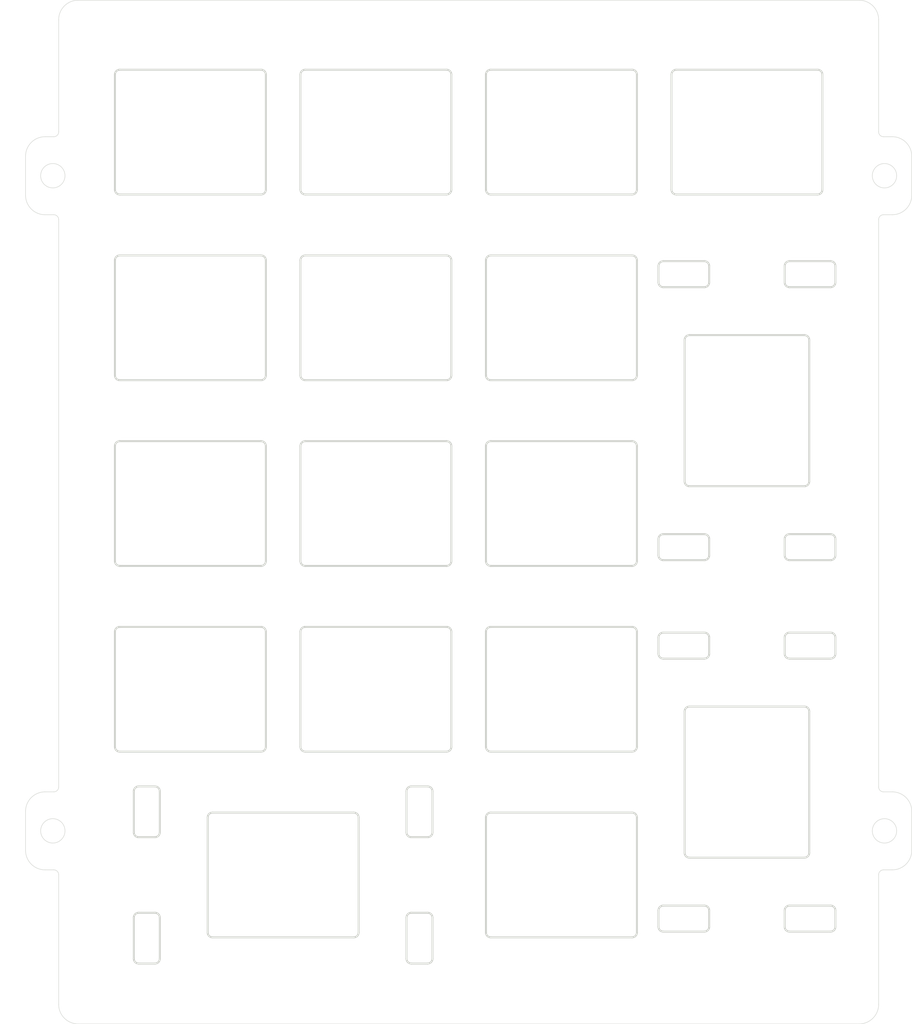
<source format=kicad_pcb>
(kicad_pcb
	(version 20240108)
	(generator "pcbnew")
	(generator_version "8.0")
	(general
		(thickness 1.6)
		(legacy_teardrops no)
	)
	(paper "A4")
	(layers
		(0 "F.Cu" signal)
		(31 "B.Cu" signal)
		(32 "B.Adhes" user "B.Adhesive")
		(33 "F.Adhes" user "F.Adhesive")
		(34 "B.Paste" user)
		(35 "F.Paste" user)
		(36 "B.SilkS" user "B.Silkscreen")
		(37 "F.SilkS" user "F.Silkscreen")
		(38 "B.Mask" user)
		(39 "F.Mask" user)
		(40 "Dwgs.User" user "User.Drawings")
		(41 "Cmts.User" user "User.Comments")
		(42 "Eco1.User" user "User.Eco1")
		(43 "Eco2.User" user "User.Eco2")
		(44 "Edge.Cuts" user)
		(45 "Margin" user)
		(46 "B.CrtYd" user "B.Courtyard")
		(47 "F.CrtYd" user "F.Courtyard")
		(48 "B.Fab" user)
		(49 "F.Fab" user)
		(50 "User.1" user)
		(51 "User.2" user)
		(52 "User.3" user)
		(53 "User.4" user)
		(54 "User.5" user)
		(55 "User.6" user)
		(56 "User.7" user)
		(57 "User.8" user)
		(58 "User.9" user)
	)
	(setup
		(pad_to_mask_clearance 0)
		(allow_soldermask_bridges_in_footprints no)
		(grid_origin 59.8 49.6)
		(pcbplotparams
			(layerselection 0x00010fc_ffffffff)
			(plot_on_all_layers_selection 0x0000000_00000000)
			(disableapertmacros no)
			(usegerberextensions no)
			(usegerberattributes yes)
			(usegerberadvancedattributes yes)
			(creategerberjobfile yes)
			(dashed_line_dash_ratio 12.000000)
			(dashed_line_gap_ratio 3.000000)
			(svgprecision 4)
			(plotframeref no)
			(viasonmask no)
			(mode 1)
			(useauxorigin no)
			(hpglpennumber 1)
			(hpglpenspeed 20)
			(hpglpendiameter 15.000000)
			(pdf_front_fp_property_popups yes)
			(pdf_back_fp_property_popups yes)
			(dxfpolygonmode yes)
			(dxfimperialunits yes)
			(dxfusepcbnewfont yes)
			(psnegative no)
			(psa4output no)
			(plotreference yes)
			(plotvalue yes)
			(plotfptext yes)
			(plotinvisibletext no)
			(sketchpadsonfab no)
			(subtractmaskfromsilk no)
			(outputformat 1)
			(mirror no)
			(drillshape 1)
			(scaleselection 1)
			(outputdirectory "")
		)
	)
	(net 0 "")
	(gr_arc
		(start 95.625 52.725)
		(mid 95.978553 52.871447)
		(end 96.125 53.225)
		(stroke
			(width 0.2)
			(type default)
		)
		(layer "Dwgs.User")
		(uuid "002d517b-935b-425f-ac3f-cf9e15758115")
	)
	(gr_line
		(start 61.575 110.375)
		(end 61.575 122.175)
		(stroke
			(width 0.2)
			(type default)
		)
		(layer "Dwgs.User")
		(uuid "00f78b0f-a941-4f66-9b16-f53a9d8b09c8")
	)
	(gr_line
		(start 100.175 90.825)
		(end 114.675 90.825)
		(stroke
			(width 0.2)
			(type default)
		)
		(layer "Dwgs.User")
		(uuid "01273556-6d9e-4b32-b263-0706d19eb824")
	)
	(gr_arc
		(start 61.575 53.225)
		(mid 61.721447 52.871447)
		(end 62.075 52.725)
		(stroke
			(width 0.2)
			(type default)
		)
		(layer "Dwgs.User")
		(uuid "0162bee8-67af-4233-a863-bb27b79d8bfd")
	)
	(gr_arc
		(start 120.075 118.55)
		(mid 120.221447 118.196447)
		(end 120.575 118.05)
		(stroke
			(width 0.2)
			(type default)
		)
		(layer "Dwgs.User")
		(uuid "017a962f-aa7e-4982-9f4d-cc9ad3af9f3b")
	)
	(gr_line
		(start 62.075 103.625)
		(end 76.575 103.625)
		(stroke
			(width 0.2)
			(type default)
		)
		(layer "Dwgs.User")
		(uuid "034fa43a-8feb-4765-b45f-eef4b91a811b")
	)
	(gr_line
		(start 61.575 91.325)
		(end 61.575 103.125)
		(stroke
			(width 0.2)
			(type default)
		)
		(layer "Dwgs.User")
		(uuid "03633ce8-65ae-424f-9fc2-6b6a77229bd5")
	)
	(gr_arc
		(start 64.015 144.41)
		(mid 63.661447 144.263553)
		(end 63.515 143.91)
		(stroke
			(width 0.2)
			(type default)
		)
		(layer "Dwgs.User")
		(uuid "04d3a05f-1c3f-4c10-93fd-9fa44fbb550e")
	)
	(gr_line
		(start 62.075 122.675)
		(end 76.575 122.675)
		(stroke
			(width 0.2)
			(type default)
		)
		(layer "Dwgs.User")
		(uuid "05b41b24-62a1-463b-baf1-57e2e499e587")
	)
	(gr_arc
		(start 61.575 110.375)
		(mid 61.721447 110.021447)
		(end 62.075 109.875)
		(stroke
			(width 0.2)
			(type default)
		)
		(layer "Dwgs.User")
		(uuid "066fa1b7-27df-4cce-b7ee-191ffc318749")
	)
	(gr_arc
		(start 99.675 91.325)
		(mid 99.821447 90.971447)
		(end 100.175 90.825)
		(stroke
			(width 0.2)
			(type default)
		)
		(layer "Dwgs.User")
		(uuid "07ab1b61-d3e1-466c-8655-d8056a4235ce")
	)
	(gr_arc
		(start 130.85 113.135)
		(mid 130.496447 112.988553)
		(end 130.35 112.635)
		(stroke
			(width 0.2)
			(type default)
		)
		(layer "Dwgs.User")
		(uuid "08888086-542f-48ee-94f5-bc24248e2586")
	)
	(gr_line
		(start 99.675 110.375)
		(end 99.675 122.175)
		(stroke
			(width 0.2)
			(type default)
		)
		(layer "Dwgs.User")
		(uuid "08a6963c-517e-4e4d-8589-c6597da12efe")
	)
	(gr_arc
		(start 100.175 65.525)
		(mid 99.821447 65.378553)
		(end 99.675 65.025)
		(stroke
			(width 0.2)
			(type default)
		)
		(layer "Dwgs.User")
		(uuid "0921f92a-be7b-4691-94cc-c259dab05c78")
	)
	(gr_line
		(start 80.625 91.325)
		(end 80.625 103.125)
		(stroke
			(width 0.2)
			(type default)
		)
		(layer "Dwgs.User")
		(uuid "0973b1dc-f54b-41df-a8c6-d5734c224322")
	)
	(gr_arc
		(start 114.675 90.825)
		(mid 115.028553 90.971447)
		(end 115.175 91.325)
		(stroke
			(width 0.2)
			(type default)
		)
		(layer "Dwgs.User")
		(uuid "0a38d316-2b49-45a2-949e-3d1ec93b3af1")
	)
	(gr_line
		(start 115.175 53.225)
		(end 115.175 65.025)
		(stroke
			(width 0.2)
			(type default)
		)
		(layer "Dwgs.User")
		(uuid "0aeea610-4bee-4d0b-9e13-e952bfcc94f3")
	)
	(gr_arc
		(start 81.125 122.675)
		(mid 80.771447 122.528553)
		(end 80.625 122.175)
		(stroke
			(width 0.2)
			(type default)
		)
		(layer "Dwgs.User")
		(uuid "0bcb3433-896e-4088-914a-15a268bc3f81")
	)
	(gr_line
		(start 100.175 109.875)
		(end 114.675 109.875)
		(stroke
			(width 0.2)
			(type default)
		)
		(layer "Dwgs.User")
		(uuid "0ccc6991-8ccb-4352-b187-62c96123f88d")
	)
	(gr_arc
		(start 132.375 118.05)
		(mid 132.728553 118.196447)
		(end 132.875 118.55)
		(stroke
			(width 0.2)
			(type default)
		)
		(layer "Dwgs.User")
		(uuid "0d678c46-703c-48e7-9ae4-4d1ee8e56545")
	)
	(gr_arc
		(start 117.39 72.865)
		(mid 117.536447 72.511447)
		(end 117.89 72.365)
		(stroke
			(width 0.2)
			(type default)
		)
		(layer "Dwgs.User")
		(uuid "0d6d237d-625b-425a-819e-a7007413279e")
	)
	(gr_arc
		(start 117.39 138.965)
		(mid 117.536447 138.611447)
		(end 117.89 138.465)
		(stroke
			(width 0.2)
			(type default)
		)
		(layer "Dwgs.User")
		(uuid "0e02d4eb-ba19-478c-95c1-efb5b8044754")
	)
	(gr_line
		(start 62.075 52.725)
		(end 76.575 52.725)
		(stroke
			(width 0.2)
			(type default)
		)
		(layer "Dwgs.User")
		(uuid "0e43be63-ba79-44ca-8cd8-f3f22bd21fa3")
	)
	(gr_line
		(start 100.175 141.725)
		(end 114.675 141.725)
		(stroke
			(width 0.2)
			(type default)
		)
		(layer "Dwgs.User")
		(uuid "0eaf4311-be5c-4b74-add5-e60aa2d99af9")
	)
	(gr_arc
		(start 130.85 141.135)
		(mid 130.496447 140.988553)
		(end 130.35 140.635)
		(stroke
			(width 0.2)
			(type default)
		)
		(layer "Dwgs.User")
		(uuid "0f0a4c79-95f3-4950-8c29-8457e941f7e2")
	)
	(gr_arc
		(start 122.6 112.635)
		(mid 122.453553 112.988553)
		(end 122.1 113.135)
		(stroke
			(width 0.2)
			(type default)
		)
		(layer "Dwgs.User")
		(uuid "1134d9ad-2930-48e8-9e39-6776b6391f91")
	)
	(gr_arc
		(start 71.6 141.725)
		(mid 71.246447 141.578553)
		(end 71.1 141.225)
		(stroke
			(width 0.2)
			(type default)
		)
		(layer "Dwgs.User")
		(uuid "1242e464-f62e-432b-bfe6-7e3d6b75442c")
	)
	(gr_line
		(start 71.6 141.725)
		(end 86.1 141.725)
		(stroke
			(width 0.2)
			(type default)
		)
		(layer "Dwgs.User")
		(uuid "126feac7-27a4-4310-bfe8-c529c94669b2")
	)
	(gr_line
		(start 122.1 103.035)
		(end 117.89 103.035)
		(stroke
			(width 0.2)
			(type default)
		)
		(layer "Dwgs.User")
		(uuid "12df2940-f214-4eca-9fd4-5ad8a19eb3b4")
	)
	(gr_line
		(start 99.675 72.275)
		(end 99.675 84.075)
		(stroke
			(width 0.2)
			(type default)
		)
		(layer "Dwgs.User")
		(uuid "13ca11b7-ec38-460c-a55e-3113955b66fe")
	)
	(gr_line
		(start 122.1 113.135)
		(end 117.89 113.135)
		(stroke
			(width 0.2)
			(type default)
		)
		(layer "Dwgs.User")
		(uuid "13d0be4f-0710-45fa-bd80-8801dbf0f422")
	)
	(gr_line
		(start 81.125 71.775)
		(end 95.625 71.775)
		(stroke
			(width 0.2)
			(type default)
		)
		(layer "Dwgs.User")
		(uuid "142a3311-7a2b-479b-897c-c38ad3c92a3d")
	)
	(gr_arc
		(start 93.685 139.2)
		(mid 94.038553 139.346447)
		(end 94.185 139.7)
		(stroke
			(width 0.2)
			(type default)
		)
		(layer "Dwgs.User")
		(uuid "14ac2030-b62b-4d67-b843-df79797888f9")
	)
	(gr_line
		(start 59.8 49.6)
		(end 136 49.6)
		(stroke
			(width 0.2)
			(type default)
		)
		(layer "Dwgs.User")
		(uuid "14d98529-5f53-4c7f-905a-290596a79851")
	)
	(gr_line
		(start 80.625 72.275)
		(end 80.625 84.075)
		(stroke
			(width 0.2)
			(type default)
		)
		(layer "Dwgs.User")
		(uuid "1531d92b-b421-48f2-9512-3e5ece136e07")
	)
	(gr_line
		(start 62.075 71.775)
		(end 76.575 71.775)
		(stroke
			(width 0.2)
			(type default)
		)
		(layer "Dwgs.User")
		(uuid "15473dda-f858-44ce-9c4d-4a50e50e8751")
	)
	(gr_line
		(start 134.225 53.225)
		(end 134.225 65.025)
		(stroke
			(width 0.2)
			(type default)
		)
		(layer "Dwgs.User")
		(uuid "16a26828-8a96-4f8c-aeda-88645709ba12")
	)
	(gr_arc
		(start 132.875 94.95)
		(mid 132.728553 95.303553)
		(end 132.375 95.45)
		(stroke
			(width 0.2)
			(type default)
		)
		(layer "Dwgs.User")
		(uuid "175a3ecf-a14d-4723-9cc0-978a17802ce1")
	)
	(gr_arc
		(start 115.175 65.025)
		(mid 115.028553 65.378553)
		(end 114.675 65.525)
		(stroke
			(width 0.2)
			(type default)
		)
		(layer "Dwgs.User")
		(uuid "17b7c7af-86f9-4b32-b519-aa3ffae84e3f")
	)
	(gr_line
		(start 81.125 65.525)
		(end 95.625 65.525)
		(stroke
			(width 0.2)
			(type default)
		)
		(layer "Dwgs.User")
		(uuid "17b9b8d9-8098-4a5d-b3d0-a1122564b961")
	)
	(gr_line
		(start 100.175 65.525)
		(end 114.675 65.525)
		(stroke
			(width 0.2)
			(type default)
		)
		(layer "Dwgs.User")
		(uuid "17bebaeb-0ee6-431b-86be-d4b1611569f4")
	)
	(gr_arc
		(start 77.075 84.075)
		(mid 76.928553 84.428553)
		(end 76.575 84.575)
		(stroke
			(width 0.2)
			(type default)
		)
		(layer "Dwgs.User")
		(uuid "1853d051-76d3-4233-b90f-996a298b314a")
	)
	(gr_arc
		(start 99.675 72.275)
		(mid 99.821447 71.921447)
		(end 100.175 71.775)
		(stroke
			(width 0.2)
			(type default)
		)
		(layer "Dwgs.User")
		(uuid "18a41631-2957-405b-8af3-96dc0d76d668")
	)
	(gr_arc
		(start 86.1 128.925)
		(mid 86.453553 129.071447)
		(end 86.6 129.425)
		(stroke
			(width 0.2)
			(type default)
		)
		(layer "Dwgs.User")
		(uuid "1920e6b7-af0d-4f7d-943a-4d1f4b361685")
	)
	(gr_arc
		(start 130.85 75.035)
		(mid 130.496447 74.888553)
		(end 130.35 74.535)
		(stroke
			(width 0.2)
			(type default)
		)
		(layer "Dwgs.User")
		(uuid "1a92d5e7-2ec0-4b2b-8bc3-023fed206f98")
	)
	(gr_arc
		(start 96.125 65.025)
		(mid 95.978553 65.378553)
		(end 95.625 65.525)
		(stroke
			(width 0.2)
			(type default)
		)
		(layer "Dwgs.User")
		(uuid "1a931731-d105-4a5e-811b-a312b8cf2fd3")
	)
	(gr_line
		(start 62.075 71.775)
		(end 76.575 71.775)
		(stroke
			(width 0.2)
			(type default)
		)
		(layer "Dwgs.User")
		(uuid "1ab44e64-8595-4388-b965-94f1b82f1dfd")
	)
	(gr_line
		(start 134.225 53.225)
		(end 134.225 65.025)
		(stroke
			(width 0.2)
			(type default)
		)
		(layer "Dwgs.User")
		(uuid "1ad1d05b-4e09-4c3e-a2ce-3e7c071c3cfe")
	)
	(gr_line
		(start 71.6 128.925)
		(end 86.1 128.925)
		(stroke
			(width 0.2)
			(type default)
		)
		(layer "Dwgs.User")
		(uuid "1b79d6b6-9218-4add-ade0-37ecb50ee24f")
	)
	(gr_arc
		(start 71.1 129.425)
		(mid 71.246447 129.071447)
		(end 71.6 128.925)
		(stroke
			(width 0.2)
			(type default)
		)
		(layer "Dwgs.User")
		(uuid "1bc2ac2f-09e0-43ee-8b01-d2a77f731635")
	)
	(gr_arc
		(start 122.6 102.535)
		(mid 122.453553 102.888553)
		(end 122.1 103.035)
		(stroke
			(width 0.2)
			(type default)
		)
		(layer "Dwgs.User")
		(uuid "1d069037-50d5-4061-9728-c9c8c4e5e6ff")
	)
	(gr_line
		(start 120.075 80.45)
		(end 120.075 94.95)
		(stroke
			(width 0.2)
			(type default)
		)
		(layer "Dwgs.User")
		(uuid "1db7e2bf-3e63-4cdf-aad9-bc22e1d59017")
	)
	(gr_arc
		(start 99.675 110.375)
		(mid 99.821447 110.021447)
		(end 100.175 109.875)
		(stroke
			(width 0.2)
			(type default)
		)
		(layer "Dwgs.User")
		(uuid "1ef1bc56-0f5c-4453-a76b-445e437b695b")
	)
	(gr_arc
		(start 100.175 141.725)
		(mid 99.821447 141.578553)
		(end 99.675 141.225)
		(stroke
			(width 0.2)
			(type default)
		)
		(layer "Dwgs.User")
		(uuid "1f01f7b1-aecb-48b0-9430-b3cf5d1bfc5e")
	)
	(gr_line
		(start 122.1 138.465)
		(end 117.89 138.465)
		(stroke
			(width 0.2)
			(type default)
		)
		(layer "Dwgs.User")
		(uuid "1f2f2855-f39c-48d3-8666-693857ff80bb")
	)
	(gr_arc
		(start 95.625 71.775)
		(mid 95.978553 71.921447)
		(end 96.125 72.275)
		(stroke
			(width 0.2)
			(type default)
		)
		(layer "Dwgs.User")
		(uuid "1f424550-7703-483c-ae17-258d4b589447")
	)
	(gr_line
		(start 130.85 138.465)
		(end 135.06 138.465)
		(stroke
			(width 0.2)
			(type default)
		)
		(layer "Dwgs.User")
		(uuid "1f7e138a-a972-4db3-8fb8-f478526b5967")
	)
	(gr_arc
		(start 91.515 126.74)
		(mid 91.661447 126.386447)
		(end 92.015 126.24)
		(stroke
			(width 0.2)
			(type default)
		)
		(layer "Dwgs.User")
		(uuid "1fda15d3-e36a-4965-ac52-2aa8103d855a")
	)
	(gr_arc
		(start 132.875 133.05)
		(mid 132.728553 133.403553)
		(end 132.375 133.55)
		(stroke
			(width 0.2)
			(type default)
		)
		(layer "Dwgs.User")
		(uuid "202c4afb-cffa-41a4-9f3f-e2d6b9a113a4")
	)
	(gr_line
		(start 62.075 109.875)
		(end 76.575 109.875)
		(stroke
			(width 0.2)
			(type default)
		)
		(layer "Dwgs.User")
		(uuid "211acc2d-9a98-4858-9c78-7845479664c6")
	)
	(gr_arc
		(start 76.575 109.875)
		(mid 76.928553 110.021447)
		(end 77.075 110.375)
		(stroke
			(width 0.2)
			(type default)
		)
		(layer "Dwgs.User")
		(uuid "2134e08c-1fb3-4a1e-94b9-1b99398d4d5f")
	)
	(gr_line
		(start 62.075 103.625)
		(end 76.575 103.625)
		(stroke
			(width 0.2)
			(type default)
		)
		(layer "Dwgs.User")
		(uuid "222ccac0-6b25-4b2b-a8d0-d7e8e9b85cdc")
	)
	(gr_line
		(start 62.075 65.525)
		(end 76.575 65.525)
		(stroke
			(width 0.2)
			(type default)
		)
		(layer "Dwgs.User")
		(uuid "22c7c037-d89e-497a-9f79-a8bbf88e39d3")
	)
	(gr_arc
		(start 130.35 110.965)
		(mid 130.496447 110.611447)
		(end 130.85 110.465)
		(stroke
			(width 0.2)
			(type default)
		)
		(layer "Dwgs.User")
		(uuid "24ddc37f-3f89-4f63-b548-4c2d94e04618")
	)
	(gr_arc
		(start 96.125 84.075)
		(mid 95.978553 84.428553)
		(end 95.625 84.575)
		(stroke
			(width 0.2)
			(type default)
		)
		(layer "Dwgs.User")
		(uuid "261a9251-ef25-4cc0-ab77-04386273c1cf")
	)
	(gr_arc
		(start 120.575 95.45)
		(mid 120.221447 95.303553)
		(end 120.075 94.95)
		(stroke
			(width 0.2)
			(type default)
		)
		(layer "Dwgs.User")
		(uuid "2627c187-8c75-425d-9e88-eff9d22dd7c8")
	)
	(gr_arc
		(start 95.625 52.725)
		(mid 95.978553 52.871447)
		(end 96.125 53.225)
		(stroke
			(width 0.2)
			(type default)
		)
		(layer "Dwgs.User")
		(uuid "277ab997-d325-4d2c-8c21-7c445a32a190")
	)
	(gr_arc
		(start 114.675 109.875)
		(mid 115.028553 110.021447)
		(end 115.175 110.375)
		(stroke
			(width 0.2)
			(type default)
		)
		(layer "Dwgs.User")
		(uuid "29138f95-3514-4ac5-b67a-f9e986f93290")
	)
	(gr_line
		(start 122.1 72.365)
		(end 117.89 72.365)
		(stroke
			(width 0.2)
			(type default)
		)
		(layer "Dwgs.User")
		(uuid "29224a84-6dbc-4f53-a435-e31782ad88b7")
	)
	(gr_line
		(start 81.125 65.525)
		(end 95.625 65.525)
		(stroke
			(width 0.2)
			(type default)
		)
		(layer "Dwgs.User")
		(uuid "29548357-0fd5-4fd1-814e-20d131edc68b")
	)
	(gr_arc
		(start 76.575 52.725)
		(mid 76.928553 52.871447)
		(end 77.075 53.225)
		(stroke
			(width 0.2)
			(type default)
		)
		(layer "Dwgs.User")
		(uuid "2975010f-b986-44ec-8fdb-3f96fdf4bd98")
	)
	(gr_arc
		(start 135.06 72.365)
		(mid 135.413553 72.511447)
		(end 135.56 72.865)
		(stroke
			(width 0.2)
			(type default)
		)
		(layer "Dwgs.User")
		(uuid "29c30825-ef09-4aa2-a6a5-d2d603766a26")
	)
	(gr_line
		(start 64.015 139.2)
		(end 65.685 139.2)
		(stroke
			(width 0.2)
			(type default)
		)
		(layer "Dwgs.User")
		(uuid "29e5513d-ecbf-47a7-bd78-8bab50f0367f")
	)
	(gr_line
		(start 130.85 113.135)
		(end 135.06 113.135)
		(stroke
			(width 0.2)
			(type default)
		)
		(layer "Dwgs.User")
		(uuid "2a8ff6f2-80f4-4cd7-97a9-b25001fd8bf4")
	)
	(gr_arc
		(start 95.625 90.825)
		(mid 95.978553 90.971447)
		(end 96.125 91.325)
		(stroke
			(width 0.2)
			(type default)
		)
		(layer "Dwgs.User")
		(uuid "2a92869a-3c8b-421a-8422-ad5c00179481")
	)
	(gr_line
		(start 120.075 80.45)
		(end 120.075 94.95)
		(stroke
			(width 0.2)
			(type default)
		)
		(layer "Dwgs.User")
		(uuid "2c673b4b-2fe3-484c-bb85-366be130be58")
	)
	(gr_arc
		(start 130.35 100.865)
		(mid 130.496447 100.511447)
		(end 130.85 100.365)
		(stroke
			(width 0.2)
			(type default)
		)
		(layer "Dwgs.User")
		(uuid "2ee08e00-ac20-410e-a800-38e3c3ed3633")
	)
	(gr_line
		(start 117.39 72.865)
		(end 117.39 74.535)
		(stroke
			(width 0.2)
			(type default)
		)
		(layer "Dwgs.User")
		(uuid "2ee20c5b-ef48-4eca-a18d-52123bfd1eaa")
	)
	(gr_arc
		(start 122.1 100.365)
		(mid 122.453553 100.511447)
		(end 122.6 100.865)
		(stroke
			(width 0.2)
			(type default)
		)
		(layer "Dwgs.User")
		(uuid "2fd60406-53a6-4855-9b54-ae5fd6778f3c")
	)
	(gr_arc
		(start 117.39 110.965)
		(mid 117.536447 110.611447)
		(end 117.89 110.465)
		(stroke
			(width 0.2)
			(type default)
		)
		(layer "Dwgs.User")
		(uuid "2fe67a9b-6de0-4aa9-9be0-80bde116bdad")
	)
	(gr_arc
		(start 62.075 84.575)
		(mid 61.721447 84.428553)
		(end 61.575 84.075)
		(stroke
			(width 0.2)
			(type default)
		)
		(layer "Dwgs.User")
		(uuid "2fecc52f-1ae5-4795-9be4-d6781911dbc5")
	)
	(gr_line
		(start 115.175 110.375)
		(end 115.175 122.175)
		(stroke
			(width 0.2)
			(type default)
		)
		(layer "Dwgs.User")
		(uuid "30b0a924-f944-46ff-926f-8fdee348f9d1")
	)
	(gr_line
		(start 91.515 139.7)
		(end 91.515 143.91)
		(stroke
			(width 0.2)
			(type default)
		)
		(layer "Dwgs.User")
		(uuid "31a28b39-1c18-4dd3-a22a-640aac489df0")
	)
	(gr_line
		(start 81.125 52.725)
		(end 95.625 52.725)
		(stroke
			(width 0.2)
			(type default)
		)
		(layer "Dwgs.User")
		(uuid "32637466-7387-46f9-b26b-b9640ad818f4")
	)
	(gr_arc
		(start 115.175 84.075)
		(mid 115.028553 84.428553)
		(end 114.675 84.575)
		(stroke
			(width 0.2)
			(type default)
		)
		(layer "Dwgs.User")
		(uuid "33df76fc-71cc-4171-b803-bed6c52da9ea")
	)
	(gr_arc
		(start 95.625 109.875)
		(mid 95.978553 110.021447)
		(end 96.125 110.375)
		(stroke
			(width 0.2)
			(type default)
		)
		(layer "Dwgs.User")
		(uuid "3448f34c-2639-4af5-8444-8cd68b916d54")
	)
	(gr_line
		(start 130.35 102.535)
		(end 130.35 100.865)
		(stroke
			(width 0.2)
			(type default)
		)
		(layer "Dwgs.User")
		(uuid "34d10d80-7797-4486-a896-36a8f2874bdf")
	)
	(gr_arc
		(start 66.185 130.95)
		(mid 66.038553 131.303553)
		(end 65.685 131.45)
		(stroke
			(width 0.2)
			(type default)
		)
		(layer "Dwgs.User")
		(uuid "3617b7bc-c08c-49c7-b6fd-f23184ae7cfe")
	)
	(gr_arc
		(start 86.1 128.925)
		(mid 86.453553 129.071447)
		(end 86.6 129.425)
		(stroke
			(width 0.2)
			(type default)
		)
		(layer "Dwgs.User")
		(uuid "3688981a-e983-486d-844f-dd5792589418")
	)
	(gr_line
		(start 100.175 103.625)
		(end 114.675 103.625)
		(stroke
			(width 0.2)
			(type default)
		)
		(layer "Dwgs.User")
		(uuid "36c230a2-278f-4cdd-bba6-206034239ee4")
	)
	(gr_arc
		(start 120.575 133.55)
		(mid 120.221447 133.403553)
		(end 120.075 133.05)
		(stroke
			(width 0.2)
			(type default)
		)
		(layer "Dwgs.User")
		(uuid "371d7e2f-6abf-4a4d-8e47-b7972d2e5748")
	)
	(gr_line
		(start 132.875 80.45)
		(end 132.875 94.95)
		(stroke
			(width 0.2)
			(type default)
		)
		(layer "Dwgs.User")
		(uuid "37adc332-59a0-4b08-ae74-5847e92e5087")
	)
	(gr_line
		(start 62.075 90.825)
		(end 76.575 90.825)
		(stroke
			(width 0.2)
			(type default)
		)
		(layer "Dwgs.User")
		(uuid "37c3e527-c755-43e9-be77-570e3857f4f8")
	)
	(gr_line
		(start 94.185 139.7)
		(end 94.185 143.91)
		(stroke
			(width 0.2)
			(type default)
		)
		(layer "Dwgs.User")
		(uuid "3866a696-47b0-4032-92fc-d2cb5452308f")
	)
	(gr_arc
		(start 100.175 84.575)
		(mid 99.821447 84.428553)
		(end 99.675 84.075)
		(stroke
			(width 0.2)
			(type default)
		)
		(layer "Dwgs.User")
		(uuid "39111c68-a3c2-4dd3-8aab-f36df9745865")
	)
	(gr_line
		(start 115.175 72.275)
		(end 115.175 84.075)
		(stroke
			(width 0.2)
			(type default)
		)
		(layer "Dwgs.User")
		(uuid "3a4f9802-e80f-4128-aecf-d7cc09d184e2")
	)
	(gr_arc
		(start 95.625 71.775)
		(mid 95.978553 71.921447)
		(end 96.125 72.275)
		(stroke
			(width 0.2)
			(type default)
		)
		(layer "Dwgs.User")
		(uuid "3ba99724-bc3a-47a5-b938-929a0aa783a1")
	)
	(gr_arc
		(start 119.225 65.525)
		(mid 118.871447 65.378553)
		(end 118.725 65.025)
		(stroke
			(width 0.2)
			(type default)
		)
		(layer "Dwgs.User")
		(uuid "3bb21fca-c2bb-49ca-ae2b-896ffdcc92e4")
	)
	(gr_line
		(start 100.175 52.725)
		(end 114.675 52.725)
		(stroke
			(width 0.2)
			(type default)
		)
		(layer "Dwgs.User")
		(uuid "3c769efd-db0f-476c-9176-e4711bc078bd")
	)
	(gr_line
		(start 63.515 139.7)
		(end 63.515 143.91)
		(stroke
			(width 0.2)
			(type default)
		)
		(layer "Dwgs.User")
		(uuid "3e456402-f13f-44bd-beb9-092f71fb07e0")
	)
	(gr_arc
		(start 132.375 118.05)
		(mid 132.728553 118.196447)
		(end 132.875 118.55)
		(stroke
			(width 0.2)
			(type default)
		)
		(layer "Dwgs.User")
		(uuid "3ed9967f-3fbc-42a9-be8d-b7e65ccf50c3")
	)
	(gr_line
		(start 100.175 122.675)
		(end 114.675 122.675)
		(stroke
			(width 0.2)
			(type default)
		)
		(layer "Dwgs.User")
		(uuid "3f1e8187-10fe-48d6-be2a-e086de68a663")
	)
	(gr_line
		(start 96.125 72.275)
		(end 96.125 84.075)
		(stroke
			(width 0.2)
			(type default)
		)
		(layer "Dwgs.User")
		(uuid "3f604251-985c-4516-9bbf-2213e678d5d2")
	)
	(gr_arc
		(start 130.35 72.865)
		(mid 130.496447 72.511447)
		(end 130.85 72.365)
		(stroke
			(width 0.2)
			(type default)
		)
		(layer "Dwgs.User")
		(uuid "3f9ec764-144b-41e7-adbd-695a359fd8be")
	)
	(gr_arc
		(start 122.1 72.365)
		(mid 122.453553 72.511447)
		(end 122.6 72.865)
		(stroke
			(width 0.2)
			(type default)
		)
		(layer "Dwgs.User")
		(uuid "403fa9f0-622d-43d1-bbdb-9f064103d883")
	)
	(gr_arc
		(start 114.675 52.725)
		(mid 115.028553 52.871447)
		(end 115.175 53.225)
		(stroke
			(width 0.2)
			(type default)
		)
		(layer "Dwgs.User")
		(uuid "440a25b5-586e-4d00-a716-8d2cfdcca41c")
	)
	(gr_arc
		(start 115.175 141.225)
		(mid 115.028553 141.578553)
		(end 114.675 141.725)
		(stroke
			(width 0.2)
			(type default)
		)
		(layer "Dwgs.User")
		(uuid "4456d63e-30f3-4534-aef7-89a69e119819")
	)
	(gr_line
		(start 132.375 133.55)
		(end 120.575 133.55)
		(stroke
			(width 0.2)
			(type default)
		)
		(layer "Dwgs.User")
		(uuid "4538c167-1706-4f5c-aad4-599ca44f1a79")
	)
	(gr_arc
		(start 96.125 103.125)
		(mid 95.978553 103.478553)
		(end 95.625 103.625)
		(stroke
			(width 0.2)
			(type default)
		)
		(layer "Dwgs.User")
		(uuid "4650d265-bfff-4685-a010-ebd0c3a3b67a")
	)
	(gr_line
		(start 99.675 91.325)
		(end 99.675 103.125)
		(stroke
			(width 0.2)
			(type default)
		)
		(layer "Dwgs.User")
		(uuid "46a10a98-c92b-4bd8-a6c9-68be1e265c38")
	)
	(gr_line
		(start 100.175 128.925)
		(end 114.675 128.925)
		(stroke
			(width 0.2)
			(type default)
		)
		(layer "Dwgs.User")
		(uuid "48f09ce5-79b2-4e90-8d38-eb1384d8755d")
	)
	(gr_arc
		(start 77.075 103.125)
		(mid 76.928553 103.478553)
		(end 76.575 103.625)
		(stroke
			(width 0.2)
			(type default)
		)
		(layer "Dwgs.User")
		(uuid "4972b507-6f52-46ee-a9ee-3fa18ca96026")
	)
	(gr_arc
		(start 117.89 75.035)
		(mid 117.536447 74.888553)
		(end 117.39 74.535)
		(stroke
			(width 0.2)
			(type default)
		)
		(layer "Dwgs.User")
		(uuid "4986ad35-6f55-4e6f-bbc8-0c586c3c283f")
	)
	(gr_arc
		(start 76.575 52.725)
		(mid 76.928553 52.871447)
		(end 77.075 53.225)
		(stroke
			(width 0.2)
			(type default)
		)
		(layer "Dwgs.User")
		(uuid "4af0b13b-1eb2-46b7-8c36-0dad441fd9d6")
	)
	(gr_arc
		(start 134.225 65.025)
		(mid 134.078553 65.378553)
		(end 133.725 65.525)
		(stroke
			(width 0.2)
			(type default)
		)
		(layer "Dwgs.User")
		(uuid "4b91682d-21fe-4ac6-90f0-135a58ca8ef6")
	)
	(gr_line
		(start 96.125 72.275)
		(end 96.125 84.075)
		(stroke
			(width 0.2)
			(type default)
		)
		(layer "Dwgs.User")
		(uuid "4bc74113-2329-4721-91c1-fbc402a43f17")
	)
	(gr_line
		(start 61.575 53.225)
		(end 61.575 65.025)
		(stroke
			(width 0.2)
			(type default)
		)
		(layer "Dwgs.User")
		(uuid "4bfcaa66-7f03-4b10-af42-813333dbf7b1")
	)
	(gr_arc
		(start 65.685 139.2)
		(mid 66.038553 139.346447)
		(end 66.185 139.7)
		(stroke
			(width 0.2)
			(type default)
		)
		(layer "Dwgs.User")
		(uuid "4c40d6bd-8b0d-4fa2-8c87-d6ac12088725")
	)
	(gr_arc
		(start 115.175 122.175)
		(mid 115.028553 122.528553)
		(end 114.675 122.675)
		(stroke
			(width 0.2)
			(type default)
		)
		(layer "Dwgs.User")
		(uuid "4dea632b-3e27-43d1-8b67-e2f076dc42ce")
	)
	(gr_line
		(start 100.175 84.575)
		(end 114.675 84.575)
		(stroke
			(width 0.2)
			(type default)
		)
		(layer "Dwgs.User")
		(uuid "4e86b3ff-2554-4634-b55f-79f1c59489e8")
	)
	(gr_arc
		(start 62.075 103.625)
		(mid 61.721447 103.478553)
		(end 61.575 103.125)
		(stroke
			(width 0.2)
			(type default)
		)
		(layer "Dwgs.User")
		(uuid "4eed2fc1-1b69-484c-8bc5-c27488f4392f")
	)
	(gr_line
		(start 61.575 53.225)
		(end 61.575 65.025)
		(stroke
			(width 0.2)
			(type default)
		)
		(layer "Dwgs.User")
		(uuid "4f04113b-85db-4074-89b4-ddb7622fe50f")
	)
	(gr_arc
		(start 63.515 139.7)
		(mid 63.661447 139.346447)
		(end 64.015 139.2)
		(stroke
			(width 0.2)
			(type default)
		)
		(layer "Dwgs.User")
		(uuid "4f950e21-6776-40aa-9343-509b977e060d")
	)
	(gr_line
		(start 118.725 53.225)
		(end 118.725 65.025)
		(stroke
			(width 0.2)
			(type default)
		)
		(layer "Dwgs.User")
		(uuid "50747dfb-9df8-410a-a881-07798a56f2e9")
	)
	(gr_line
		(start 81.125 122.675)
		(end 95.625 122.675)
		(stroke
			(width 0.2)
			(type default)
		)
		(layer "Dwgs.User")
		(uuid "50def98e-cea4-4a7a-9fbf-21a25be3f02e")
	)
	(gr_line
		(start 115.175 129.425)
		(end 115.175 141.225)
		(stroke
			(width 0.2)
			(type default)
		)
		(layer "Dwgs.User")
		(uuid "512e6186-c495-4e11-a897-294981f50771")
	)
	(gr_line
		(start 99.675 91.325)
		(end 99.675 103.125)
		(stroke
			(width 0.2)
			(type default)
		)
		(layer "Dwgs.User")
		(uuid "53217a38-2cdb-49f8-b04a-c08994ea1909")
	)
	(gr_line
		(start 80.625 110.375)
		(end 80.625 122.175)
		(stroke
			(width 0.2)
			(type default)
		)
		(layer "Dwgs.User")
		(uuid "53d14141-c45f-4f67-9ac7-a9f2a10d1ac3")
	)
	(gr_arc
		(start 99.675 91.325)
		(mid 99.821447 90.971447)
		(end 100.175 90.825)
		(stroke
			(width 0.2)
			(type default)
		)
		(layer "Dwgs.User")
		(uuid "53e8274b-6c83-4300-8906-b676cd6db1c9")
	)
	(gr_arc
		(start 77.075 122.175)
		(mid 76.928553 122.528553)
		(end 76.575 122.675)
		(stroke
			(width 0.2)
			(type default)
		)
		(layer "Dwgs.User")
		(uuid "54406620-ae10-4538-952b-7a08dcc290c7")
	)
	(gr_line
		(start 86.6 129.425)
		(end 86.6 141.225)
		(stroke
			(width 0.2)
			(type default)
		)
		(layer "Dwgs.User")
		(uuid "54d42d7a-49ba-49fc-bfd5-6e7b02ef5eab")
	)
	(gr_arc
		(start 66.185 143.91)
		(mid 66.038553 144.263553)
		(end 65.685 144.41)
		(stroke
			(width 0.2)
			(type default)
		)
		(layer "Dwgs.User")
		(uuid "5509ce9e-42e6-4a34-ac34-b6800639a4b5")
	)
	(gr_arc
		(start 62.075 103.625)
		(mid 61.721447 103.478553)
		(end 61.575 103.125)
		(stroke
			(width 0.2)
			(type default)
		)
		(layer "Dwgs.User")
		(uuid "5515f7ed-822e-4900-95c5-2faf91943a47")
	)
	(gr_arc
		(start 80.625 110.375)
		(mid 80.771447 110.021447)
		(end 81.125 109.875)
		(stroke
			(width 0.2)
			(type default)
		)
		(layer "Dwgs.User")
		(uuid "5579b4e4-624f-44aa-aa82-0c82710b2aaf")
	)
	(gr_line
		(start 77.075 110.375)
		(end 77.075 122.175)
		(stroke
			(width 0.2)
			(type default)
		)
		(layer "Dwgs.User")
		(uuid "5602b0e0-616a-4dcc-9be3-894fda616dde")
	)
	(gr_line
		(start 132.875 80.45)
		(end 132.875 94.95)
		(stroke
			(width 0.2)
			(type default)
		)
		(layer "Dwgs.User")
		(uuid "56bc6f1c-ebe9-4243-b0ba-f73b3d15c636")
	)
	(gr_arc
		(start 96.125 103.125)
		(mid 95.978553 103.478553)
		(end 95.625 103.625)
		(stroke
			(width 0.2)
			(type default)
		)
		(layer "Dwgs.User")
		(uuid "56cc3cfc-f98f-429a-a318-ac1d42746392")
	)
	(gr_arc
		(start 62.075 122.675)
		(mid 61.721447 122.528553)
		(end 61.575 122.175)
		(stroke
			(width 0.2)
			(type default)
		)
		(layer "Dwgs.User")
		(uuid "57387aa9-c27c-4691-9636-d06c4b33297d")
	)
	(gr_arc
		(start 115.175 84.075)
		(mid 115.028553 84.428553)
		(end 114.675 84.575)
		(stroke
			(width 0.2)
			(type default)
		)
		(layer "Dwgs.User")
		(uuid "578c972f-95cc-4d09-b20b-e2f0a8760de0")
	)
	(gr_arc
		(start 100.175 84.575)
		(mid 99.821447 84.428553)
		(end 99.675 84.075)
		(stroke
			(width 0.2)
			(type default)
		)
		(layer "Dwgs.User")
		(uuid "57c7e969-ec83-479e-805b-a572e3a9d44f")
	)
	(gr_line
		(start 80.625 72.275)
		(end 80.625 84.075)
		(stroke
			(width 0.2)
			(type default)
		)
		(layer "Dwgs.User")
		(uuid "58739657-8126-4131-a68f-ce6320b6865f")
	)
	(gr_arc
		(start 118.725 53.225)
		(mid 118.871447 52.871447)
		(end 119.225 52.725)
		(stroke
			(width 0.2)
			(type default)
		)
		(layer "Dwgs.User")
		(uuid "58dc1a79-fc44-4177-a9d6-c8dc526ef484")
	)
	(gr_arc
		(start 114.675 71.775)
		(mid 115.028553 71.921447)
		(end 115.175 72.275)
		(stroke
			(width 0.2)
			(type default)
		)
		(layer "Dwgs.User")
		(uuid "59b78add-ebd1-4760-82fb-15c4b7cc71dc")
	)
	(gr_line
		(start 130.85 100.365)
		(end 135.06 100.365)
		(stroke
			(width 0.2)
			(type default)
		)
		(layer "Dwgs.User")
		(uuid "5aaa03ee-f4a9-4bbd-9f03-a73fc70ae226")
	)
	(gr_arc
		(start 132.875 94.95)
		(mid 132.728553 95.303553)
		(end 132.375 95.45)
		(stroke
			(width 0.2)
			(type default)
		)
		(layer "Dwgs.User")
		(uuid "5ab80da3-bd4e-4b95-8a28-83db4baf821d")
	)
	(gr_line
		(start 99.675 53.225)
		(end 99.675 65.025)
		(stroke
			(width 0.2)
			(type default)
		)
		(layer "Dwgs.User")
		(uuid "5c3395e9-3381-44bb-9216-a392d2ede477")
	)
	(gr_arc
		(start 122.6 74.535)
		(mid 122.453553 74.888553)
		(end 122.1 75.035)
		(stroke
			(width 0.2)
			(type default)
		)
		(layer "Dwgs.User")
		(uuid "5d024bf5-9888-48ff-8b0f-180d189ce723")
	)
	(gr_line
		(start 62.075 65.525)
		(end 76.575 65.525)
		(stroke
			(width 0.2)
			(type default)
		)
		(layer "Dwgs.User")
		(uuid "5e13b534-e68e-4084-b998-ad5dfd2af44e")
	)
	(gr_arc
		(start 94.185 130.95)
		(mid 94.038553 131.303553)
		(end 93.685 131.45)
		(stroke
			(width 0.2)
			(type default)
		)
		(layer "Dwgs.User")
		(uuid "5eb09158-c7f1-45e7-8050-9d0e3e9fd0b5")
	)
	(gr_arc
		(start 117.89 113.135)
		(mid 117.536447 112.988553)
		(end 117.39 112.635)
		(stroke
			(width 0.2)
			(type default)
		)
		(layer "Dwgs.User")
		(uuid "5ecf0752-6a5b-4bef-b73c-660c9c41d45d")
	)
	(gr_arc
		(start 80.625 91.325)
		(mid 80.771447 90.971447)
		(end 81.125 90.825)
		(stroke
			(width 0.2)
			(type default)
		)
		(layer "Dwgs.User")
		(uuid "605b1ac3-0650-421f-b22a-10db2c95201b")
	)
	(gr_line
		(start 81.125 52.725)
		(end 95.625 52.725)
		(stroke
			(width 0.2)
			(type default)
		)
		(layer "Dwgs.User")
		(uuid "60da6a88-f09a-4280-8e29-fa06575e68df")
	)
	(gr_arc
		(start 92.015 131.45)
		(mid 91.661447 131.303553)
		(end 91.515 130.95)
		(stroke
			(width 0.2)
			(type default)
		)
		(layer "Dwgs.User")
		(uuid "61b230bc-b7ec-4b21-aaf2-794e3322d721")
	)
	(gr_line
		(start 99.675 72.275)
		(end 99.675 84.075)
		(stroke
			(width 0.2)
			(type default)
		)
		(layer "Dwgs.User")
		(uuid "62496260-e765-4206-9cdb-f5fa3217739c")
	)
	(gr_arc
		(start 63.515 126.74)
		(mid 63.661447 126.386447)
		(end 64.015 126.24)
		(stroke
			(width 0.2)
			(type default)
		)
		(layer "Dwgs.User")
		(uuid "625ad0e0-c565-49a0-95e5-3352fb789d43")
	)
	(gr_line
		(start 71.6 128.925)
		(end 86.1 128.925)
		(stroke
			(width 0.2)
			(type default)
		)
		(layer "Dwgs.User")
		(uuid "62c4bcfd-e289-424f-b084-78583d6f1cb7")
	)
	(gr_line
		(start 81.125 109.875)
		(end 95.625 109.875)
		(stroke
			(width 0.2)
			(type default)
		)
		(layer "Dwgs.User")
		(uuid "62e45527-877c-4ba7-a758-5ffa6282ee1f")
	)
	(gr_line
		(start 120.075 118.55)
		(end 120.075 133.05)
		(stroke
			(width 0.2)
			(type default)
		)
		(layer "Dwgs.User")
		(uuid "6356504f-9c23-4d5a-bca8-7d545d69fbbc")
	)
	(gr_arc
		(start 81.125 103.625)
		(mid 80.771447 103.478553)
		(end 80.625 103.125)
		(stroke
			(width 0.2)
			(type default)
		)
		(layer "Dwgs.User")
		(uuid "63af50bf-3b34-48a8-81a4-6e54d18122f0")
	)
	(gr_line
		(start 122.1 141.135)
		(end 117.89 141.135)
		(stroke
			(width 0.2)
			(type default)
		)
		(layer "Dwgs.User")
		(uuid "63ddec03-0b32-41f7-a55f-f2dccf65ac08")
	)
	(gr_line
		(start 62.075 90.825)
		(end 76.575 90.825)
		(stroke
			(width 0.2)
			(type default)
		)
		(layer "Dwgs.User")
		(uuid "646f2d38-70a7-4033-8dc3-240d14be3164")
	)
	(gr_line
		(start 130.85 141.135)
		(end 135.06 141.135)
		(stroke
			(width 0.2)
			(type default)
		)
		(layer "Dwgs.User")
		(uuid "64aa3530-f1b9-4da0-b22e-9851705f8422")
	)
	(gr_arc
		(start 93.685 126.24)
		(mid 94.038553 126.386447)
		(end 94.185 126.74)
		(stroke
			(width 0.2)
			(type default)
		)
		(layer "Dwgs.User")
		(uuid "65db8f55-c886-46ef-be36-b183a4bcabee")
	)
	(gr_arc
		(start 96.125 122.175)
		(mid 95.978553 122.528553)
		(end 95.625 122.675)
		(stroke
			(width 0.2)
			(type default)
		)
		(layer "Dwgs.User")
		(uuid "66f7e1db-2ee0-4d52-9d01-e0754f36cb1e")
	)
	(gr_line
		(start 122.1 100.365)
		(end 117.89 100.365)
		(stroke
			(width 0.2)
			(type default)
		)
		(layer "Dwgs.User")
		(uuid "6792f7e3-5cba-4aac-b334-da39d478451e")
	)
	(gr_arc
		(start 62.075 65.525)
		(mid 61.721447 65.378553)
		(end 61.575 65.025)
		(stroke
			(width 0.2)
			(type default)
		)
		(layer "Dwgs.User")
		(uuid "68aa3ed6-66ac-4dbb-aef2-efb8c2a1d1d9")
	)
	(gr_line
		(start 61.575 110.375)
		(end 61.575 122.175)
		(stroke
			(width 0.2)
			(type default)
		)
		(layer "Dwgs.User")
		(uuid "6a0c57e9-1f04-44f6-bb27-6d34a08b8abe")
	)
	(gr_arc
		(start 61.575 91.325)
		(mid 61.721447 90.971447)
		(end 62.075 90.825)
		(stroke
			(width 0.2)
			(type default)
		)
		(layer "Dwgs.User")
		(uuid "6a0d124b-5a5f-4997-af2f-d887f5b307c3")
	)
	(gr_line
		(start 65.685 131.45)
		(end 64.015 131.45)
		(stroke
			(width 0.2)
			(type default)
		)
		(layer "Dwgs.User")
		(uuid "6a21b478-284e-43ff-91ae-b6b6ef0ec83e")
	)
	(gr_line
		(start 119.225 65.525)
		(end 133.725 65.525)
		(stroke
			(width 0.2)
			(type default)
		)
		(layer "Dwgs.User")
		(uuid "6a80af8f-874f-440d-b00f-c3bd9ef86dd1")
	)
	(gr_arc
		(start 76.575 109.875)
		(mid 76.928553 110.021447)
		(end 77.075 110.375)
		(stroke
			(width 0.2)
			(type default)
		)
		(layer "Dwgs.User")
		(uuid "6a86ef5f-f451-418d-b200-2001b7c1cb7e")
	)
	(gr_arc
		(start 132.875 133.05)
		(mid 132.728553 133.403553)
		(end 132.375 133.55)
		(stroke
			(width 0.2)
			(type default)
		)
		(layer "Dwgs.User")
		(uuid "6ae61aa1-a46d-45da-908d-12ecd9035cb9")
	)
	(gr_line
		(start 59.8 144.85)
		(end 136 144.85)
		(stroke
			(width 0.2)
			(type default)
		)
		(layer "Dwgs.User")
		(uuid "6b3e0b67-e470-4abf-a373-ec5db9726b9c")
	)
	(gr_arc
		(start 99.675 110.375)
		(mid 99.821447 110.021447)
		(end 100.175 109.875)
		(stroke
			(width 0.2)
			(type default)
		)
		(layer "Dwgs.User")
		(uuid "6b58afae-21e3-4055-9461-7e1bf0cd33a4")
	)
	(gr_arc
		(start 100.175 141.725)
		(mid 99.821447 141.578553)
		(end 99.675 141.225)
		(stroke
			(width 0.2)
			(type default)
		)
		(layer "Dwgs.User")
		(uuid "6da29589-cac6-4d3d-9bd7-e3e32980d77c")
	)
	(gr_line
		(start 77.075 53.225)
		(end 77.075 65.025)
		(stroke
			(width 0.2)
			(type default)
		)
		(layer "Dwgs.User")
		(uuid "6dfe93fa-06b2-4884-9b08-680e9e2b1dbe")
	)
	(gr_line
		(start 61.575 72.275)
		(end 61.575 84.075)
		(stroke
			(width 0.2)
			(type default)
		)
		(layer "Dwgs.User")
		(uuid "6e1405c3-47d1-439d-9e75-117b45e8d3de")
	)
	(gr_arc
		(start 80.625 53.225)
		(mid 80.771447 52.871447)
		(end 81.125 52.725)
		(stroke
			(width 0.2)
			(type default)
		)
		(layer "Dwgs.User")
		(uuid "6e718503-8678-49db-a776-d0dbba4202d8")
	)
	(gr_arc
		(start 80.625 110.375)
		(mid 80.771447 110.021447)
		(end 81.125 109.875)
		(stroke
			(width 0.2)
			(type default)
		)
		(layer "Dwgs.User")
		(uuid "6f05ee55-7baf-40ff-bd6a-94800ae2ee29")
	)
	(gr_line
		(start 99.675 129.425)
		(end 99.675 141.225)
		(stroke
			(width 0.2)
			(type default)
		)
		(layer "Dwgs.User")
		(uuid "719589a7-d88a-4541-b121-835cd9ac399d")
	)
	(gr_arc
		(start 96.125 65.025)
		(mid 95.978553 65.378553)
		(end 95.625 65.525)
		(stroke
			(width 0.2)
			(type default)
		)
		(layer "Dwgs.User")
		(uuid "71ee8137-f8a1-44a1-9a9e-d40a6476d6cb")
	)
	(gr_line
		(start 96.125 91.325)
		(end 96.125 103.125)
		(stroke
			(width 0.2)
			(type default)
		)
		(layer "Dwgs.User")
		(uuid "72452262-358a-40e5-9498-e089b5fd788a")
	)
	(gr_arc
		(start 71.6 141.725)
		(mid 71.246447 141.578553)
		(end 71.1 141.225)
		(stroke
			(width 0.2)
			(type default)
		)
		(layer "Dwgs.User")
		(uuid "72965914-332a-4ed7-8245-aff5549d7f31")
	)
	(gr_line
		(start 81.125 84.575)
		(end 95.625 84.575)
		(stroke
			(width 0.2)
			(type default)
		)
		(layer "Dwgs.User")
		(uuid "72b9abb0-7956-4c7a-8a17-ae032697a73f")
	)
	(gr_arc
		(start 81.125 84.575)
		(mid 80.771447 84.428553)
		(end 80.625 84.075)
		(stroke
			(width 0.2)
			(type default)
		)
		(layer "Dwgs.User")
		(uuid "74acc0c5-51a8-4129-a052-8645d945f79d")
	)
	(gr_line
		(start 71.1 129.425)
		(end 71.1 141.225)
		(stroke
			(width 0.2)
			(type default)
		)
		(layer "Dwgs.User")
		(uuid "74f02621-520f-4425-9e6b-114e796d3693")
	)
	(gr_line
		(start 92.015 139.2)
		(end 93.685 139.2)
		(stroke
			(width 0.2)
			(type default)
		)
		(layer "Dwgs.User")
		(uuid "7714ff61-584e-476f-9017-bdf21d9a4c0b")
	)
	(gr_line
		(start 99.675 129.425)
		(end 99.675 141.225)
		(stroke
			(width 0.2)
			(type default)
		)
		(layer "Dwgs.User")
		(uuid "77610db1-db52-4ec3-83e9-6fc41d33ee42")
	)
	(gr_arc
		(start 96.125 122.175)
		(mid 95.978553 122.528553)
		(end 95.625 122.675)
		(stroke
			(width 0.2)
			(type default)
		)
		(layer "Dwgs.User")
		(uuid "7774b0b4-fa12-403b-bd48-dd9e44bd80f0")
	)
	(gr_arc
		(start 115.175 103.125)
		(mid 115.028553 103.478553)
		(end 114.675 103.625)
		(stroke
			(width 0.2)
			(type default)
		)
		(layer "Dwgs.User")
		(uuid "77e6b45b-7330-472b-9b21-293c862117db")
	)
	(gr_arc
		(start 99.675 129.425)
		(mid 99.821447 129.071447)
		(end 100.175 128.925)
		(stroke
			(width 0.2)
			(type default)
		)
		(layer "Dwgs.User")
		(uuid "7a3457fc-d0f8-41d4-8bbd-b77bb86232ff")
	)
	(gr_arc
		(start 76.575 71.775)
		(mid 76.928553 71.921447)
		(end 77.075 72.275)
		(stroke
			(width 0.2)
			(type default)
		)
		(layer "Dwgs.User")
		(uuid "7a99fff1-45ba-4fe7-823a-2d4e7824b406")
	)
	(gr_line
		(start 132.375 95.45)
		(end 120.575 95.45)
		(stroke
			(width 0.2)
			(type default)
		)
		(layer "Dwgs.User")
		(uuid "7b1af0b2-3b21-4703-91bb-8dbad8af3b6e")
	)
	(gr_arc
		(start 100.175 103.625)
		(mid 99.821447 103.478553)
		(end 99.675 103.125)
		(stroke
			(width 0.2)
			(type default)
		)
		(layer "Dwgs.User")
		(uuid "7b99955c-eb4e-460b-bafe-37b19c5ce769")
	)
	(gr_arc
		(start 114.675 128.925)
		(mid 115.028553 129.071447)
		(end 115.175 129.425)
		(stroke
			(width 0.2)
			(type default)
		)
		(layer "Dwgs.User")
		(uuid "7bb39ef4-9120-4a66-8890-cc291fad4aff")
	)
	(gr_line
		(start 130.35 140.635)
		(end 130.35 138.965)
		(stroke
			(width 0.2)
			(type default)
		)
		(layer "Dwgs.User")
		(uuid "7c1b4028-1d7d-4f03-8887-551fa42b2109")
	)
	(gr_line
		(start 64.015 144.41)
		(end 65.685 144.41)
		(stroke
			(width 0.2)
			(type default)
		)
		(layer "Dwgs.User")
		(uuid "7ce5c787-b895-40f6-8261-4c63bdd239cc")
	)
	(gr_line
		(start 130.85 103.035)
		(end 135.06 103.035)
		(stroke
			(width 0.2)
			(type default)
		)
		(layer "Dwgs.User")
		(uuid "7d4fea1d-a321-4d44-a9af-aeae969f12a4")
	)
	(gr_line
		(start 65.685 126.24)
		(end 64.015 126.24)
		(stroke
			(width 0.2)
			(type default)
		)
		(layer "Dwgs.User")
		(uuid "7d639d97-6ae1-477a-85db-bc3998d70ae2")
	)
	(gr_arc
		(start 120.075 118.55)
		(mid 120.221447 118.196447)
		(end 120.575 118.05)
		(stroke
			(width 0.2)
			(type default)
		)
		(layer "Dwgs.User")
		(uuid "7d677f10-b983-4212-bc8f-be9307ef0fdc")
	)
	(gr_line
		(start 96.125 110.375)
		(end 96.125 122.175)
		(stroke
			(width 0.2)
			(type default)
		)
		(layer "Dwgs.User")
		(uuid "7df3cd69-ea49-4a99-b861-3108d4476adb")
	)
	(gr_arc
		(start 61.575 72.275)
		(mid 61.721447 71.921447)
		(end 62.075 71.775)
		(stroke
			(width 0.2)
			(type default)
		)
		(layer "Dwgs.User")
		(uuid "7f251e7e-ae61-4403-8d13-a2e09e5d4e87")
	)
	(gr_line
		(start 119.225 65.525)
		(end 133.725 65.525)
		(stroke
			(width 0.2)
			(type default)
		)
		(layer "Dwgs.User")
		(uuid "7fd55ee0-b6d7-4165-b7f6-335d6b70f526")
	)
	(gr_line
		(start 100.175 122.675)
		(end 114.675 122.675)
		(stroke
			(width 0.2)
			(type default)
		)
		(layer "Dwgs.User")
		(uuid "80613d80-ad8f-4cad-9ef4-9ae4804afab2")
	)
	(gr_arc
		(start 114.675 90.825)
		(mid 115.028553 90.971447)
		(end 115.175 91.325)
		(stroke
			(width 0.2)
			(type default)
		)
		(layer "Dwgs.User")
		(uuid "8114e96b-bbd5-4ef7-8bb4-8a459567e271")
	)
	(gr_arc
		(start 100.175 122.675)
		(mid 99.821447 122.528553)
		(end 99.675 122.175)
		(stroke
			(width 0.2)
			(type default)
		)
		(layer "Dwgs.User")
		(uuid "82245dc8-8497-4a14-a51a-fcc28f4d38dd")
	)
	(gr_arc
		(start 77.075 103.125)
		(mid 76.928553 103.478553)
		(end 76.575 103.625)
		(stroke
			(width 0.2)
			(type default)
		)
		(layer "Dwgs.User")
		(uuid "826db3fb-bfbc-4f2e-a187-dca8a255088c")
	)
	(gr_line
		(start 115.175 53.225)
		(end 115.175 65.025)
		(stroke
			(width 0.2)
			(type default)
		)
		(layer "Dwgs.User")
		(uuid "834bd2b3-1272-4ddf-bbc7-b9e78a3395c7")
	)
	(gr_arc
		(start 130.35 138.965)
		(mid 130.496447 138.611447)
		(end 130.85 138.465)
		(stroke
			(width 0.2)
			(type default)
		)
		(layer "Dwgs.User")
		(uuid "842fb222-3e9c-4f22-83bd-d276b58a8549")
	)
	(gr_arc
		(start 118.725 53.225)
		(mid 118.871447 52.871447)
		(end 119.225 52.725)
		(stroke
			(width 0.2)
			(type default)
		)
		(layer "Dwgs.User")
		(uuid "84e0b864-36ac-4793-a04c-1bac5bce93c7")
	)
	(gr_arc
		(start 135.56 112.635)
		(mid 135.413553 112.988553)
		(end 135.06 113.135)
		(stroke
			(width 0.2)
			(type default)
		)
		(layer "Dwgs.User")
		(uuid "85bf18c2-2ea2-4434-a23c-0c4f110e703f")
	)
	(gr_line
		(start 136 144.85)
		(end 136 49.6)
		(stroke
			(width 0.2)
			(type default)
		)
		(layer "Dwgs.User")
		(uuid "8613966b-339f-47e1-8197-35843a2e2c1a")
	)
	(gr_arc
		(start 119.225 65.525)
		(mid 118.871447 65.378553)
		(end 118.725 65.025)
		(stroke
			(width 0.2)
			(type default)
		)
		(layer "Dwgs.User")
		(uuid "861427ee-75c4-47b9-966f-180e11343b33")
	)
	(gr_arc
		(start 115.175 103.125)
		(mid 115.028553 103.478553)
		(end 114.675 103.625)
		(stroke
			(width 0.2)
			(type default)
		)
		(layer "Dwgs.User")
		(uuid "8619fa1c-933b-40ea-acd8-bb439d0023e6")
	)
	(gr_line
		(start 62.075 52.725)
		(end 76.575 52.725)
		(stroke
			(width 0.2)
			(type default)
		)
		(layer "Dwgs.User")
		(uuid "871619bd-fe09-4279-94c6-d8b818dcdc27")
	)
	(gr_arc
		(start 91.515 139.7)
		(mid 91.661447 139.346447)
		(end 92.015 139.2)
		(stroke
			(width 0.2)
			(type default)
		)
		(layer "Dwgs.User")
		(uuid "872f1420-10b2-43f9-b0e4-80e3fd0ce54a")
	)
	(gr_line
		(start 115.175 91.325)
		(end 115.175 103.125)
		(stroke
			(width 0.2)
			(type default)
		)
		(layer "Dwgs.User")
		(uuid "8776ac4e-59d5-42db-9cf0-15f09fbc7a4a")
	)
	(gr_line
		(start 100.175 90.825)
		(end 114.675 90.825)
		(stroke
			(width 0.2)
			(type default)
		)
		(layer "Dwgs.User")
		(uuid "88060114-c1f7-4445-bbd0-9a6c6b299851")
	)
	(gr_line
		(start 81.125 103.625)
		(end 95.625 103.625)
		(stroke
			(width 0.2)
			(type default)
		)
		(layer "Dwgs.User")
		(uuid "88bff897-649b-49d5-9fc8-d5a5a4ceb6bb")
	)
	(gr_line
		(start 81.125 71.775)
		(end 95.625 71.775)
		(stroke
			(width 0.2)
			(type default)
		)
		(layer "Dwgs.User")
		(uuid "88c4d367-423d-4f6a-aa02-b85baf765058")
	)
	(gr_arc
		(start 99.675 53.225)
		(mid 99.821447 52.871447)
		(end 100.175 52.725)
		(stroke
			(width 0.2)
			(type default)
		)
		(layer "Dwgs.User")
		(uuid "8a01f891-3071-4d05-890e-615e227dae2a")
	)
	(gr_arc
		(start 133.725 52.725)
		(mid 134.078553 52.871447)
		(end 134.225 53.225)
		(stroke
			(width 0.2)
			(type default)
		)
		(layer "Dwgs.User")
		(uuid "8a03f7c6-f246-43e2-8236-bfa6bcd35d4d")
	)
	(gr_arc
		(start 62.075 122.675)
		(mid 61.721447 122.528553)
		(end 61.575 122.175)
		(stroke
			(width 0.2)
			(type default)
		)
		(layer "Dwgs.User")
		(uuid "8c32027c-f9b0-48d4-bae3-e0d2df2bfc44")
	)
	(gr_arc
		(start 120.075 80.45)
		(mid 120.221447 80.096447)
		(end 120.575 79.95)
		(stroke
			(width 0.2)
			(type default)
		)
		(layer "Dwgs.User")
		(uuid "8c9247cf-d29b-4fc1-871e-9ae535b17605")
	)
	(gr_line
		(start 92.015 144.41)
		(end 93.685 144.41)
		(stroke
			(width 0.2)
			(type default)
		)
		(layer "Dwgs.User")
		(uuid "8d7dd492-7c58-45db-ba32-e6fe24fad2b7")
	)
	(gr_line
		(start 66.185 130.95)
		(end 66.185 126.74)
		(stroke
			(width 0.2)
			(type default)
		)
		(layer "Dwgs.User")
		(uuid "8f2f9de5-867e-43ea-8140-ba83c032da2f")
	)
	(gr_line
		(start 132.375 118.05)
		(end 120.575 118.05)
		(stroke
			(width 0.2)
			(type default)
		)
		(layer "Dwgs.User")
		(uuid "8f3c45b4-8fe8-4687-993d-4ae5f0c48411")
	)
	(gr_line
		(start 77.075 91.325)
		(end 77.075 103.125)
		(stroke
			(width 0.2)
			(type default)
		)
		(layer "Dwgs.User")
		(uuid "910e5401-6e72-40b7-868e-5f4891e33e9b")
	)
	(gr_arc
		(start 96.125 84.075)
		(mid 95.978553 84.428553)
		(end 95.625 84.575)
		(stroke
			(width 0.2)
			(type default)
		)
		(layer "Dwgs.User")
		(uuid "9158fa53-da50-451c-9a5e-8792bff85422")
	)
	(gr_arc
		(start 135.56 140.635)
		(mid 135.413553 140.988553)
		(end 135.06 141.135)
		(stroke
			(width 0.2)
			(type default)
		)
		(layer "Dwgs.User")
		(uuid "918ac574-41d9-4002-9ba1-8c1f35ec55c4")
	)
	(gr_line
		(start 62.075 84.575)
		(end 76.575 84.575)
		(stroke
			(width 0.2)
			(type default)
		)
		(layer "Dwgs.User")
		(uuid "921f24b0-d496-49c0-9f7c-238f806e664c")
	)
	(gr_line
		(start 132.375 95.45)
		(end 120.575 95.45)
		(stroke
			(width 0.2)
			(type default)
		)
		(layer "Dwgs.User")
		(uuid "92f6f692-6296-432c-a18f-eb8dc7aeaa4d")
	)
	(gr_line
		(start 77.075 91.325)
		(end 77.075 103.125)
		(stroke
			(width 0.2)
			(type default)
		)
		(layer "Dwgs.User")
		(uuid "942a0d1e-b4b8-41b7-ba9d-391bb97261df")
	)
	(gr_arc
		(start 77.075 84.075)
		(mid 76.928553 84.428553)
		(end 76.575 84.575)
		(stroke
			(width 0.2)
			(type default)
		)
		(layer "Dwgs.User")
		(uuid "9609de9a-60c7-4721-84cd-72652a71a97e")
	)
	(gr_arc
		(start 95.625 90.825)
		(mid 95.978553 90.971447)
		(end 96.125 91.325)
		(stroke
			(width 0.2)
			(type default)
		)
		(layer "Dwgs.User")
		(uuid "96a161eb-46ea-4bd6-a8f2-ea4e98372fc7")
	)
	(gr_arc
		(start 99.675 129.425)
		(mid 99.821447 129.071447)
		(end 100.175 128.925)
		(stroke
			(width 0.2)
			(type default)
		)
		(layer "Dwgs.User")
		(uuid "96e76885-2075-4fff-a789-55fc896fe36a")
	)
	(gr_line
		(start 130.35 74.535)
		(end 130.35 72.865)
		(stroke
			(width 0.2)
			(type default)
		)
		(layer "Dwgs.User")
		(uuid "970ac869-0bce-48aa-b35e-40afc6955f85")
	)
	(gr_line
		(start 132.875 118.55)
		(end 132.875 133.05)
		(stroke
			(width 0.2)
			(type default)
		)
		(layer "Dwgs.User")
		(uuid "97b25d35-f0f4-4481-b717-2cdd35a524cb")
	)
	(gr_line
		(start 132.375 133.55)
		(end 120.575 133.55)
		(stroke
			(width 0.2)
			(type default)
		)
		(layer "Dwgs.User")
		(uuid "97ba7a5f-4594-480c-ac81-39e0b8731d78")
	)
	(gr_line
		(start 99.675 53.225)
		(end 99.675 65.025)
		(stroke
			(width 0.2)
			(type default)
		)
		(layer "Dwgs.User")
		(uuid "98213583-9ef9-47c4-afaf-9f06c7d455d0")
	)
	(gr_arc
		(start 62.075 84.575)
		(mid 61.721447 84.428553)
		(end 61.575 84.075)
		(stroke
			(width 0.2)
			(type default)
		)
		(layer "Dwgs.User")
		(uuid "98a1ecb6-7d59-4465-af10-2fb5595858c8")
	)
	(gr_line
		(start 132.375 79.95)
		(end 120.575 79.95)
		(stroke
			(width 0.2)
			(type default)
		)
		(layer "Dwgs.User")
		(uuid "98bfc54f-e72e-40b1-8ab3-5cd98dcc8380")
	)
	(gr_arc
		(start 117.39 100.865)
		(mid 117.536447 100.511447)
		(end 117.89 100.365)
		(stroke
			(width 0.2)
			(type default)
		)
		(layer "Dwgs.User")
		(uuid "9b8ad601-55d9-4f25-a7bd-bca56d9a8b1d")
	)
	(gr_arc
		(start 80.625 72.275)
		(mid 80.771447 71.921447)
		(end 81.125 71.775)
		(stroke
			(width 0.2)
			(type default)
		)
		(layer "Dwgs.User")
		(uuid "9bac0449-7a2a-436d-9be3-21ef870c5490")
	)
	(gr_arc
		(start 86.6 141.225)
		(mid 86.453553 141.578553)
		(end 86.1 141.725)
		(stroke
			(width 0.2)
			(type default)
		)
		(layer "Dwgs.User")
		(uuid "9c2348bd-07c5-4128-b862-0fb9ed20a782")
	)
	(gr_line
		(start 135.56 74.535)
		(end 135.56 72.865)
		(stroke
			(width 0.2)
			(type default)
		)
		(layer "Dwgs.User")
		(uuid "9c575a40-6adb-4dce-84da-361ba29a122e")
	)
	(gr_arc
		(start 135.56 102.535)
		(mid 135.413553 102.888553)
		(end 135.06 103.035)
		(stroke
			(width 0.2)
			(type default)
		)
		(layer "Dwgs.User")
		(uuid "9cd37079-1b17-41af-ac49-aae06efdb41c")
	)
	(gr_line
		(start 115.175 72.275)
		(end 115.175 84.075)
		(stroke
			(width 0.2)
			(type default)
		)
		(layer "Dwgs.User")
		(uuid "9da8b2a4-487f-4367-b640-91abe6203cf3")
	)
	(gr_arc
		(start 77.075 65.025)
		(mid 76.928553 65.378553)
		(end 76.575 65.525)
		(stroke
			(width 0.2)
			(type default)
		)
		(layer "Dwgs.User")
		(uuid "9dd5499f-976e-4739-b436-519c98978123")
	)
	(gr_arc
		(start 132.375 79.95)
		(mid 132.728553 80.096447)
		(end 132.875 80.45)
		(stroke
			(width 0.2)
			(type default)
		)
		(layer "Dwgs.User")
		(uuid "9e05e129-2b39-4fd2-8e10-43998635be10")
	)
	(gr_arc
		(start 76.575 90.825)
		(mid 76.928553 90.971447)
		(end 77.075 91.325)
		(stroke
			(width 0.2)
			(type default)
		)
		(layer "Dwgs.User")
		(uuid "a13e097a-8005-452a-9069-0c1ea467b7ef")
	)
	(gr_line
		(start 100.175 52.725)
		(end 114.675 52.725)
		(stroke
			(width 0.2)
			(type default)
		)
		(layer "Dwgs.User")
		(uuid "a22fc4dd-a6da-4bd5-b3ae-3ba1507f61ff")
	)
	(gr_line
		(start 96.125 53.225)
		(end 96.125 65.025)
		(stroke
			(width 0.2)
			(type default)
		)
		(layer "Dwgs.User")
		(uuid "a27c5a66-b87f-4347-9681-243286d91ea0")
	)
	(gr_line
		(start 100.175 65.525)
		(end 114.675 65.525)
		(stroke
			(width 0.2)
			(type default)
		)
		(layer "Dwgs.User")
		(uuid "a484eb36-fcef-4ac4-a7fd-ecc257cf3c27")
	)
	(gr_line
		(start 86.6 129.425)
		(end 86.6 141.225)
		(stroke
			(width 0.2)
			(type default)
		)
		(layer "Dwgs.User")
		(uuid "a4a48dfe-6323-4a88-96da-fcd552f178ea")
	)
	(gr_arc
		(start 114.675 52.725)
		(mid 115.028553 52.871447)
		(end 115.175 53.225)
		(stroke
			(width 0.2)
			(type default)
		)
		(layer "Dwgs.User")
		(uuid "a4b8d4a8-9171-4338-b6a9-40a8c70f230b")
	)
	(gr_line
		(start 62.075 84.575)
		(end 76.575 84.575)
		(stroke
			(width 0.2)
			(type default)
		)
		(layer "Dwgs.User")
		(uuid "a55e312b-9467-4962-b341-aa4b0ad31b48")
	)
	(gr_line
		(start 62.075 109.875)
		(end 76.575 109.875)
		(stroke
			(width 0.2)
			(type default)
		)
		(layer "Dwgs.User")
		(uuid "a712a5af-6c1c-4c5e-8876-8dc51118c175")
	)
	(gr_arc
		(start 92.015 144.41)
		(mid 91.661447 144.263553)
		(end 91.515 143.91)
		(stroke
			(width 0.2)
			(type default)
		)
		(layer "Dwgs.User")
		(uuid "a7f262b3-8f54-427f-a57b-3d89adcbd29d")
	)
	(gr_arc
		(start 65.685 126.24)
		(mid 66.038553 126.386447)
		(end 66.185 126.74)
		(stroke
			(width 0.2)
			(type default)
		)
		(layer "Dwgs.User")
		(uuid "a801069a-fc0d-4e32-baed-ffe7399a104e")
	)
	(gr_line
		(start 61.575 91.325)
		(end 61.575 103.125)
		(stroke
			(width 0.2)
			(type default)
		)
		(layer "Dwgs.User")
		(uuid "a80a6fb8-588f-4893-a818-18fd09116034")
	)
	(gr_line
		(start 100.175 109.875)
		(end 114.675 109.875)
		(stroke
			(width 0.2)
			(type default)
		)
		(layer "Dwgs.User")
		(uuid "a8a906c3-87ab-4398-b148-ba86783aac2b")
	)
	(gr_line
		(start 59.8 144.85)
		(end 59.8 49.6)
		(stroke
			(width 0.2)
			(type default)
		)
		(layer "Dwgs.User")
		(uuid "a953e236-58dd-46e6-b8e4-000c4c9247f3")
	)
	(gr_line
		(start 80.625 91.325)
		(end 80.625 103.125)
		(stroke
			(width 0.2)
			(type default)
		)
		(layer "Dwgs.User")
		(uuid "aa090b64-39f6-4fbf-8ed6-5b9cafd2ca5e")
	)
	(gr_arc
		(start 100.175 122.675)
		(mid 99.821447 122.528553)
		(end 99.675 122.175)
		(stroke
			(width 0.2)
			(type default)
		)
		(layer "Dwgs.User")
		(uuid "aaf7c0f6-bbfb-4946-b69f-5ea512300eb2")
	)
	(gr_arc
		(start 114.675 71.775)
		(mid 115.028553 71.921447)
		(end 115.175 72.275)
		(stroke
			(width 0.2)
			(type default)
		)
		(layer "Dwgs.User")
		(uuid "aba48a7e-34d9-46aa-8fd0-0dd900521a35")
	)
	(gr_line
		(start 96.125 91.325)
		(end 96.125 103.125)
		(stroke
			(width 0.2)
			(type default)
		)
		(layer "Dwgs.User")
		(uuid "ac07b839-bf41-4cef-8dec-9339332991f3")
	)
	(gr_arc
		(start 132.375 79.95)
		(mid 132.728553 80.096447)
		(end 132.875 80.45)
		(stroke
			(width 0.2)
			(type default)
		)
		(layer "Dwgs.User")
		(uuid "ad623ddd-54d9-46aa-b2ac-65671f716a0a")
	)
	(gr_line
		(start 100.175 71.775)
		(end 114.675 71.775)
		(stroke
			(width 0.2)
			(type default)
		)
		(layer "Dwgs.User")
		(uuid "adee8a5b-a493-4c06-8537-f6e2c4ce1be2")
	)
	(gr_line
		(start 100.175 71.775)
		(end 114.675 71.775)
		(stroke
			(width 0.2)
			(type default)
		)
		(layer "Dwgs.User")
		(uuid "ae4be929-cad4-48c7-80e4-109ba8030784")
	)
	(gr_line
		(start 81.125 109.875)
		(end 95.625 109.875)
		(stroke
			(width 0.2)
			(type default)
		)
		(layer "Dwgs.User")
		(uuid "ae973596-860c-4fbe-adb6-0004c495fa3c")
	)
	(gr_line
		(start 122.1 75.035)
		(end 117.89 75.035)
		(stroke
			(width 0.2)
			(type default)
		)
		(layer "Dwgs.User")
		(uuid "af4fa634-0138-41d2-99a9-69a32ffde9be")
	)
	(gr_line
		(start 135.56 112.635)
		(end 135.56 110.965)
		(stroke
			(width 0.2)
			(type default)
		)
		(layer "Dwgs.User")
		(uuid "af74c6dc-8c79-4eab-9a20-548cdd541844")
	)
	(gr_line
		(start 119.225 52.725)
		(end 133.725 52.725)
		(stroke
			(width 0.2)
			(type default)
		)
		(layer "Dwgs.User")
		(uuid "afa57cc0-ef67-4127-89a7-714abceb9440")
	)
	(gr_line
		(start 117.39 100.865)
		(end 117.39 102.535)
		(stroke
			(width 0.2)
			(type default)
		)
		(layer "Dwgs.User")
		(uuid "afc72431-6952-4071-a134-842033050c03")
	)
	(gr_line
		(start 119.225 52.725)
		(end 133.725 52.725)
		(stroke
			(width 0.2)
			(type default)
		)
		(layer "Dwgs.User")
		(uuid "b04412fc-7ad3-428c-9ffa-853b50c97052")
	)
	(gr_arc
		(start 99.675 53.225)
		(mid 99.821447 52.871447)
		(end 100.175 52.725)
		(stroke
			(width 0.2)
			(type default)
		)
		(layer "Dwgs.User")
		(uuid "b08df8b0-6d72-464a-ade9-1c83bbc571b0")
	)
	(gr_line
		(start 99.675 110.375)
		(end 99.675 122.175)
		(stroke
			(width 0.2)
			(type default)
		)
		(layer "Dwgs.User")
		(uuid "b12d2730-d640-48fb-9f61-31f56e3ebdbd")
	)
	(gr_line
		(start 62.075 122.675)
		(end 76.575 122.675)
		(stroke
			(width 0.2)
			(type default)
		)
		(layer "Dwgs.User")
		(uuid "b15715cb-1373-4074-8478-3b6bcb06733a")
	)
	(gr_arc
		(start 135.06 110.465)
		(mid 135.413553 110.611447)
		(end 135.56 110.965)
		(stroke
			(width 0.2)
			(type default)
		)
		(layer "Dwgs.User")
		(uuid "b307e831-216f-465b-bcdf-68d620ec2a38")
	)
	(gr_line
		(start 71.1 129.425)
		(end 71.1 141.225)
		(stroke
			(width 0.2)
			(type default)
		)
		(layer "Dwgs.User")
		(uuid "b355dbfe-1b1e-4930-b3de-b26ac21e8f2b")
	)
	(gr_arc
		(start 133.725 52.725)
		(mid 134.078553 52.871447)
		(end 134.225 53.225)
		(stroke
			(width 0.2)
			(type default)
		)
		(layer "Dwgs.User")
		(uuid "b421e945-72e0-4ee7-947f-abe3ee8f3439")
	)
	(gr_line
		(start 81.125 90.825)
		(end 95.625 90.825)
		(stroke
			(width 0.2)
			(type default)
		)
		(layer "Dwgs.User")
		(uuid "b537f3f0-70e7-4803-9e52-7adbe4bfba99")
	)
	(gr_arc
		(start 100.175 103.625)
		(mid 99.821447 103.478553)
		(end 99.675 103.125)
		(stroke
			(width 0.2)
			(type default)
		)
		(layer "Dwgs.User")
		(uuid "b7a61796-9843-4b18-8033-6c0b019642ef")
	)
	(gr_arc
		(start 122.6 140.635)
		(mid 122.453553 140.988553)
		(end 122.1 141.135)
		(stroke
			(width 0.2)
			(type default)
		)
		(layer "Dwgs.User")
		(uuid "bbf44a6f-3bcd-4c88-abc8-c9952eee002c")
	)
	(gr_arc
		(start 80.625 91.325)
		(mid 80.771447 90.971447)
		(end 81.125 90.825)
		(stroke
			(width 0.2)
			(type default)
		)
		(layer "Dwgs.User")
		(uuid "bd0b045c-7329-414e-82ec-b9c9ff2948ba")
	)
	(gr_line
		(start 132.875 118.55)
		(end 132.875 133.05)
		(stroke
			(width 0.2)
			(type default)
		)
		(layer "Dwgs.User")
		(uuid "bdf3e63f-662f-4203-8070-0bdff559fb2a")
	)
	(gr_line
		(start 94.185 130.95)
		(end 94.185 126.74)
		(stroke
			(width 0.2)
			(type default)
		)
		(layer "Dwgs.User")
		(uuid "be991a9d-4a38-4f68-922c-50c9543c4601")
	)
	(gr_line
		(start 130.85 72.365)
		(end 135.06 72.365)
		(stroke
			(width 0.2)
			(type default)
		)
		(layer "Dwgs.User")
		(uuid "c04e8207-a8e4-4d93-a59d-e532aacabe1d")
	)
	(gr_arc
		(start 134.225 65.025)
		(mid 134.078553 65.378553)
		(end 133.725 65.525)
		(stroke
			(width 0.2)
			(type default)
		)
		(layer "Dwgs.User")
		(uuid "c088545b-9b2e-4056-9485-24780351db79")
	)
	(gr_arc
		(start 135.06 138.465)
		(mid 135.413553 138.611447)
		(end 135.56 138.965)
		(stroke
			(width 0.2)
			(type default)
		)
		(layer "Dwgs.User")
		(uuid "c08e0b47-6d9d-40ca-b9ec-9bd05671ad09")
	)
	(gr_line
		(start 93.685 126.24)
		(end 92.015 126.24)
		(stroke
			(width 0.2)
			(type default)
		)
		(layer "Dwgs.User")
		(uuid "c191c496-bb5a-4224-86b1-e17baf5c588b")
	)
	(gr_line
		(start 81.125 122.675)
		(end 95.625 122.675)
		(stroke
			(width 0.2)
			(type default)
		)
		(layer "Dwgs.User")
		(uuid "c24a6c82-d68b-4d5a-8df1-292a2e0d5c1c")
	)
	(gr_arc
		(start 61.575 91.325)
		(mid 61.721447 90.971447)
		(end 62.075 90.825)
		(stroke
			(width 0.2)
			(type default)
		)
		(layer "Dwgs.User")
		(uuid "c2904d87-6045-4c59-8151-0ac707e10ff9")
	)
	(gr_line
		(start 63.515 130.95)
		(end 63.515 126.74)
		(stroke
			(width 0.2)
			(type default)
		)
		(layer "Dwgs.User")
		(uuid "c2b8d0fb-eb2f-4b21-a95d-379c77f3410b")
	)
	(gr_line
		(start 66.185 139.7)
		(end 66.185 143.91)
		(stroke
			(width 0.2)
			(type default)
		)
		(layer "Dwgs.User")
		(uuid "c2f6652c-834d-4a44-a6b0-8d55513df1ce")
	)
	(gr_arc
		(start 120.575 95.45)
		(mid 120.221447 95.303553)
		(end 120.075 94.95)
		(stroke
			(width 0.2)
			(type default)
		)
		(layer "Dwgs.User")
		(uuid "c40fbc0f-63fb-4714-9718-0e1838f3a56e")
	)
	(gr_line
		(start 77.075 72.275)
		(end 77.075 84.075)
		(stroke
			(width 0.2)
			(type default)
		)
		(layer "Dwgs.User")
		(uuid "c4bd667c-2fc2-4be5-8ff2-be32b210e766")
	)
	(gr_arc
		(start 114.675 128.925)
		(mid 115.028553 129.071447)
		(end 115.175 129.425)
		(stroke
			(width 0.2)
			(type default)
		)
		(layer "Dwgs.User")
		(uuid "c6c514c0-7a22-4432-b0e7-b97d10f25d9d")
	)
	(gr_line
		(start 130.85 75.035)
		(end 135.06 75.035)
		(stroke
			(width 0.2)
			(type default)
		)
		(layer "Dwgs.User")
		(uuid "c74b0449-0bc6-435a-a687-565d709ccfd8")
	)
	(gr_line
		(start 120.075 118.55)
		(end 120.075 133.05)
		(stroke
			(width 0.2)
			(type default)
		)
		(layer "Dwgs.User")
		(uuid "c835711a-6e3e-4282-ad4b-8bd8e3dfdd5b")
	)
	(gr_line
		(start 122.6 110.965)
		(end 122.6 112.635)
		(stroke
			(width 0.2)
			(type default)
		)
		(layer "Dwgs.User")
		(uuid "c9987e5a-e63e-4bc3-bd34-7b4a77a2791a")
	)
	(gr_line
		(start 130.35 112.635)
		(end 130.35 110.965)
		(stroke
			(width 0.2)
			(type default)
		)
		(layer "Dwgs.User")
		(uuid "ca44575c-307f-42a6-996b-c58258c02ab0")
	)
	(gr_line
		(start 77.075 110.375)
		(end 77.075 122.175)
		(stroke
			(width 0.2)
			(type default)
		)
		(layer "Dwgs.User")
		(uuid "caa1cc55-01dc-4748-81fd-def72530125b")
	)
	(gr_arc
		(start 122.1 110.465)
		(mid 122.453553 110.611447)
		(end 122.6 110.965)
		(stroke
			(width 0.2)
			(type default)
		)
		(layer "Dwgs.User")
		(uuid "cb194fcd-bb46-40af-9f71-eb8d7ac72214")
	)
	(gr_line
		(start 100.175 128.925)
		(end 114.675 128.925)
		(stroke
			(width 0.2)
			(type default)
		)
		(layer "Dwgs.User")
		(uuid "cb8af8bf-f2e9-4eb7-b273-2ce7170bff28")
	)
	(gr_line
		(start 71.6 141.725)
		(end 86.1 141.725)
		(stroke
			(width 0.2)
			(type default)
		)
		(layer "Dwgs.User")
		(uuid "cc1c32b0-3584-44ea-a740-838091b3cd1b")
	)
	(gr_arc
		(start 77.075 65.025)
		(mid 76.928553 65.378553)
		(end 76.575 65.525)
		(stroke
			(width 0.2)
			(type default)
		)
		(layer "Dwgs.User")
		(uuid "cc334b49-f517-4074-a4b8-917d17772b50")
	)
	(gr_line
		(start 59.8 49.6)
		(end 49.8 49.6)
		(stroke
			(width 0.05)
			(type default)
		)
		(layer "Dwgs.User")
		(uuid "ccd288e7-daa7-411e-841e-018a3885bbc5")
	)
	(gr_line
		(start 61.575 72.275)
		(end 61.575 84.075)
		(stroke
			(width 0.2)
			(type default)
		)
		(layer "Dwgs.User")
		(uuid "cd612b51-c200-452a-b741-348e368b2961")
	)
	(gr_arc
		(start 86.6 141.225)
		(mid 86.453553 141.578553)
		(end 86.1 141.725)
		(stroke
			(width 0.2)
			(type default)
		)
		(layer "Dwgs.User")
		(uuid "cd94c004-bf5e-46b3-b816-628c911eb33e")
	)
	(gr_arc
		(start 115.175 122.175)
		(mid 115.028553 122.528553)
		(end 114.675 122.675)
		(stroke
			(width 0.2)
			(type default)
		)
		(layer "Dwgs.User")
		(uuid "ce028e05-ea1a-4107-809e-0ed24f013fb4")
	)
	(gr_line
		(start 122.6 100.865)
		(end 122.6 102.535)
		(stroke
			(width 0.2)
			(type default)
		)
		(layer "Dwgs.User")
		(uuid "cf539d09-661f-4f55-8776-0737a9b80fde")
	)
	(gr_arc
		(start 135.56 74.535)
		(mid 135.413553 74.888553)
		(end 135.06 75.035)
		(stroke
			(width 0.2)
			(type default)
		)
		(layer "Dwgs.User")
		(uuid "d0bdf3cb-e84d-43b2-aaa5-bbe42779b295")
	)
	(gr_arc
		(start 81.125 65.525)
		(mid 80.771447 65.378553)
		(end 80.625 65.025)
		(stroke
			(width 0.2)
			(type default)
		)
		(layer "Dwgs.User")
		(uuid "d1dde620-5ef6-4bfd-94cc-190b089f2e96")
	)
	(gr_line
		(start 117.39 110.965)
		(end 117.39 112.635)
		(stroke
			(width 0.2)
			(type default)
		)
		(layer "Dwgs.User")
		(uuid "d203cf8b-b7ac-46c4-b931-113a521b668d")
	)
	(gr_arc
		(start 117.89 103.035)
		(mid 117.536447 102.888553)
		(end 117.39 102.535)
		(stroke
			(width 0.2)
			(type default)
		)
		(layer "Dwgs.User")
		(uuid "d2246f83-8bcc-4e4e-ab11-41ab88a53099")
	)
	(gr_arc
		(start 81.125 122.675)
		(mid 80.771447 122.528553)
		(end 80.625 122.175)
		(stroke
			(width 0.2)
			(type default)
		)
		(layer "Dwgs.User")
		(uuid "d2b36b0b-a458-4960-a04a-abd27f7aba2b")
	)
	(gr_line
		(start 132.375 118.05)
		(end 120.575 118.05)
		(stroke
			(width 0.2)
			(type default)
		)
		(layer "Dwgs.User")
		(uuid "d2b42265-2115-4dfd-96b9-dc345896a61f")
	)
	(gr_arc
		(start 61.575 110.375)
		(mid 61.721447 110.021447)
		(end 62.075 109.875)
		(stroke
			(width 0.2)
			(type default)
		)
		(layer "Dwgs.User")
		(uuid "d364e48b-d581-4203-a72f-2c44ce204808")
	)
	(gr_arc
		(start 61.575 72.275)
		(mid 61.721447 71.921447)
		(end 62.075 71.775)
		(stroke
			(width 0.2)
			(type default)
		)
		(layer "Dwgs.User")
		(uuid "d46d1089-dd1f-4ff7-9c4a-39bb9bab7e18")
	)
	(gr_arc
		(start 76.575 71.775)
		(mid 76.928553 71.921447)
		(end 77.075 72.275)
		(stroke
			(width 0.2)
			(type default)
		)
		(layer "Dwgs.User")
		(uuid "d492ddc7-04d0-44ce-8a7f-e837accdab8b")
	)
	(gr_line
		(start 132.375 79.95)
		(end 120.575 79.95)
		(stroke
			(width 0.2)
			(type default)
		)
		(layer "Dwgs.User")
		(uuid "d4c1f81b-4c6b-45eb-85b0-8ac831faccb5")
	)
	(gr_arc
		(start 80.625 53.225)
		(mid 80.771447 52.871447)
		(end 81.125 52.725)
		(stroke
			(width 0.2)
			(type default)
		)
		(layer "Dwgs.User")
		(uuid "d618ba9c-ebc8-4562-b4ed-87702845cb1c")
	)
	(gr_line
		(start 122.6 72.865)
		(end 122.6 74.535)
		(stroke
			(width 0.2)
			(type default)
		)
		(layer "Dwgs.User")
		(uuid "d63d3fb7-5604-45be-8014-1994b0a045f8")
	)
	(gr_line
		(start 136 144.85)
		(end 136 49.6)
		(stroke
			(width 0.2)
			(type default)
		)
		(layer "Dwgs.User")
		(uuid "d78879c7-befc-4896-bec1-7138d87470e8")
	)
	(gr_line
		(start 81.125 103.625)
		(end 95.625 103.625)
		(stroke
			(width 0.2)
			(type default)
		)
		(layer "Dwgs.User")
		(uuid "d802498b-6309-48e5-974e-5987bd14470b")
	)
	(gr_line
		(start 100.175 84.575)
		(end 114.675 84.575)
		(stroke
			(width 0.2)
			(type default)
		)
		(layer "Dwgs.User")
		(uuid "d8710919-6f97-4fd1-8e71-7651a3e6dd6e")
	)
	(gr_arc
		(start 80.625 72.275)
		(mid 80.771447 71.921447)
		(end 81.125 71.775)
		(stroke
			(width 0.2)
			(type default)
		)
		(layer "Dwgs.User")
		(uuid "d8cdd586-6cab-445d-bfd3-9e4df6227d99")
	)
	(gr_arc
		(start 64.015 131.45)
		(mid 63.661447 131.303553)
		(end 63.515 130.95)
		(stroke
			(width 0.2)
			(type default)
		)
		(layer "Dwgs.User")
		(uuid "d904f87b-01b6-4aaa-8c4b-e3c49db52719")
	)
	(gr_arc
		(start 120.075 80.45)
		(mid 120.221447 80.096447)
		(end 120.575 79.95)
		(stroke
			(width 0.2)
			(type default)
		)
		(layer "Dwgs.User")
		(uuid "d90aae5f-53d1-4309-8b04-061d74f0ff2b")
	)
	(gr_arc
		(start 120.575 133.55)
		(mid 120.221447 133.403553)
		(end 120.075 133.05)
		(stroke
			(width 0.2)
			(type default)
		)
		(layer "Dwgs.User")
		(uuid "d989137e-f473-469b-9224-6a37d0760a09")
	)
	(gr_line
		(start 91.515 130.95)
		(end 91.515 126.74)
		(stroke
			(width 0.2)
			(type default)
		)
		(layer "Dwgs.User")
		(uuid "dacb9d68-4dec-4d50-b6ec-704d47f00f91")
	)
	(gr_line
		(start 77.075 53.225)
		(end 77.075 65.025)
		(stroke
			(width 0.2)
			(type default)
		)
		(layer "Dwgs.User")
		(uuid "dad9eb9c-5bd1-4aec-b849-281d43eb1282")
	)
	(gr_arc
		(start 95.625 109.875)
		(mid 95.978553 110.021447)
		(end 96.125 110.375)
		(stroke
			(width 0.2)
			(type default)
		)
		(layer "Dwgs.User")
		(uuid "dc7d906d-73c8-40af-9e4b-900997b053b6")
	)
	(gr_line
		(start 115.175 129.425)
		(end 115.175 141.225)
		(stroke
			(width 0.2)
			(type default)
		)
		(layer "Dwgs.User")
		(uuid "dc8dcff3-0ccd-4abc-93e1-f5e06d40f8fc")
	)
	(gr_line
		(start 80.625 53.225)
		(end 80.625 65.025)
		(stroke
			(width 0.2)
			(type default)
		)
		(layer "Dwgs.User")
		(uuid "de346346-1d1d-4851-bec6-37dcb9005990")
	)
	(gr_arc
		(start 115.175 141.225)
		(mid 115.028553 141.578553)
		(end 114.675 141.725)
		(stroke
			(width 0.2)
			(type default)
		)
		(layer "Dwgs.User")
		(uuid "de4eb7fd-cd51-4cca-beac-6aff9e941342")
	)
	(gr_line
		(start 80.625 53.225)
		(end 80.625 65.025)
		(stroke
			(width 0.2)
			(type default)
		)
		(layer "Dwgs.User")
		(uuid "df34c343-c090-4c63-a393-fca76604271f")
	)
	(gr_arc
		(start 117.89 141.135)
		(mid 117.536447 140.988553)
		(end 117.39 140.635)
		(stroke
			(width 0.2)
			(type default)
		)
		(layer "Dwgs.User")
		(uuid "dfb347ce-bff0-443d-96cf-c914c017245c")
	)
	(gr_arc
		(start 61.575 53.225)
		(mid 61.721447 52.871447)
		(end 62.075 52.725)
		(stroke
			(width 0.2)
			(type default)
		)
		(layer "Dwgs.User")
		(uuid "e06fe149-788e-412b-b280-92581f002e76")
	)
	(gr_line
		(start 130.85 110.465)
		(end 135.06 110.465)
		(stroke
			(width 0.2)
			(type default)
		)
		(layer "Dwgs.User")
		(uuid "e120b452-64b4-4119-92a9-2710513624a4")
	)
	(gr_line
		(start 122.6 138.965)
		(end 122.6 140.635)
		(stroke
			(width 0.2)
			(type default)
		)
		(layer "Dwgs.User")
		(uuid "e1dbcfae-5b8f-463d-8792-20163f73e792")
	)
	(gr_line
		(start 135.56 140.635)
		(end 135.56 138.965)
		(stroke
			(width 0.2)
			(type default)
		)
		(layer "Dwgs.User")
		(uuid "e2839162-dd99-4307-b8df-ff889c553549")
	)
	(gr_line
		(start 122.1 110.465)
		(end 117.89 110.465)
		(stroke
			(width 0.2)
			(type default)
		)
		(layer "Dwgs.User")
		(uuid "e29380a9-f93a-4a7b-b36a-2de23117f316")
	)
	(gr_line
		(start 117.39 138.965)
		(end 117.39 140.635)
		(stroke
			(width 0.2)
			(type default)
		)
		(layer "Dwgs.User")
		(uuid "e2cb4366-3927-45a2-a32f-5a398eb2939a")
	)
	(gr_arc
		(start 100.175 65.525)
		(mid 99.821447 65.378553)
		(end 99.675 65.025)
		(stroke
			(width 0.2)
			(type default)
		)
		(layer "Dwgs.User")
		(uuid "e494f7c6-8367-4656-8096-4187a42aea5d")
	)
	(gr_arc
		(start 130.85 103.035)
		(mid 130.496447 102.888553)
		(end 130.35 102.535)
		(stroke
			(width 0.2)
			(type default)
		)
		(layer "Dwgs.User")
		(uuid "e61abb8d-f879-4062-a8cc-9921b5131d58")
	)
	(gr_line
		(start 59.8 144.85)
		(end 59.8 49.6)
		(stroke
			(width 0.2)
			(type default)
		)
		(layer "Dwgs.User")
		(uuid "e739aea6-9c77-48b4-8238-1e891636379e")
	)
	(gr_arc
		(start 62.075 65.525)
		(mid 61.721447 65.378553)
		(end 61.575 65.025)
		(stroke
			(width 0.2)
			(type default)
		)
		(layer "Dwgs.User")
		(uuid "e9489f09-c1e6-44a7-9d22-8b5aafc1acf7")
	)
	(gr_arc
		(start 81.125 84.575)
		(mid 80.771447 84.428553)
		(end 80.625 84.075)
		(stroke
			(width 0.2)
			(type default)
		)
		(layer "Dwgs.User")
		(uuid "e9df113f-dcb2-42c9-971e-46a987ae9b41")
	)
	(gr_line
		(start 118.725 53.225)
		(end 118.725 65.025)
		(stroke
			(width 0.2)
			(type default)
		)
		(layer "Dwgs.User")
		(uuid "ea66c79d-1256-469d-ab2a-17072cca1542")
	)
	(gr_arc
		(start 135.06 100.365)
		(mid 135.413553 100.511447)
		(end 135.56 100.865)
		(stroke
			(width 0.2)
			(type default)
		)
		(layer "Dwgs.User")
		(uuid "eb5d667f-863c-4d33-9280-e228d26ca483")
	)
	(gr_line
		(start 77.075 72.275)
		(end 77.075 84.075)
		(stroke
			(width 0.2)
			(type default)
		)
		(layer "Dwgs.User")
		(uuid "ebf0a51a-58b1-45e6-a366-f1c3f8e558fa")
	)
	(gr_line
		(start 59.8 144.85)
		(end 136 144.85)
		(stroke
			(width 0.2)
			(type default)
		)
		(layer "Dwgs.User")
		(uuid "ec3d7bac-444d-4234-bb5b-b6436738f3cd")
	)
	(gr_arc
		(start 76.575 90.825)
		(mid 76.928553 90.971447)
		(end 77.075 91.325)
		(stroke
			(width 0.2)
			(type default)
		)
		(layer "Dwgs.User")
		(uuid "ed6823c1-9c24-4ab1-9cbb-3794b9df40fc")
	)
	(gr_arc
		(start 81.125 103.625)
		(mid 80.771447 103.478553)
		(end 80.625 103.125)
		(stroke
			(width 0.2)
			(type default)
		)
		(layer "Dwgs.User")
		(uuid "edc97c4b-cc48-4615-8949-b984a9a243d3")
	)
	(gr_arc
		(start 77.075 122.175)
		(mid 76.928553 122.528553)
		(end 76.575 122.675)
		(stroke
			(width 0.2)
			(type default)
		)
		(layer "Dwgs.User")
		(uuid "eddb17da-5e45-4eac-babd-ac269ae3c72f")
	)
	(gr_arc
		(start 94.185 143.91)
		(mid 94.038553 144.263553)
		(end 93.685 144.41)
		(stroke
			(width 0.2)
			(type default)
		)
		(layer "Dwgs.User")
		(uuid "ee7e96c5-6192-461b-bd2d-04c62e9228f1")
	)
	(gr_line
		(start 135.56 102.535)
		(end 135.56 100.865)
		(stroke
			(width 0.2)
			(type default)
		)
		(layer "Dwgs.User")
		(uuid "ef05e6fd-59c5-4a8a-81fe-a0d27c32eca0")
	)
	(gr_line
		(start 81.125 84.575)
		(end 95.625 84.575)
		(stroke
			(width 0.2)
			(type default)
		)
		(layer "Dwgs.User")
		(uuid "ef87dc61-f783-4e42-8ee4-e83ae262387d")
	)
	(gr_line
		(start 93.685 131.45)
		(end 92.015 131.45)
		(stroke
			(width 0.2)
			(type default)
		)
		(layer "Dwgs.User")
		(uuid "f01057c9-3790-47e8-bcef-57f1b9a87c6b")
	)
	(gr_line
		(start 80.625 110.375)
		(end 80.625 122.175)
		(stroke
			(width 0.2)
			(type default)
		)
		(layer "Dwgs.User")
		(uuid "f0a4a69e-dc9d-4d88-ade0-90c08edb4e81")
	)
	(gr_arc
		(start 81.125 65.525)
		(mid 80.771447 65.378553)
		(end 80.625 65.025)
		(stroke
			(width 0.2)
			(type default)
		)
		(layer "Dwgs.User")
		(uuid "f26c8579-3e2d-4559-b3ad-6dcdeb66f50f")
	)
	(gr_line
		(start 96.125 53.225)
		(end 96.125 65.025)
		(stroke
			(width 0.2)
			(type default)
		)
		(layer "Dwgs.User")
		(uuid "f28496c3-276e-4645-9dda-89a5b748ee3c")
	)
	(gr_line
		(start 100.175 141.725)
		(end 114.675 141.725)
		(stroke
			(width 0.2)
			(type default)
		)
		(layer "Dwgs.User")
		(uuid "f3442244-8cae-4805-9e1a-ad291ff2f255")
	)
	(gr_arc
		(start 115.175 65.025)
		(mid 115.028553 65.378553)
		(end 114.675 65.525)
		(stroke
			(width 0.2)
			(type default)
		)
		(layer "Dwgs.User")
		(uuid "f4446be5-0d42-42d0-9acc-63c509bf5f15")
	)
	(gr_arc
		(start 114.675 109.875)
		(mid 115.028553 110.021447)
		(end 115.175 110.375)
		(stroke
			(width 0.2)
			(type default)
		)
		(layer "Dwgs.User")
		(uuid "f4c3dd9f-54c0-4620-81c9-aa6727f064bd")
	)
	(gr_arc
		(start 122.1 138.465)
		(mid 122.453553 138.611447)
		(end 122.6 138.965)
		(stroke
			(width 0.2)
			(type default)
		)
		(layer "Dwgs.User")
		(uuid "f550762b-9592-4048-9658-65549d76cc51")
	)
	(gr_line
		(start 115.175 91.325)
		(end 115.175 103.125)
		(stroke
			(width 0.2)
			(type default)
		)
		(layer "Dwgs.User")
		(uuid "f5cd417f-d8be-4571-9d88-35bfbde2f2b0")
	)
	(gr_arc
		(start 99.675 72.275)
		(mid 99.821447 71.921447)
		(end 100.175 71.775)
		(stroke
			(width 0.2)
			(type default)
		)
		(layer "Dwgs.User")
		(uuid "f5d8a67c-273c-4260-9bb2-0b6ed2712087")
	)
	(gr_line
		(start 81.125 90.825)
		(end 95.625 90.825)
		(stroke
			(width 0.2)
			(type default)
		)
		(layer "Dwgs.User")
		(uuid "f67f36cf-8f11-4d53-85d4-c319a97ab5d1")
	)
	(gr_arc
		(start 71.1 129.425)
		(mid 71.246447 129.071447)
		(end 71.6 128.925)
		(stroke
			(width 0.2)
			(type default)
		)
		(layer "Dwgs.User")
		(uuid "f86acc61-d915-405d-aa5c-76d8fd2d17b5")
	)
	(gr_line
		(start 96.125 110.375)
		(end 96.125 122.175)
		(stroke
			(width 0.2)
			(type default)
		)
		(layer "Dwgs.User")
		(uuid "fb333948-d492-4f1e-be82-ebce5b078020")
	)
	(gr_line
		(start 59.8 49.6)
		(end 136 49.6)
		(stroke
			(width 0.2)
			(type default)
		)
		(layer "Dwgs.User")
		(uuid "fd76d737-10ed-48ad-91b8-450b9c0e7c17")
	)
	(gr_line
		(start 100.175 103.625)
		(end 114.675 103.625)
		(stroke
			(width 0.2)
			(type default)
		)
		(layer "Dwgs.User")
		(uuid "ff102558-c601-491c-a239-145b4dc58534")
	)
	(gr_line
		(start 115.175 110.375)
		(end 115.175 122.175)
		(stroke
			(width 0.2)
			(type default)
		)
		(layer "Dwgs.User")
		(uuid "ff57d239-dd88-4475-bbbe-13e7fc6d7c88")
	)
	(gr_arc
		(start 140.5 59.6)
		(mid 140.146447 59.453553)
		(end 140 59.1)
		(stroke
			(width 0.05)
			(type default)
		)
		(layer "Edge.Cuts")
		(uuid "003fd8ab-9d3b-4e7c-acd8-6754102f903f")
	)
	(gr_line
		(start 141.4 134.8)
		(end 140.5 134.8)
		(stroke
			(width 0.05)
			(type default)
		)
		(layer "Edge.Cuts")
		(uuid "007be65a-3526-4fe2-bddc-2607eac5c74a")
	)
	(gr_line
		(start 135.56 74.535)
		(end 135.56 72.865)
		(stroke
			(width 0.2)
			(type default)
		)
		(layer "Edge.Cuts")
		(uuid "0182b83f-cca0-40e0-92de-8fdf795f661b")
	)
	(gr_line
		(start 61.575 91.325)
		(end 61.575 103.125)
		(stroke
			(width 0.2)
			(type default)
		)
		(layer "Edge.Cuts")
		(uuid "0249f64a-5e7b-4efb-b0f5-ccbd029ab70d")
	)
	(gr_arc
		(start 63.515 139.7)
		(mid 63.661447 139.346447)
		(end 64.015 139.2)
		(stroke
			(width 0.2)
			(type default)
		)
		(layer "Edge.Cuts")
		(uuid "0288b224-0f67-426a-89e7-d6e0dafdaa6c")
	)
	(gr_line
		(start 143.4 128.8)
		(end 143.4 132.8)
		(stroke
			(width 0.05)
			(type default)
		)
		(layer "Edge.Cuts")
		(uuid "04299edd-af39-4c3d-a00a-149ea09a575e")
	)
	(gr_line
		(start 99.675 91.325)
		(end 99.675 103.125)
		(stroke
			(width 0.2)
			(type default)
		)
		(layer "Edge.Cuts")
		(uuid "050cb2d5-df70-432b-a5fd-589f21bf1c98")
	)
	(gr_line
		(start 122.6 138.965)
		(end 122.6 140.635)
		(stroke
			(width 0.2)
			(type default)
		)
		(layer "Edge.Cuts")
		(uuid "0889bdd6-820e-49b3-9957-98c7e659ec7d")
	)
	(gr_line
		(start 99.675 129.425)
		(end 99.675 141.225)
		(stroke
			(width 0.2)
			(type default)
		)
		(layer "Edge.Cuts")
		(uuid "098d021e-2419-4ba6-9c8a-15afbebb03b5")
	)
	(gr_line
		(start 130.85 75.035)
		(end 135.06 75.035)
		(stroke
			(width 0.2)
			(type default)
		)
		(layer "Edge.Cuts")
		(uuid "09b92eb8-b1ee-4a0f-9ce6-c87c8bed05b7")
	)
	(gr_line
		(start 141.4 67.6)
		(end 140.5 67.6)
		(stroke
			(width 0.05)
			(type default)
		)
		(layer "Edge.Cuts")
		(uuid "0ace46e0-abb3-4f76-be45-f34c2036e9cd")
	)
	(gr_line
		(start 119.225 52.725)
		(end 133.725 52.725)
		(stroke
			(width 0.2)
			(type default)
		)
		(layer "Edge.Cuts")
		(uuid "0bfcdbe9-1c02-49c8-a81e-0c9de76365fe")
	)
	(gr_line
		(start 140 47.6)
		(end 140 59.1)
		(stroke
			(width 0.05)
			(type default)
		)
		(layer "Edge.Cuts")
		(uuid "0c4afecd-8e53-4b28-b540-a63bc5dc2834")
	)
	(gr_arc
		(start 77.075 122.175)
		(mid 76.928553 122.528553)
		(end 76.575 122.675)
		(stroke
			(width 0.2)
			(type default)
		)
		(layer "Edge.Cuts")
		(uuid "0d0af136-2dcf-43b5-b2a4-1414b5cd1e14")
	)
	(gr_line
		(start 117.39 100.865)
		(end 117.39 102.535)
		(stroke
			(width 0.2)
			(type default)
		)
		(layer "Edge.Cuts")
		(uuid "0dae714a-a374-4fa4-887d-0599368af156")
	)
	(gr_line
		(start 64.015 139.2)
		(end 65.685 139.2)
		(stroke
			(width 0.2)
			(type default)
		)
		(layer "Edge.Cuts")
		(uuid "10e1d86b-3ab0-439d-8797-b324020f3c4b")
	)
	(gr_line
		(start 71.6 128.925)
		(end 86.1 128.925)
		(stroke
			(width 0.2)
			(type default)
		)
		(layer "Edge.Cuts")
		(uuid "11bfa30b-0622-4b8f-a65a-437d43b7c9e8")
	)
	(gr_arc
		(start 130.35 138.965)
		(mid 130.496447 138.611447)
		(end 130.85 138.465)
		(stroke
			(width 0.2)
			(type default)
		)
		(layer "Edge.Cuts")
		(uuid "138da544-f620-4c5e-9269-79055b4c1430")
	)
	(gr_line
		(start 135.56 112.635)
		(end 135.56 110.965)
		(stroke
			(width 0.2)
			(type default)
		)
		(layer "Edge.Cuts")
		(uuid "13b6e10a-8a08-49cc-a232-1f72a2525aa7")
	)
	(gr_line
		(start 61.575 72.275)
		(end 61.575 84.075)
		(stroke
			(width 0.2)
			(type default)
		)
		(layer "Edge.Cuts")
		(uuid "141640d4-966f-4df9-92db-c7a8fd0f87c6")
	)
	(gr_line
		(start 94.185 139.7)
		(end 94.185 143.91)
		(stroke
			(width 0.2)
			(type default)
		)
		(layer "Edge.Cuts")
		(uuid "1703cac7-5cc5-4c44-8b64-dd60c1a4bff3")
	)
	(gr_arc
		(start 77.075 65.025)
		(mid 76.928553 65.378553)
		(end 76.575 65.525)
		(stroke
			(width 0.2)
			(type default)
		)
		(layer "Edge.Cuts")
		(uuid "18578fd2-be98-4642-b08e-7302e176d932")
	)
	(gr_line
		(start 132.875 118.55)
		(end 132.875 133.05)
		(stroke
			(width 0.2)
			(type default)
		)
		(layer "Edge.Cuts")
		(uuid "18816890-81a2-48db-aecc-6d5e0ecb7600")
	)
	(gr_line
		(start 100.175 84.575)
		(end 114.675 84.575)
		(stroke
			(width 0.2)
			(type default)
		)
		(layer "Edge.Cuts")
		(uuid "19f4f7cb-f6c2-45dd-8d99-9db64b667af3")
	)
	(gr_arc
		(start 122.6 74.535)
		(mid 122.453553 74.888553)
		(end 122.1 75.035)
		(stroke
			(width 0.2)
			(type default)
		)
		(layer "Edge.Cuts")
		(uuid "1ba9819b-c755-4803-ada1-fb7dc37243ea")
	)
	(gr_line
		(start 81.125 90.825)
		(end 95.625 90.825)
		(stroke
			(width 0.2)
			(type default)
		)
		(layer "Edge.Cuts")
		(uuid "1bd2925a-1bd0-4c22-8bcf-4192e6a3b15a")
	)
	(gr_line
		(start 100.175 109.875)
		(end 114.675 109.875)
		(stroke
			(width 0.2)
			(type default)
		)
		(layer "Edge.Cuts")
		(uuid "1cc52018-273a-4182-add4-a07ea8c4479c")
	)
	(gr_arc
		(start 81.125 84.575)
		(mid 80.771447 84.428553)
		(end 80.625 84.075)
		(stroke
			(width 0.2)
			(type default)
		)
		(layer "Edge.Cuts")
		(uuid "1dda9612-65c9-44aa-a039-5082cde9b4e4")
	)
	(gr_arc
		(start 81.125 122.675)
		(mid 80.771447 122.528553)
		(end 80.625 122.175)
		(stroke
			(width 0.2)
			(type default)
		)
		(layer "Edge.Cuts")
		(uuid "1e8c7539-64ad-4a0a-81f1-6f65f1304a7e")
	)
	(gr_line
		(start 140 68.1)
		(end 140 126.3)
		(stroke
			(width 0.05)
			(type default)
		)
		(layer "Edge.Cuts")
		(uuid "1fbbbcbf-9171-4704-8899-e72d3a7aa4c5")
	)
	(gr_arc
		(start 117.39 138.965)
		(mid 117.536447 138.611447)
		(end 117.89 138.465)
		(stroke
			(width 0.2)
			(type default)
		)
		(layer "Edge.Cuts")
		(uuid "2089a26e-f08f-4eea-83d2-29f88d0d4c5f")
	)
	(gr_arc
		(start 99.675 72.275)
		(mid 99.821447 71.921447)
		(end 100.175 71.775)
		(stroke
			(width 0.2)
			(type default)
		)
		(layer "Edge.Cuts")
		(uuid "213f9fcf-f0d9-41ec-bfdc-8ca872ce3742")
	)
	(gr_arc
		(start 117.89 103.035)
		(mid 117.536447 102.888553)
		(end 117.39 102.535)
		(stroke
			(width 0.2)
			(type default)
		)
		(layer "Edge.Cuts")
		(uuid "2146436d-c2fd-4cba-ba15-3e73621ed5f8")
	)
	(gr_arc
		(start 122.6 140.635)
		(mid 122.453553 140.988553)
		(end 122.1 141.135)
		(stroke
			(width 0.2)
			(type default)
		)
		(layer "Edge.Cuts")
		(uuid "238727f4-8484-454e-a809-e08442e8fc40")
	)
	(gr_arc
		(start 132.375 118.05)
		(mid 132.728553 118.196447)
		(end 132.875 118.55)
		(stroke
			(width 0.2)
			(type default)
		)
		(layer "Edge.Cuts")
		(uuid "23b18928-4663-4997-93dc-340349499821")
	)
	(gr_line
		(start 77.075 91.325)
		(end 77.075 103.125)
		(stroke
			(width 0.2)
			(type default)
		)
		(layer "Edge.Cuts")
		(uuid "23fd176c-1ed2-4013-885e-6ce2b5e695a6")
	)
	(gr_arc
		(start 64.015 144.41)
		(mid 63.661447 144.263553)
		(end 63.515 143.91)
		(stroke
			(width 0.2)
			(type default)
		)
		(layer "Edge.Cuts")
		(uuid "25203aea-58a3-4350-9821-e9ac3a069ad3")
	)
	(gr_line
		(start 141.4 126.8)
		(end 140.5 126.8)
		(stroke
			(width 0.05)
			(type default)
		)
		(layer "Edge.Cuts")
		(uuid "25d4e4bc-deff-41cc-a7f3-b28d5c2a6afc")
	)
	(gr_arc
		(start 80.625 110.375)
		(mid 80.771447 110.021447)
		(end 81.125 109.875)
		(stroke
			(width 0.2)
			(type default)
		)
		(layer "Edge.Cuts")
		(uuid "27290cdc-01a4-4a92-b2a7-da7f9582e36f")
	)
	(gr_line
		(start 100.175 122.675)
		(end 114.675 122.675)
		(stroke
			(width 0.2)
			(type default)
		)
		(layer "Edge.Cuts")
		(uuid "28453563-b016-45fb-a8a8-d1af2a11a8cb")
	)
	(gr_arc
		(start 55.3 134.8)
		(mid 55.653553 134.946447)
		(end 55.8 135.3)
		(stroke
			(width 0.05)
			(type default)
		)
		(layer "Edge.Cuts")
		(uuid "28993fe0-b377-418d-b0a2-a53d605ce002")
	)
	(gr_arc
		(start 120.075 80.45)
		(mid 120.221447 80.096447)
		(end 120.575 79.95)
		(stroke
			(width 0.2)
			(type default)
		)
		(layer "Edge.Cuts")
		(uuid "299480bc-8565-4f4f-9fe0-ac5fae803243")
	)
	(gr_arc
		(start 130.35 100.865)
		(mid 130.496447 100.511447)
		(end 130.85 100.365)
		(stroke
			(width 0.2)
			(type default)
		)
		(layer "Edge.Cuts")
		(uuid "2ac1f64a-5313-4a20-b975-85ce1bef5a1d")
	)
	(gr_arc
		(start 117.89 75.035)
		(mid 117.536447 74.888553)
		(end 117.39 74.535)
		(stroke
			(width 0.2)
			(type default)
		)
		(layer "Edge.Cuts")
		(uuid "2bc8405c-cece-4185-baf9-9fc632b535de")
	)
	(gr_arc
		(start 130.85 75.035)
		(mid 130.496447 74.888553)
		(end 130.35 74.535)
		(stroke
			(width 0.2)
			(type default)
		)
		(layer "Edge.Cuts")
		(uuid "2cee1a7f-1e61-4b70-b509-7a4df1bf3758")
	)
	(gr_arc
		(start 52.4 61.6)
		(mid 52.985786 60.185786)
		(end 54.4 59.6)
		(stroke
			(width 0.05)
			(type default)
		)
		(layer "Edge.Cuts")
		(uuid "2de06225-3179-4eb4-99e6-8c67ef6ff890")
	)
	(gr_arc
		(start 86.1 128.925)
		(mid 86.453553 129.071447)
		(end 86.6 129.425)
		(stroke
			(width 0.2)
			(type default)
		)
		(layer "Edge.Cuts")
		(uuid "2e4b18ac-f27d-4caf-ae64-6d209af3b983")
	)
	(gr_line
		(start 61.575 110.375)
		(end 61.575 122.175)
		(stroke
			(width 0.2)
			(type default)
		)
		(layer "Edge.Cuts")
		(uuid "2f7773a4-7fbc-4253-825a-a362fd2c9de9")
	)
	(gr_arc
		(start 100.175 141.725)
		(mid 99.821447 141.578553)
		(end 99.675 141.225)
		(stroke
			(width 0.2)
			(type default)
		)
		(layer "Edge.Cuts")
		(uuid "3184eead-85f2-4adb-9e36-8cb546d79b32")
	)
	(gr_line
		(start 120.075 118.55)
		(end 120.075 133.05)
		(stroke
			(width 0.2)
			(type default)
		)
		(layer "Edge.Cuts")
		(uuid "34dbfa38-7232-4335-861e-6e2f8f3a4b57")
	)
	(gr_line
		(start 62.075 109.875)
		(end 76.575 109.875)
		(stroke
			(width 0.2)
			(type default)
		)
		(layer "Edge.Cuts")
		(uuid "355dfea7-580a-43c7-909d-73a97526d414")
	)
	(gr_line
		(start 54.4 126.8)
		(end 55.3 126.8)
		(stroke
			(width 0.05)
			(type default)
		)
		(layer "Edge.Cuts")
		(uuid "3569bbf9-b311-4c33-ab33-7fa22e1fa14b")
	)
	(gr_line
		(start 91.515 130.95)
		(end 91.515 126.74)
		(stroke
			(width 0.2)
			(type default)
		)
		(layer "Edge.Cuts")
		(uuid "362787b7-50cd-4916-a69e-c21788d65f16")
	)
	(gr_arc
		(start 118.725 53.225)
		(mid 118.871447 52.871447)
		(end 119.225 52.725)
		(stroke
			(width 0.2)
			(type default)
		)
		(layer "Edge.Cuts")
		(uuid "362e778b-d5a8-45cf-9e12-f476a5a42637")
	)
	(gr_arc
		(start 92.015 144.41)
		(mid 91.661447 144.263553)
		(end 91.515 143.91)
		(stroke
			(width 0.2)
			(type default)
		)
		(layer "Edge.Cuts")
		(uuid "38eb0462-7993-4b11-8587-28b04156312b")
	)
	(gr_arc
		(start 99.675 110.375)
		(mid 99.821447 110.021447)
		(end 100.175 109.875)
		(stroke
			(width 0.2)
			(type default)
		)
		(layer "Edge.Cuts")
		(uuid "39b28a80-b574-4061-906b-d67ec48660f7")
	)
	(gr_line
		(start 62.075 90.825)
		(end 76.575 90.825)
		(stroke
			(width 0.2)
			(type default)
		)
		(layer "Edge.Cuts")
		(uuid "39e6d8f3-24a6-48ef-8c4d-c8f4754ce4c2")
	)
	(gr_line
		(start 134.225 53.225)
		(end 134.225 65.025)
		(stroke
			(width 0.2)
			(type default)
		)
		(layer "Edge.Cuts")
		(uuid "3b4a7c6d-d57d-4ac1-960e-e3e21de4e706")
	)
	(gr_line
		(start 81.125 103.625)
		(end 95.625 103.625)
		(stroke
			(width 0.2)
			(type default)
		)
		(layer "Edge.Cuts")
		(uuid "3b9b28cb-adf9-42dd-b9a3-ea2ca49ac702")
	)
	(gr_line
		(start 52.4 61.6)
		(end 52.4 65.6)
		(stroke
			(width 0.05)
			(type default)
		)
		(layer "Edge.Cuts")
		(uuid "3c47537e-6d0d-48b2-9567-3fa68ff86c6f")
	)
	(gr_line
		(start 100.175 103.625)
		(end 114.675 103.625)
		(stroke
			(width 0.2)
			(type default)
		)
		(layer "Edge.Cuts")
		(uuid "3df7a264-b6ad-426b-81f2-1d861ec8e070")
	)
	(gr_arc
		(start 132.375 79.95)
		(mid 132.728553 80.096447)
		(end 132.875 80.45)
		(stroke
			(width 0.2)
			(type default)
		)
		(layer "Edge.Cuts")
		(uuid "3e301d10-f519-4f77-a0d5-4d03600dd612")
	)
	(gr_arc
		(start 135.06 110.465)
		(mid 135.413553 110.611447)
		(end 135.56 110.965)
		(stroke
			(width 0.2)
			(type default)
		)
		(layer "Edge.Cuts")
		(uuid "3ec3588a-e007-4739-896e-dd76b53c7501")
	)
	(gr_arc
		(start 100.175 65.525)
		(mid 99.821447 65.378553)
		(end 99.675 65.025)
		(stroke
			(width 0.2)
			(type default)
		)
		(layer "Edge.Cuts")
		(uuid "40bc2e57-3ba4-4f07-afe4-60cb8e9cf704")
	)
	(gr_arc
		(start 91.515 139.7)
		(mid 91.661447 139.346447)
		(end 92.015 139.2)
		(stroke
			(width 0.2)
			(type default)
		)
		(layer "Edge.Cuts")
		(uuid "40e9adde-4d82-45e6-9345-2c69f79fd566")
	)
	(gr_line
		(start 130.85 113.135)
		(end 135.06 113.135)
		(stroke
			(width 0.2)
			(type default)
		)
		(layer "Edge.Cuts")
		(uuid "41a591f0-d324-4228-bd53-5b84bdc2e7c0")
	)
	(gr_arc
		(start 130.35 110.965)
		(mid 130.496447 110.611447)
		(end 130.85 110.465)
		(stroke
			(width 0.2)
			(type default)
		)
		(layer "Edge.Cuts")
		(uuid "424e79f4-fad3-495f-afbe-3b5b92718912")
	)
	(gr_arc
		(start 63.515 126.74)
		(mid 63.661447 126.386447)
		(end 64.015 126.24)
		(stroke
			(width 0.2)
			(type default)
		)
		(layer "Edge.Cuts")
		(uuid "4409eae7-a275-4011-89f8-fb2c1f2ac5d5")
	)
	(gr_line
		(start 81.125 52.725)
		(end 95.625 52.725)
		(stroke
			(width 0.2)
			(type default)
		)
		(layer "Edge.Cuts")
		(uuid "45a5cc84-545a-43ae-b129-afc18b01addd")
	)
	(gr_line
		(start 117.39 72.865)
		(end 117.39 74.535)
		(stroke
			(width 0.2)
			(type default)
		)
		(layer "Edge.Cuts")
		(uuid "46039861-6697-4c4a-a836-fbcda2256180")
	)
	(gr_line
		(start 130.85 103.035)
		(end 135.06 103.035)
		(stroke
			(width 0.2)
			(type default)
		)
		(layer "Edge.Cuts")
		(uuid "4606cde4-a01c-45de-84a5-9feddb9a36fc")
	)
	(gr_arc
		(start 65.685 139.2)
		(mid 66.038553 139.346447)
		(end 66.185 139.7)
		(stroke
			(width 0.2)
			(type default)
		)
		(layer "Edge.Cuts")
		(uuid "460987d5-c2af-4893-827d-7c760ca2f898")
	)
	(gr_line
		(start 120.075 80.45)
		(end 120.075 94.95)
		(stroke
			(width 0.2)
			(type default)
		)
		(layer "Edge.Cuts")
		(uuid "465cfaa1-b915-4201-9579-d7b3c0f2a1f1")
	)
	(gr_line
		(start 118.725 53.225)
		(end 118.725 65.025)
		(stroke
			(width 0.2)
			(type default)
		)
		(layer "Edge.Cuts")
		(uuid "47c73a60-f60d-41a7-8179-85effa9e8fb1")
	)
	(gr_arc
		(start 94.185 130.95)
		(mid 94.038553 131.303553)
		(end 93.685 131.45)
		(stroke
			(width 0.2)
			(type default)
		)
		(layer "Edge.Cuts")
		(uuid "47dfbae5-a776-4e41-81a1-2266519d079f")
	)
	(gr_arc
		(start 62.075 122.675)
		(mid 61.721447 122.528553)
		(end 61.575 122.175)
		(stroke
			(width 0.2)
			(type default)
		)
		(layer "Edge.Cuts")
		(uuid "480cafc0-d7eb-4c37-8aa5-51f0893ac23d")
	)
	(gr_line
		(start 130.85 141.135)
		(end 135.06 141.135)
		(stroke
			(width 0.2)
			(type default)
		)
		(layer "Edge.Cuts")
		(uuid "49aaab9f-8528-44fb-a9ed-753394877e06")
	)
	(gr_arc
		(start 96.125 84.075)
		(mid 95.978553 84.428553)
		(end 95.625 84.575)
		(stroke
			(width 0.2)
			(type default)
		)
		(layer "Edge.Cuts")
		(uuid "4b8cba33-b58a-4038-953f-8f1ad6ee1b47")
	)
	(gr_line
		(start 122.6 110.965)
		(end 122.6 112.635)
		(stroke
			(width 0.2)
			(type default)
		)
		(layer "Edge.Cuts")
		(uuid "4bfc33b6-ffa3-4ed2-b537-ddf5b2b14faa")
	)
	(gr_line
		(start 93.685 131.45)
		(end 92.015 131.45)
		(stroke
			(width 0.2)
			(type default)
		)
		(layer "Edge.Cuts")
		(uuid "4c548ead-d5f3-44ca-bd7d-dbe7e0bc5558")
	)
	(gr_arc
		(start 91.515 126.74)
		(mid 91.661447 126.386447)
		(end 92.015 126.24)
		(stroke
			(width 0.2)
			(type default)
		)
		(layer "Edge.Cuts")
		(uuid "4d0eff83-d6d1-461b-9734-0a0dd8ed540a")
	)
	(gr_arc
		(start 117.89 141.135)
		(mid 117.536447 140.988553)
		(end 117.39 140.635)
		(stroke
			(width 0.2)
			(type default)
		)
		(layer "Edge.Cuts")
		(uuid "4d58abbf-beec-45fc-a92d-79cc5f930c2a")
	)
	(gr_line
		(start 96.125 91.325)
		(end 96.125 103.125)
		(stroke
			(width 0.2)
			(type default)
		)
		(layer "Edge.Cuts")
		(uuid "4d6b8b57-f36b-4f59-8638-0b6ac89c9b40")
	)
	(gr_arc
		(start 135.06 100.365)
		(mid 135.413553 100.511447)
		(end 135.56 100.865)
		(stroke
			(width 0.2)
			(type default)
		)
		(layer "Edge.Cuts")
		(uuid "4d7bbb27-d946-46d7-b5aa-8bf6460fd380")
	)
	(gr_arc
		(start 140 135.3)
		(mid 140.146447 134.946447)
		(end 140.5 134.8)
		(stroke
			(width 0.05)
			(type default)
		)
		(layer "Edge.Cuts")
		(uuid "4dcf9ef8-9172-46f8-9d7e-e00ffc729882")
	)
	(gr_line
		(start 80.625 91.325)
		(end 80.625 103.125)
		(stroke
			(width 0.2)
			(type default)
		)
		(layer "Edge.Cuts")
		(uuid "500d9f27-2a5d-4464-ad02-fe9eef77abe0")
	)
	(gr_line
		(start 117.39 110.965)
		(end 117.39 112.635)
		(stroke
			(width 0.2)
			(type default)
		)
		(layer "Edge.Cuts")
		(uuid "50c13f12-1074-4ab1-b26f-1b1e05a39f8c")
	)
	(gr_arc
		(start 55.3 67.6)
		(mid 55.653553 67.746447)
		(end 55.8 68.1)
		(stroke
			(width 0.05)
			(type default)
		)
		(layer "Edge.Cuts")
		(uuid "51006b84-566e-4f72-9518-663724af27d8")
	)
	(gr_arc
		(start 114.675 128.925)
		(mid 115.028553 129.071447)
		(end 115.175 129.425)
		(stroke
			(width 0.2)
			(type default)
		)
		(layer "Edge.Cuts")
		(uuid "5172f626-d152-4ced-a200-66d305dd3037")
	)
	(gr_arc
		(start 71.6 141.725)
		(mid 71.246447 141.578553)
		(end 71.1 141.225)
		(stroke
			(width 0.2)
			(type default)
		)
		(layer "Edge.Cuts")
		(uuid "5333b23e-cd2c-4d02-b4dc-e65157c3bd7e")
	)
	(gr_line
		(start 122.1 113.135)
		(end 117.89 113.135)
		(stroke
			(width 0.2)
			(type default)
		)
		(layer "Edge.Cuts")
		(uuid "5397aaab-8f71-43ae-ad25-535e72e006dc")
	)
	(gr_arc
		(start 115.175 65.025)
		(mid 115.028553 65.378553)
		(end 114.675 65.525)
		(stroke
			(width 0.2)
			(type default)
		)
		(layer "Edge.Cuts")
		(uuid "540de639-f324-496f-9859-9de569e002df")
	)
	(gr_arc
		(start 64.015 131.45)
		(mid 63.661447 131.303553)
		(end 63.515 130.95)
		(stroke
			(width 0.2)
			(type default)
		)
		(layer "Edge.Cuts")
		(uuid "549db183-63df-40b3-944c-a72f8cec4495")
	)
	(gr_arc
		(start 122.6 102.535)
		(mid 122.453553 102.888553)
		(end 122.1 103.035)
		(stroke
			(width 0.2)
			(type default)
		)
		(layer "Edge.Cuts")
		(uuid "54f64943-aa79-4974-8558-e19b219e72ea")
	)
	(gr_line
		(start 77.075 110.375)
		(end 77.075 122.175)
		(stroke
			(width 0.2)
			(type default)
		)
		(layer "Edge.Cuts")
		(uuid "56770d65-0271-4ac7-aaa9-93b16e90afe7")
	)
	(gr_arc
		(start 57.8 150.6)
		(mid 56.385786 150.014214)
		(end 55.8 148.6)
		(stroke
			(width 0.05)
			(type default)
		)
		(layer "Edge.Cuts")
		(uuid "57bef7de-6f17-4f4e-b750-e7ce16c3653d")
	)
	(gr_line
		(start 55.8 68.1)
		(end 55.8 126.3)
		(stroke
			(width 0.05)
			(type default)
		)
		(layer "Edge.Cuts")
		(uuid "580bd47a-cedb-441f-9e67-a42964b7a3d9")
	)
	(gr_line
		(start 62.075 122.675)
		(end 76.575 122.675)
		(stroke
			(width 0.2)
			(type default)
		)
		(layer "Edge.Cuts")
		(uuid "58656ac2-f95b-4437-b6d5-1abfe684a04d")
	)
	(gr_arc
		(start 95.625 109.875)
		(mid 95.978553 110.021447)
		(end 96.125 110.375)
		(stroke
			(width 0.2)
			(type default)
		)
		(layer "Edge.Cuts")
		(uuid "58efaca6-592e-46d6-abfe-1f2ac120014c")
	)
	(gr_line
		(start 62.075 65.525)
		(end 76.575 65.525)
		(stroke
			(width 0.2)
			(type default)
		)
		(layer "Edge.Cuts")
		(uuid "599b7937-5288-4ef7-85e7-3e764b9f3052")
	)
	(gr_line
		(start 140 135.3)
		(end 140 148.6)
		(stroke
			(width 0.05)
			(type default)
		)
		(layer "Edge.Cuts")
		(uuid "5a5ebc96-f18a-46e5-aa78-a8ec618fe806")
	)
	(gr_arc
		(start 122.1 72.365)
		(mid 122.453553 72.511447)
		(end 122.6 72.865)
		(stroke
			(width 0.2)
			(type default)
		)
		(layer "Edge.Cuts")
		(uuid "5a6aa2a4-dd4b-46bf-ae2a-78d71daaef37")
	)
	(gr_circle
		(center 55.2 130.8)
		(end 56.45 130.8)
		(stroke
			(width 0.05)
			(type default)
		)
		(fill none)
		(layer "Edge.Cuts")
		(uuid "5b33cb02-18c7-4258-8eeb-ea6b80f7a344")
	)
	(gr_line
		(start 141.4 59.6)
		(end 140.5 59.6)
		(stroke
			(width 0.05)
			(type default)
		)
		(layer "Edge.Cuts")
		(uuid "5d3bc5ff-dfa6-454a-ad26-247125876c76")
	)
	(gr_arc
		(start 62.075 84.575)
		(mid 61.721447 84.428553)
		(end 61.575 84.075)
		(stroke
			(width 0.2)
			(type default)
		)
		(layer "Edge.Cuts")
		(uuid "5da3221b-cc74-4de6-9fe2-61343883e163")
	)
	(gr_line
		(start 93.685 126.24)
		(end 92.015 126.24)
		(stroke
			(width 0.2)
			(type default)
		)
		(layer "Edge.Cuts")
		(uuid "5e52d6f5-2909-4de4-b23b-1151d963f946")
	)
	(gr_arc
		(start 52.4 128.8)
		(mid 52.985786 127.385786)
		(end 54.4 126.8)
		(stroke
			(width 0.05)
			(type default)
		)
		(layer "Edge.Cuts")
		(uuid "5e682b2d-5309-4c1e-a6c3-1ad6abe41955")
	)
	(gr_line
		(start 135.56 102.535)
		(end 135.56 100.865)
		(stroke
			(width 0.2)
			(type default)
		)
		(layer "Edge.Cuts")
		(uuid "5eb573f6-f0f0-46fc-8fa2-289a12148ae3")
	)
	(gr_line
		(start 86.6 129.425)
		(end 86.6 141.225)
		(stroke
			(width 0.2)
			(type default)
		)
		(layer "Edge.Cuts")
		(uuid "6155ebff-be0c-4206-9852-3258818812a4")
	)
	(gr_arc
		(start 54.4 134.8)
		(mid 52.985786 134.214214)
		(end 52.4 132.8)
		(stroke
			(width 0.05)
			(type default)
		)
		(layer "Edge.Cuts")
		(uuid "61734553-cbe9-4be8-a53a-adfe62ed6945")
	)
	(gr_arc
		(start 130.35 72.865)
		(mid 130.496447 72.511447)
		(end 130.85 72.365)
		(stroke
			(width 0.2)
			(type default)
		)
		(layer "Edge.Cuts")
		(uuid "63a611bf-28bc-472c-8d61-660ad9e4e5d0")
	)
	(gr_arc
		(start 135.06 72.365)
		(mid 135.413553 72.511447)
		(end 135.56 72.865)
		(stroke
			(width 0.2)
			(type default)
		)
		(layer "Edge.Cuts")
		(uuid "64eb417c-75fe-4038-8776-88fecbf804ce")
	)
	(gr_arc
		(start 122.1 138.465)
		(mid 122.453553 138.611447)
		(end 122.6 138.965)
		(stroke
			(width 0.2)
			(type default)
		)
		(layer "Edge.Cuts")
		(uuid "66108ff2-6579-4509-823d-42c6a5e3abda")
	)
	(gr_line
		(start 115.175 53.225)
		(end 115.175 65.025)
		(stroke
			(width 0.2)
			(type default)
		)
		(layer "Edge.Cuts")
		(uuid "6862d357-6822-40fd-bd9c-73c7c0b2eb06")
	)
	(gr_arc
		(start 122.1 100.365)
		(mid 122.453553 100.511447)
		(end 122.6 100.865)
		(stroke
			(width 0.2)
			(type default)
		)
		(layer "Edge.Cuts")
		(uuid "686dff29-81ae-4980-b4b5-cd2ffe94881c")
	)
	(gr_arc
		(start 135.56 74.535)
		(mid 135.413553 74.888553)
		(end 135.06 75.035)
		(stroke
			(width 0.2)
			(type default)
		)
		(layer "Edge.Cuts")
		(uuid "6aa2c61f-717e-4982-b9eb-705194feb9c0")
	)
	(gr_line
		(start 122.6 100.865)
		(end 122.6 102.535)
		(stroke
			(width 0.2)
			(type default)
		)
		(layer "Edge.Cuts")
		(uuid "6ad96d6d-63c9-46db-a6ad-94e42cb7d0f9")
	)
	(gr_arc
		(start 80.625 72.275)
		(mid 80.771447 71.921447)
		(end 81.125 71.775)
		(stroke
			(width 0.2)
			(type default)
		)
		(layer "Edge.Cuts")
		(uuid "6cf35c76-4e6a-4b93-ac45-e41622876f3e")
	)
	(gr_arc
		(start 95.625 71.775)
		(mid 95.978553 71.921447)
		(end 96.125 72.275)
		(stroke
			(width 0.2)
			(type default)
		)
		(layer "Edge.Cuts")
		(uuid "6dde688f-eae9-42af-a29c-a8d513aafd7b")
	)
	(gr_line
		(start 66.185 130.95)
		(end 66.185 126.74)
		(stroke
			(width 0.2)
			(type default)
		)
		(layer "Edge.Cuts")
		(uuid "6ffe47d2-af84-46e8-a989-107e7776ceae")
	)
	(gr_line
		(start 66.185 139.7)
		(end 66.185 143.91)
		(stroke
			(width 0.2)
			(type default)
		)
		(layer "Edge.Cuts")
		(uuid "701fe51d-5293-493d-b059-214943d491c2")
	)
	(gr_arc
		(start 66.185 143.91)
		(mid 66.038553 144.263553)
		(end 65.685 144.41)
		(stroke
			(width 0.2)
			(type default)
		)
		(layer "Edge.Cuts")
		(uuid "713ec1b5-484f-4c7b-bceb-0ce2188d9610")
	)
	(gr_arc
		(start 100.175 122.675)
		(mid 99.821447 122.528553)
		(end 99.675 122.175)
		(stroke
			(width 0.2)
			(type default)
		)
		(layer "Edge.Cuts")
		(uuid "717bab11-830e-468e-a4d0-595bb2948132")
	)
	(gr_line
		(start 122.1 103.035)
		(end 117.89 103.035)
		(stroke
			(width 0.2)
			(type default)
		)
		(layer "Edge.Cuts")
		(uuid "7314b855-ba94-44bb-9893-7597c85186fe")
	)
	(gr_arc
		(start 122.1 110.465)
		(mid 122.453553 110.611447)
		(end 122.6 110.965)
		(stroke
			(width 0.2)
			(type default)
		)
		(layer "Edge.Cuts")
		(uuid "73268e8d-987d-443b-b3da-b2c1bfadff02")
	)
	(gr_line
		(start 130.85 100.365)
		(end 135.06 100.365)
		(stroke
			(width 0.2)
			(type default)
		)
		(layer "Edge.Cuts")
		(uuid "75512014-dfa3-4bc1-87b7-647821e63c38")
	)
	(gr_line
		(start 100.175 90.825)
		(end 114.675 90.825)
		(stroke
			(width 0.2)
			(type default)
		)
		(layer "Edge.Cuts")
		(uuid "763a4fb8-3a90-4187-9c53-925598d9a0fe")
	)
	(gr_line
		(start 65.685 131.45)
		(end 64.015 131.45)
		(stroke
			(width 0.2)
			(type default)
		)
		(layer "Edge.Cuts")
		(uuid "76ddfe0d-2fea-4ef5-a103-82092c73b9f4")
	)
	(gr_line
		(start 65.685 126.24)
		(end 64.015 126.24)
		(stroke
			(width 0.2)
			(type default)
		)
		(layer "Edge.Cuts")
		(uuid "779fc256-2a8e-4371-bf84-94c0f61daa92")
	)
	(gr_line
		(start 100.175 71.775)
		(end 114.675 71.775)
		(stroke
			(width 0.2)
			(type default)
		)
		(layer "Edge.Cuts")
		(uuid "78a1d173-f575-43af-99b8-53839c9be9e8")
	)
	(gr_arc
		(start 100.175 84.575)
		(mid 99.821447 84.428553)
		(end 99.675 84.075)
		(stroke
			(width 0.2)
			(type default)
		)
		(layer "Edge.Cuts")
		(uuid "79c8beae-0b42-4b80-8f49-a573c41f48bc")
	)
	(gr_arc
		(start 115.175 141.225)
		(mid 115.028553 141.578553)
		(end 114.675 141.725)
		(stroke
			(width 0.2)
			(type default)
		)
		(layer "Edge.Cuts")
		(uuid "7a874274-916d-4167-9e00-7b0eb65a09a4")
	)
	(gr_arc
		(start 61.575 53.225)
		(mid 61.721447 52.871447)
		(end 62.075 52.725)
		(stroke
			(width 0.2)
			(type default)
		)
		(layer "Edge.Cuts")
		(uuid "7bc25367-f5bc-4814-97ae-4ae9c8b0bf8c")
	)
	(gr_line
		(start 132.875 80.45)
		(end 132.875 94.95)
		(stroke
			(width 0.2)
			(type default)
		)
		(layer "Edge.Cuts")
		(uuid "7c2f0eb0-056a-4591-9a2d-f69afb29261e")
	)
	(gr_line
		(start 100.175 52.725)
		(end 114.675 52.725)
		(stroke
			(width 0.2)
			(type default)
		)
		(layer "Edge.Cuts")
		(uuid "7c5941b1-c39d-4361-9859-d452dbe3c09a")
	)
	(gr_line
		(start 122.6 72.865)
		(end 122.6 74.535)
		(stroke
			(width 0.2)
			(type default)
		)
		(layer "Edge.Cuts")
		(uuid "7d24ceb5-be9f-43e0-bfc9-85a1efb2bfe1")
	)
	(gr_arc
		(start 80.625 53.225)
		(mid 80.771447 52.871447)
		(end 81.125 52.725)
		(stroke
			(width 0.2)
			(type default)
		)
		(layer "Edge.Cuts")
		(uuid "7db49785-5097-435d-b882-5532b184d9f9")
	)
	(gr_line
		(start 130.35 74.535)
		(end 130.35 72.865)
		(stroke
			(width 0.2)
			(type default)
		)
		(layer "Edge.Cuts")
		(uuid "7df09283-b9bb-4c8a-b69c-62db5de713aa")
	)
	(gr_line
		(start 54.4 134.8)
		(end 55.3 134.8)
		(stroke
			(width 0.05)
			(type default)
		)
		(layer "Edge.Cuts")
		(uuid "7f02cd1c-6a8b-4f8d-8a0c-b7590fbe5e4f")
	)
	(gr_arc
		(start 81.125 65.525)
		(mid 80.771447 65.378553)
		(end 80.625 65.025)
		(stroke
			(width 0.2)
			(type default)
		)
		(layer "Edge.Cuts")
		(uuid "7f902e0c-f34b-4bdc-b2f1-e5c1b0cc0061")
	)
	(gr_line
		(start 81.125 109.875)
		(end 95.625 109.875)
		(stroke
			(width 0.2)
			(type default)
		)
		(layer "Edge.Cuts")
		(uuid "7fa12ff2-1002-4a26-a823-6fff07f50402")
	)
	(gr_arc
		(start 93.685 126.24)
		(mid 94.038553 126.386447)
		(end 94.185 126.74)
		(stroke
			(width 0.2)
			(type default)
		)
		(layer "Edge.Cuts")
		(uuid "812ea9b7-6b3d-4faf-ac7c-f7d3680d29d1")
	)
	(gr_line
		(start 77.075 72.275)
		(end 77.075 84.075)
		(stroke
			(width 0.2)
			(type default)
		)
		(layer "Edge.Cuts")
		(uuid "815c5283-1478-4675-a11b-a47ddf8c71c8")
	)
	(gr_arc
		(start 130.85 113.135)
		(mid 130.496447 112.988553)
		(end 130.35 112.635)
		(stroke
			(width 0.2)
			(type default)
		)
		(layer "Edge.Cuts")
		(uuid "824feb9e-65c9-4dd9-9f94-89785adba9ab")
	)
	(gr_arc
		(start 132.875 133.05)
		(mid 132.728553 133.403553)
		(end 132.375 133.55)
		(stroke
			(width 0.2)
			(type default)
		)
		(layer "Edge.Cuts")
		(uuid "8348a817-65e0-4598-9310-eb990d7b5ba8")
	)
	(gr_line
		(start 119.225 65.525)
		(end 133.725 65.525)
		(stroke
			(width 0.2)
			(type default)
		)
		(layer "Edge.Cuts")
		(uuid "83930a5c-ffb3-44d2-9fa6-69d3036d7ccb")
	)
	(gr_circle
		(center 140.6 63.6)
		(end 139.35 63.6)
		(stroke
			(width 0.05)
			(type default)
		)
		(fill none)
		(layer "Edge.Cuts")
		(uuid "846f8786-e890-4535-a844-bb21ba5b6a05")
	)
	(gr_arc
		(start 54.4 67.6)
		(mid 52.985786 67.014214)
		(end 52.4 65.6)
		(stroke
			(width 0.05)
			(type default)
		)
		(layer "Edge.Cuts")
		(uuid "86ead08c-257c-4b1c-9632-604e9c30f781")
	)
	(gr_line
		(start 130.85 138.465)
		(end 135.06 138.465)
		(stroke
			(width 0.2)
			(type default)
		)
		(layer "Edge.Cuts")
		(uuid "872067c4-2454-4e76-bbaf-0f180c9a145e")
	)
	(gr_arc
		(start 130.85 141.135)
		(mid 130.496447 140.988553)
		(end 130.35 140.635)
		(stroke
			(width 0.2)
			(type default)
		)
		(layer "Edge.Cuts")
		(uuid "87aad642-4f73-4ff3-9a62-7b492dbaea51")
	)
	(gr_line
		(start 122.1 75.035)
		(end 117.89 75.035)
		(stroke
			(width 0.2)
			(type default)
		)
		(layer "Edge.Cuts")
		(uuid "87e0d7d4-cee3-4795-953b-7b15ce0bf5d7")
	)
	(gr_arc
		(start 86.6 141.225)
		(mid 86.453553 141.578553)
		(end 86.1 141.725)
		(stroke
			(width 0.2)
			(type default)
		)
		(layer "Edge.Cuts")
		(uuid "88ce7dd7-7707-47cc-a6ef-d176375910eb")
	)
	(gr_line
		(start 122.1 141.135)
		(end 117.89 141.135)
		(stroke
			(width 0.2)
			(type default)
		)
		(layer "Edge.Cuts")
		(uuid "89dfd533-bb1e-4df8-9165-14462e6375c1")
	)
	(gr_arc
		(start 132.875 94.95)
		(mid 132.728553 95.303553)
		(end 132.375 95.45)
		(stroke
			(width 0.2)
			(type default)
		)
		(layer "Edge.Cuts")
		(uuid "8c28421c-8e67-4493-85fe-6a4567f330a1")
	)
	(gr_arc
		(start 135.06 138.465)
		(mid 135.413553 138.611447)
		(end 135.56 138.965)
		(stroke
			(width 0.2)
			(type default)
		)
		(layer "Edge.Cuts")
		(uuid "8d16c4ed-b1ce-4e00-98ef-136202f11517")
	)
	(gr_arc
		(start 143.4 65.6)
		(mid 142.814214 67.014214)
		(end 141.4 67.6)
		(stroke
			(width 0.05)
			(type default)
		)
		(layer "Edge.Cuts")
		(uuid "8d47f40f-dbc6-4207-966c-4f3ea817a2bb")
	)
	(gr_arc
		(start 55.8 47.6)
		(mid 56.385786 46.185786)
		(end 57.8 45.6)
		(stroke
			(width 0.05)
			(type default)
		)
		(layer "Edge.Cuts")
		(uuid "8de42b86-c30d-4870-8ab4-83171744ab2b")
	)
	(gr_line
		(start 117.39 138.965)
		(end 117.39 140.635)
		(stroke
			(width 0.2)
			(type default)
		)
		(layer "Edge.Cuts")
		(uuid "8e1e3f5f-c96c-404c-967d-1c57eca0f6aa")
	)
	(gr_line
		(start 100.175 65.525)
		(end 114.675 65.525)
		(stroke
			(width 0.2)
			(type default)
		)
		(layer "Edge.Cuts")
		(uuid "8e234649-cbbd-437e-a49a-d026110cb1e2")
	)
	(gr_arc
		(start 120.075 118.55)
		(mid 120.221447 118.196447)
		(end 120.575 118.05)
		(stroke
			(width 0.2)
			(type default)
		)
		(layer "Edge.Cuts")
		(uuid "8fc2ed26-7c27-4323-b9b4-18efd5400456")
	)
	(gr_arc
		(start 115.175 84.075)
		(mid 115.028553 84.428553)
		(end 114.675 84.575)
		(stroke
			(width 0.2)
			(type default)
		)
		(layer "Edge.Cuts")
		(uuid "922f2ae7-2858-4900-abc0-3fea288e1f60")
	)
	(gr_line
		(start 99.675 72.275)
		(end 99.675 84.075)
		(stroke
			(width 0.2)
			(type default)
		)
		(layer "Edge.Cuts")
		(uuid "92af3005-34a5-4720-b1f3-9d0b685b778a")
	)
	(gr_arc
		(start 114.675 71.775)
		(mid 115.028553 71.921447)
		(end 115.175 72.275)
		(stroke
			(width 0.2)
			(type default)
		)
		(layer "Edge.Cuts")
		(uuid "9382768f-4c84-41c0-99b4-55b32925c6b0")
	)
	(gr_arc
		(start 135.56 112.635)
		(mid 135.413553 112.988553)
		(end 135.06 113.135)
		(stroke
			(width 0.2)
			(type default)
		)
		(layer "Edge.Cuts")
		(uuid "93e50de6-a033-4dca-a050-996111db1554")
	)
	(gr_arc
		(start 100.175 103.625)
		(mid 99.821447 103.478553)
		(end 99.675 103.125)
		(stroke
			(width 0.2)
			(type default)
		)
		(layer "Edge.Cuts")
		(uuid "956765e9-2acd-4a30-8c6e-aac0958679c3")
	)
	(gr_line
		(start 132.375 118.05)
		(end 120.575 118.05)
		(stroke
			(width 0.2)
			(type default)
		)
		(layer "Edge.Cuts")
		(uuid "96856a6f-9422-4288-a730-15269d86bb65")
	)
	(gr_line
		(start 100.175 141.725)
		(end 114.675 141.725)
		(stroke
			(width 0.2)
			(type default)
		)
		(layer "Edge.Cuts")
		(uuid "96d7cca2-cec1-43b0-84f0-9b67d4aef7c9")
	)
	(gr_arc
		(start 115.175 122.175)
		(mid 115.028553 122.528553)
		(end 114.675 122.675)
		(stroke
			(width 0.2)
			(type default)
		)
		(layer "Edge.Cuts")
		(uuid "97e7582a-15e2-4d4a-acd9-019512a0720e")
	)
	(gr_line
		(start 62.075 52.725)
		(end 76.575 52.725)
		(stroke
			(width 0.2)
			(type default)
		)
		(layer "Edge.Cuts")
		(uuid "9819d7bd-493d-4e3a-901c-04382f226548")
	)
	(gr_arc
		(start 93.685 139.2)
		(mid 94.038553 139.346447)
		(end 94.185 139.7)
		(stroke
			(width 0.2)
			(type default)
		)
		(layer "Edge.Cuts")
		(uuid "996a663b-87b5-4ec0-963e-96c1fceaf2e5")
	)
	(gr_arc
		(start 133.725 52.725)
		(mid 134.078553 52.871447)
		(end 134.225 53.225)
		(stroke
			(width 0.2)
			(type default)
		)
		(layer "Edge.Cuts")
		(uuid "998f3eb7-6409-48c1-acb1-baddd3e20cf8")
	)
	(gr_circle
		(center 140.6 130.8)
		(end 139.35 130.8)
		(stroke
			(width 0.05)
			(type default)
		)
		(fill none)
		(layer "Edge.Cuts")
		(uuid "999d6f86-975c-4b60-9ee4-0d51d0212409")
	)
	(gr_line
		(start 115.175 110.375)
		(end 115.175 122.175)
		(stroke
			(width 0.2)
			(type default)
		)
		(layer "Edge.Cuts")
		(uuid "9a2494fa-5fff-4181-89a4-fce502c1dbba")
	)
	(gr_arc
		(start 65.685 126.24)
		(mid 66.038553 126.386447)
		(end 66.185 126.74)
		(stroke
			(width 0.2)
			(type default)
		)
		(layer "Edge.Cuts")
		(uuid "9aa93122-bf12-401d-97af-f8ccd8d87223")
	)
	(gr_arc
		(start 140 148.6)
		(mid 139.414214 150.014214)
		(end 138 150.6)
		(stroke
			(width 0.05)
			(type default)
		)
		(layer "Edge.Cuts")
		(uuid "9b0d3e59-3f29-4c9a-8f77-ed89e31339f6")
	)
	(gr_arc
		(start 135.56 102.535)
		(mid 135.413553 102.888553)
		(end 135.06 103.035)
		(stroke
			(width 0.2)
			(type default)
		)
		(layer "Edge.Cuts")
		(uuid "9bc0e784-7bf0-4cec-bd11-f160ca1340bf")
	)
	(gr_line
		(start 122.1 138.465)
		(end 117.89 138.465)
		(stroke
			(width 0.2)
			(type default)
		)
		(layer "Edge.Cuts")
		(uuid "9bf305d0-d848-440c-a0ac-3cfdfaf38a61")
	)
	(gr_arc
		(start 141.4 126.8)
		(mid 142.814214 127.385786)
		(end 143.4 128.8)
		(stroke
			(width 0.05)
			(type default)
		)
		(layer "Edge.Cuts")
		(uuid "9dbc6ffd-1ac6-4479-be52-8cf8e180aa59")
	)
	(gr_line
		(start 55.8 135.3)
		(end 55.8 148.6)
		(stroke
			(width 0.05)
			(type default)
		)
		(layer "Edge.Cuts")
		(uuid "a0f16d4d-59b1-45e7-b17e-f097402ddc22")
	)
	(gr_arc
		(start 61.575 110.375)
		(mid 61.721447 110.021447)
		(end 62.075 109.875)
		(stroke
			(width 0.2)
			(type default)
		)
		(layer "Edge.Cuts")
		(uuid "a1779b1d-223b-4d54-b318-8ecbb1dc4249")
	)
	(gr_arc
		(start 122.6 112.635)
		(mid 122.453553 112.988553)
		(end 122.1 113.135)
		(stroke
			(width 0.2)
			(type default)
		)
		(layer "Edge.Cuts")
		(uuid "a5f53940-b68e-4d47-943d-aac28c19c306")
	)
	(gr_line
		(start 80.625 110.375)
		(end 80.625 122.175)
		(stroke
			(width 0.2)
			(type default)
		)
		(layer "Edge.Cuts")
		(uuid "a6016c65-a385-4b2c-81b2-43a862fbc131")
	)
	(gr_line
		(start 63.515 130.95)
		(end 63.515 126.74)
		(stroke
			(width 0.2)
			(type default)
		)
		(layer "Edge.Cuts")
		(uuid "a6287510-348e-45dd-9f41-e0cfb255e694")
	)
	(gr_arc
		(start 96.125 103.125)
		(mid 95.978553 103.478553)
		(end 95.625 103.625)
		(stroke
			(width 0.2)
			(type default)
		)
		(layer "Edge.Cuts")
		(uuid "a693ea67-e1ac-4886-b6b2-34bb4a7fd0c4")
	)
	(gr_arc
		(start 134.225 65.025)
		(mid 134.078553 65.378553)
		(end 133.725 65.525)
		(stroke
			(width 0.2)
			(type default)
		)
		(layer "Edge.Cuts")
		(uuid "a723137f-d1f2-4f4e-8df0-524b6365b47e")
	)
	(gr_line
		(start 132.375 79.95)
		(end 120.575 79.95)
		(stroke
			(width 0.2)
			(type default)
		)
		(layer "Edge.Cuts")
		(uuid "a79c24c1-74c6-4954-bb0d-69d845bb674e")
	)
	(gr_line
		(start 57.8 150.6)
		(end 138 150.6)
		(stroke
			(width 0.05)
			(type default)
		)
		(layer "Edge.Cuts")
		(uuid "a7a0e36d-95a1-4d7e-92d2-356a4a690adf")
	)
	(gr_arc
		(start 77.075 84.075)
		(mid 76.928553 84.428553)
		(end 76.575 84.575)
		(stroke
			(width 0.2)
			(type default)
		)
		(layer "Edge.Cuts")
		(uuid "a892c593-d6e1-4fde-baeb-139dfe4270ab")
	)
	(gr_line
		(start 99.675 53.225)
		(end 99.675 65.025)
		(stroke
			(width 0.2)
			(type default)
		)
		(layer "Edge.Cuts")
		(uuid "a8cf3a59-7c18-4907-8aea-f65a356aeacc")
	)
	(gr_line
		(start 115.175 129.425)
		(end 115.175 141.225)
		(stroke
			(width 0.2)
			(type default)
		)
		(layer "Edge.Cuts")
		(uuid "a9c04a91-603f-4de6-84f4-b52f36c4dc01")
	)
	(gr_line
		(start 132.375 133.55)
		(end 120.575 133.55)
		(stroke
			(width 0.2)
			(type default)
		)
		(layer "Edge.Cuts")
		(uuid "aa4fe1d2-a6b8-4467-80f3-78e8597f1d36")
	)
	(gr_line
		(start 62.075 103.625)
		(end 76.575 103.625)
		(stroke
			(width 0.2)
			(type default)
		)
		(layer "Edge.Cuts")
		(uuid "aacaf5e0-255c-4b4f-b7fc-0d2fe2f66d7e")
	)
	(gr_line
		(start 130.35 112.635)
		(end 130.35 110.965)
		(stroke
			(width 0.2)
			(type default)
		)
		(layer "Edge.Cuts")
		(uuid "ab9fe244-14e1-4004-bf25-18697ac87b50")
	)
	(gr_arc
		(start 55.8 59.1)
		(mid 55.653553 59.453553)
		(end 55.3 59.6)
		(stroke
			(width 0.05)
			(type default)
		)
		(layer "Edge.Cuts")
		(uuid "adba65ed-f3aa-49b1-99e5-90b95b53236a")
	)
	(gr_line
		(start 130.85 72.365)
		(end 135.06 72.365)
		(stroke
			(width 0.2)
			(type default)
		)
		(layer "Edge.Cuts")
		(uuid "ae30d5ff-1333-43bb-988c-b586b08cff82")
	)
	(gr_line
		(start 91.515 139.7)
		(end 91.515 143.91)
		(stroke
			(width 0.2)
			(type default)
		)
		(layer "Edge.Cuts")
		(uuid "aff56d8a-ec28-4913-94e9-cec6c08f2dcc")
	)
	(gr_arc
		(start 120.575 95.45)
		(mid 120.221447 95.303553)
		(end 120.075 94.95)
		(stroke
			(width 0.2)
			(type default)
		)
		(layer "Edge.Cuts")
		(uuid "b36b2b68-d968-4423-8763-3ed5c0e4a03a")
	)
	(gr_arc
		(start 76.575 109.875)
		(mid 76.928553 110.021447)
		(end 77.075 110.375)
		(stroke
			(width 0.2)
			(type default)
		)
		(layer "Edge.Cuts")
		(uuid "b3e3ab45-35a5-465a-ac07-3da87b8e538d")
	)
	(gr_line
		(start 52.4 128.8)
		(end 52.4 132.8)
		(stroke
			(width 0.05)
			(type default)
		)
		(layer "Edge.Cuts")
		(uuid "b47e198a-dc67-4f4e-b276-0b88c7044a77")
	)
	(gr_arc
		(start 143.4 132.8)
		(mid 142.814214 134.214214)
		(end 141.4 134.8)
		(stroke
			(width 0.05)
			(type default)
		)
		(layer "Edge.Cuts")
		(uuid "b502b263-b41a-44ca-bf4b-e96788d51eac")
	)
	(gr_line
		(start 64.015 144.41)
		(end 65.685 144.41)
		(stroke
			(width 0.2)
			(type default)
		)
		(layer "Edge.Cuts")
		(uuid "b5f02e64-bcf7-4c62-a2a0-eba1f3601bb0")
	)
	(gr_line
		(start 81.125 84.575)
		(end 95.625 84.575)
		(stroke
			(width 0.2)
			(type default)
		)
		(layer "Edge.Cuts")
		(uuid "b6b51b76-83ba-4b66-9a04-7291a8233584")
	)
	(gr_line
		(start 81.125 71.775)
		(end 95.625 71.775)
		(stroke
			(width 0.2)
			(type default)
		)
		(layer "Edge.Cuts")
		(uuid "b744f3f4-3f8f-4246-bf41-208e61046357")
	)
	(gr_arc
		(start 76.575 90.825)
		(mid 76.928553 90.971447)
		(end 77.075 91.325)
		(stroke
			(width 0.2)
			(type default)
		)
		(layer "Edge.Cuts")
		(uuid "b7728791-6e43-4eb3-bcb6-93ca0c96a9ea")
	)
	(gr_arc
		(start 76.575 71.775)
		(mid 76.928553 71.921447)
		(end 77.075 72.275)
		(stroke
			(width 0.2)
			(type default)
		)
		(layer "Edge.Cuts")
		(uuid "b7bc530b-7318-4fce-a329-83fad6ae05e8")
	)
	(gr_line
		(start 94.185 130.95)
		(end 94.185 126.74)
		(stroke
			(width 0.2)
			(type default)
		)
		(layer "Edge.Cuts")
		(uuid "b88a76a6-9794-49ee-8e40-31a9babc5d77")
	)
	(gr_arc
		(start 76.575 52.725)
		(mid 76.928553 52.871447)
		(end 77.075 53.225)
		(stroke
			(width 0.2)
			(type default)
		)
		(layer "Edge.Cuts")
		(uuid "b93f9136-ca92-4952-adb3-ac05cbe6a42b")
	)
	(gr_arc
		(start 117.39 72.865)
		(mid 117.536447 72.511447)
		(end 117.89 72.365)
		(stroke
			(width 0.2)
			(type default)
		)
		(layer "Edge.Cuts")
		(uuid "b9732928-76a8-46e0-81a6-682c51274fdc")
	)
	(gr_line
		(start 62.075 71.775)
		(end 76.575 71.775)
		(stroke
			(width 0.2)
			(type default)
		)
		(layer "Edge.Cuts")
		(uuid "bbff59b1-b100-4d3a-949f-cbe0994da24e")
	)
	(gr_arc
		(start 62.075 103.625)
		(mid 61.721447 103.478553)
		(end 61.575 103.125)
		(stroke
			(width 0.2)
			(type default)
		)
		(layer "Edge.Cuts")
		(uuid "bdaaaf32-bdc2-4c70-b236-b622ba232c7c")
	)
	(gr_arc
		(start 80.625 91.325)
		(mid 80.771447 90.971447)
		(end 81.125 90.825)
		(stroke
			(width 0.2)
			(type default)
		)
		(layer "Edge.Cuts")
		(uuid "be2b9523-3118-438a-86a0-6ef058a230f4")
	)
	(gr_line
		(start 77.075 53.225)
		(end 77.075 65.025)
		(stroke
			(width 0.2)
			(type default)
		)
		(layer "Edge.Cuts")
		(uuid "be7a16af-c1c9-4717-866a-31d1d4a898e3")
	)
	(gr_arc
		(start 99.675 129.425)
		(mid 99.821447 129.071447)
		(end 100.175 128.925)
		(stroke
			(width 0.2)
			(type default)
		)
		(layer "Edge.Cuts")
		(uuid "c051d06d-c9db-4888-a64f-b64e18ef0ffc")
	)
	(gr_line
		(start 71.1 129.425)
		(end 71.1 141.225)
		(stroke
			(width 0.2)
			(type default)
		)
		(layer "Edge.Cuts")
		(uuid "c0bfa1b9-ebb1-46a9-a85a-1fa0432f8e62")
	)
	(gr_line
		(start 61.575 53.225)
		(end 61.575 65.025)
		(stroke
			(width 0.2)
			(type default)
		)
		(layer "Edge.Cuts")
		(uuid "c24d0fa5-4904-49b2-9881-c35249a526fe")
	)
	(gr_arc
		(start 55.8 126.3)
		(mid 55.653553 126.653553)
		(end 55.3 126.8)
		(stroke
			(width 0.05)
			(type default)
		)
		(layer "Edge.Cuts")
		(uuid "c7301966-b32a-403d-a747-009418d8d5a7")
	)
	(gr_arc
		(start 81.125 103.625)
		(mid 80.771447 103.478553)
		(end 80.625 103.125)
		(stroke
			(width 0.2)
			(type default)
		)
		(layer "Edge.Cuts")
		(uuid "c86900b5-b576-4ea1-800d-7e20d4d2e272")
	)
	(gr_line
		(start 92.015 144.41)
		(end 93.685 144.41)
		(stroke
			(width 0.2)
			(type default)
		)
		(layer "Edge.Cuts")
		(uuid "c8abd016-226e-4dcf-9fec-9946a38bcd46")
	)
	(gr_line
		(start 130.35 140.635)
		(end 130.35 138.965)
		(stroke
			(width 0.2)
			(type default)
		)
		(layer "Edge.Cuts")
		(uuid "c91b53ac-fcf8-47b1-be40-4679d5efa418")
	)
	(gr_line
		(start 115.175 91.325)
		(end 115.175 103.125)
		(stroke
			(width 0.2)
			(type default)
		)
		(layer "Edge.Cuts")
		(uuid "c9c7cfc4-942b-458c-bc08-8e2c2382c35d")
	)
	(gr_arc
		(start 99.675 91.325)
		(mid 99.821447 90.971447)
		(end 100.175 90.825)
		(stroke
			(width 0.2)
			(type default)
		)
		(layer "Edge.Cuts")
		(uuid "c9efb75c-89be-4941-822c-699db79ea1ce")
	)
	(gr_arc
		(start 61.575 91.325)
		(mid 61.721447 90.971447)
		(end 62.075 90.825)
		(stroke
			(width 0.2)
			(type default)
		)
		(layer "Edge.Cuts")
		(uuid "ca3fcda1-a900-4bbf-824c-3604179bd32c")
	)
	(gr_arc
		(start 95.625 52.725)
		(mid 95.978553 52.871447)
		(end 96.125 53.225)
		(stroke
			(width 0.2)
			(type default)
		)
		(layer "Edge.Cuts")
		(uuid "cbc6086b-6983-43a8-af81-61c917fba443")
	)
	(gr_arc
		(start 130.85 103.035)
		(mid 130.496447 102.888553)
		(end 130.35 102.535)
		(stroke
			(width 0.2)
			(type default)
		)
		(layer "Edge.Cuts")
		(uuid "cc0cdfa3-a278-4e90-bf84-564cf2658cf4")
	)
	(gr_arc
		(start 71.1 129.425)
		(mid 71.246447 129.071447)
		(end 71.6 128.925)
		(stroke
			(width 0.2)
			(type default)
		)
		(layer "Edge.Cuts")
		(uuid "cd60af30-1d04-4869-89d2-231c59f9dd79")
	)
	(gr_arc
		(start 114.675 109.875)
		(mid 115.028553 110.021447)
		(end 115.175 110.375)
		(stroke
			(width 0.2)
			(type default)
		)
		(layer "Edge.Cuts")
		(uuid "cec08f3f-b4cf-4098-8171-8833c2dacf73")
	)
	(gr_arc
		(start 99.675 53.225)
		(mid 99.821447 52.871447)
		(end 100.175 52.725)
		(stroke
			(width 0.2)
			(type default)
		)
		(layer "Edge.Cuts")
		(uuid "d133e065-fa63-420c-8903-456816d71982")
	)
	(gr_line
		(start 54.4 59.6)
		(end 55.3 59.6)
		(stroke
			(width 0.05)
			(type default)
		)
		(layer "Edge.Cuts")
		(uuid "d1e985e8-beeb-4498-8f5b-4eaa675aec2c")
	)
	(gr_line
		(start 55.8 47.6)
		(end 55.8 59.1)
		(stroke
			(width 0.05)
			(type default)
		)
		(layer "Edge.Cuts")
		(uuid "d2995c3a-3653-4697-9842-23c69f58812f")
	)
	(gr_line
		(start 71.6 141.725)
		(end 86.1 141.725)
		(stroke
			(width 0.2)
			(type default)
		)
		(layer "Edge.Cuts")
		(uuid "d2ad48d7-8759-4bda-8388-63ffa37ebaad")
	)
	(gr_arc
		(start 96.125 122.175)
		(mid 95.978553 122.528553)
		(end 95.625 122.675)
		(stroke
			(width 0.2)
			(type default)
		)
		(layer "Edge.Cuts")
		(uuid "d4276f56-9c65-4071-89e4-ff65dfcc7b35")
	)
	(gr_arc
		(start 96.125 65.025)
		(mid 95.978553 65.378553)
		(end 95.625 65.525)
		(stroke
			(width 0.2)
			(type default)
		)
		(layer "Edge.Cuts")
		(uuid "d446e5f0-1d4b-4c60-8744-83113a75d0ab")
	)
	(gr_arc
		(start 114.675 90.825)
		(mid 115.028553 90.971447)
		(end 115.175 91.325)
		(stroke
			(width 0.2)
			(type default)
		)
		(layer "Edge.Cuts")
		(uuid "d55786da-834f-4a8e-a7ac-148af6a96f70")
	)
	(gr_line
		(start 96.125 110.375)
		(end 96.125 122.175)
		(stroke
			(width 0.2)
			(type default)
		)
		(layer "Edge.Cuts")
		(uuid "d5a09178-9153-4519-af05-6392e6472c0b")
	)
	(gr_line
		(start 63.515 139.7)
		(end 63.515 143.91)
		(stroke
			(width 0.2)
			(type default)
		)
		(layer "Edge.Cuts")
		(uuid "d654525f-8c4f-44b6-a87d-6f0adc9bc8e3")
	)
	(gr_line
		(start 122.1 110.465)
		(end 117.89 110.465)
		(stroke
			(width 0.2)
			(type default)
		)
		(layer "Edge.Cuts")
		(uuid "d6649c86-8844-42a2-9a64-9a6a7180f594")
	)
	(gr_line
		(start 81.125 65.525)
		(end 95.625 65.525)
		(stroke
			(width 0.2)
			(type default)
		)
		(layer "Edge.Cuts")
		(uuid "d6b1e5b8-0d10-4698-ba86-4dd478790576")
	)
	(gr_line
		(start 96.125 53.225)
		(end 96.125 65.025)
		(stroke
			(width 0.2)
			(type default)
		)
		(layer "Edge.Cuts")
		(uuid "d707a084-8d24-44d0-b47c-7b74893a5c58")
	)
	(gr_line
		(start 122.1 100.365)
		(end 117.89 100.365)
		(stroke
			(width 0.2)
			(type default)
		)
		(layer "Edge.Cuts")
		(uuid "d7bf9033-e7f1-4aab-b6c9-0234eb148521")
	)
	(gr_arc
		(start 95.625 90.825)
		(mid 95.978553 90.971447)
		(end 96.125 91.325)
		(stroke
			(width 0.2)
			(type default)
		)
		(layer "Edge.Cuts")
		(uuid "d7fa1ae5-efb2-42aa-9a6c-05080b84a425")
	)
	(gr_line
		(start 100.175 128.925)
		(end 114.675 128.925)
		(stroke
			(width 0.2)
			(type default)
		)
		(layer "Edge.Cuts")
		(uuid "d94111e3-ac3f-4b68-bbb3-ece0e43f32ac")
	)
	(gr_arc
		(start 140.5 126.8)
		(mid 140.146447 126.653553)
		(end 140 126.3)
		(stroke
			(width 0.05)
			(type default)
		)
		(layer "Edge.Cuts")
		(uuid "dabe26d5-342d-42a4-873d-502366e02d39")
	)
	(gr_line
		(start 115.175 72.275)
		(end 115.175 84.075)
		(stroke
			(width 0.2)
			(type default)
		)
		(layer "Edge.Cuts")
		(uuid "dc56526b-1441-4711-8b45-cb341274d123")
	)
	(gr_line
		(start 57.8 45.6)
		(end 138 45.6)
		(stroke
			(width 0.05)
			(type default)
		)
		(layer "Edge.Cuts")
		(uuid "ddcc721b-34d8-474d-b655-65c01e7db5ec")
	)
	(gr_line
		(start 122.1 72.365)
		(end 117.89 72.365)
		(stroke
			(width 0.2)
			(type default)
		)
		(layer "Edge.Cuts")
		(uuid "deb13944-3b93-4c76-87dc-a14a82a798a9")
	)
	(gr_line
		(start 130.35 102.535)
		(end 130.35 100.865)
		(stroke
			(width 0.2)
			(type default)
		)
		(layer "Edge.Cuts")
		(uuid "dff94a7b-3448-404d-a086-4f37fa50c410")
	)
	(gr_arc
		(start 140 68.1)
		(mid 140.146447 67.746447)
		(end 140.5 67.6)
		(stroke
			(width 0.05)
			(type default)
		)
		(layer "Edge.Cuts")
		(uuid "e00e34c1-91b8-4f9f-9c3d-32605a012320")
	)
	(gr_arc
		(start 77.075 103.125)
		(mid 76.928553 103.478553)
		(end 76.575 103.625)
		(stroke
			(width 0.2)
			(type default)
		)
		(layer "Edge.Cuts")
		(uuid "e22de1fb-df8a-4a15-b8ed-d5b50dda2c6f")
	)
	(gr_arc
		(start 114.675 52.725)
		(mid 115.028553 52.871447)
		(end 115.175 53.225)
		(stroke
			(width 0.2)
			(type default)
		)
		(layer "Edge.Cuts")
		(uuid "e3736d90-4713-4687-ab1b-309615c9c194")
	)
	(gr_arc
		(start 141.4 59.6)
		(mid 142.814214 60.185786)
		(end 143.4 61.6)
		(stroke
			(width 0.05)
			(type default)
		)
		(layer "Edge.Cuts")
		(uuid "e405cdba-aa1c-43c7-9972-7e40200c6543")
	)
	(gr_arc
		(start 117.39 100.865)
		(mid 117.536447 100.511447)
		(end 117.89 100.365)
		(stroke
			(width 0.2)
			(type default)
		)
		(layer "Edge.Cuts")
		(uuid "e585eb26-40c1-43d1-b9f3-58ed6948ea19")
	)
	(gr_arc
		(start 120.575 133.55)
		(mid 120.221447 133.403553)
		(end 120.075 133.05)
		(stroke
			(width 0.2)
			(type default)
		)
		(layer "Edge.Cuts")
		(uuid "e5b9b9c8-3c5f-4ffc-9603-df2d63182f32")
	)
	(gr_arc
		(start 62.075 65.525)
		(mid 61.721447 65.378553)
		(end 61.575 65.025)
		(stroke
			(width 0.2)
			(type default)
		)
		(layer "Edge.Cuts")
		(uuid "e68f203a-2442-4d64-8028-8da063706366")
	)
	(gr_line
		(start 143.4 61.6)
		(end 143.4 65.6)
		(stroke
			(width 0.05)
			(type default)
		)
		(layer "Edge.Cuts")
		(uuid "e8dc0331-693a-4b22-bd6e-268bfe85aac2")
	)
	(gr_arc
		(start 117.39 110.965)
		(mid 117.536447 110.611447)
		(end 117.89 110.465)
		(stroke
			(width 0.2)
			(type default)
		)
		(layer "Edge.Cuts")
		(uuid "e9c68416-5299-4327-8e1f-49cc4dd95771")
	)
	(gr_arc
		(start 61.575 72.275)
		(mid 61.721447 71.921447)
		(end 62.075 71.775)
		(stroke
			(width 0.2)
			(type default)
		)
		(layer "Edge.Cuts")
		(uuid "ea8cf07e-78a3-42c4-a020-8c13c4676bcf")
	)
	(gr_arc
		(start 135.56 140.635)
		(mid 135.413553 140.988553)
		(end 135.06 141.135)
		(stroke
			(width 0.2)
			(type default)
		)
		(layer "Edge.Cuts")
		(uuid "ebf7da0d-cbfe-4334-a562-959bd3c90c33")
	)
	(gr_line
		(start 92.015 139.2)
		(end 93.685 139.2)
		(stroke
			(width 0.2)
			(type default)
		)
		(layer "Edge.Cuts")
		(uuid "ee381e5a-8e83-4a64-bf2e-b9a952f68997")
	)
	(gr_line
		(start 62.075 84.575)
		(end 76.575 84.575)
		(stroke
			(width 0.2)
			(type default)
		)
		(layer "Edge.Cuts")
		(uuid "efe199a8-4868-4fdc-ba62-43a9b6e53822")
	)
	(gr_line
		(start 80.625 72.275)
		(end 80.625 84.075)
		(stroke
			(width 0.2)
			(type default)
		)
		(layer "Edge.Cuts")
		(uuid "f06ad1f8-c037-45da-bd9b-6fa4ccabffbb")
	)
	(gr_line
		(start 99.675 110.375)
		(end 99.675 122.175)
		(stroke
			(width 0.2)
			(type default)
		)
		(layer "Edge.Cuts")
		(uuid "f0d9619f-d704-494b-93bd-6e1ad4f5a4a5")
	)
	(gr_line
		(start 54.4 67.6)
		(end 55.3 67.6)
		(stroke
			(width 0.05)
			(type default)
		)
		(layer "Edge.Cuts")
		(uuid "f31e910b-5687-436a-a751-0e18101e025c")
	)
	(gr_circle
		(center 55.2 63.6)
		(end 56.45 63.6)
		(stroke
			(width 0.05)
			(type default)
		)
		(fill none)
		(layer "Edge.Cuts")
		(uuid "f36d8dca-bc2a-4fb4-8b36-3d6029828c14")
	)
	(gr_line
		(start 81.125 122.675)
		(end 95.625 122.675)
		(stroke
			(width 0.2)
			(type default)
		)
		(layer "Edge.Cuts")
		(uuid "f5857f2d-b85d-42b2-8da8-2b13e16addc6")
	)
	(gr_line
		(start 132.375 95.45)
		(end 120.575 95.45)
		(stroke
			(width 0.2)
			(type default)
		)
		(layer "Edge.Cuts")
		(uuid "f62bab53-a250-4674-a1ba-805376cb725e")
	)
	(gr_line
		(start 96.125 72.275)
		(end 96.125 84.075)
		(stroke
			(width 0.2)
			(type default)
		)
		(layer "Edge.Cuts")
		(uuid "f710405c-4762-411b-9f68-bbfe05570399")
	)
	(gr_arc
		(start 66.185 130.95)
		(mid 66.038553 131.303553)
		(end 65.685 131.45)
		(stroke
			(width 0.2)
			(type default)
		)
		(layer "Edge.Cuts")
		(uuid "f829d2cc-b367-4775-9735-db9c138744bd")
	)
	(gr_line
		(start 80.625 53.225)
		(end 80.625 65.025)
		(stroke
			(width 0.2)
			(type default)
		)
		(layer "Edge.Cuts")
		(uuid "fae5fb02-4ddb-4b2b-a19c-9481f9ed8dab")
	)
	(gr_arc
		(start 94.185 143.91)
		(mid 94.038553 144.263553)
		(end 93.685 144.41)
		(stroke
			(width 0.2)
			(type default)
		)
		(layer "Edge.Cuts")
		(uuid "fc16a6af-7f83-4303-8443-4cf2f424bd2e")
	)
	(gr_arc
		(start 115.175 103.125)
		(mid 115.028553 103.478553)
		(end 114.675 103.625)
		(stroke
			(width 0.2)
			(type default)
		)
		(layer "Edge.Cuts")
		(uuid "fccd6228-b8d6-4781-bf3f-489b91182559")
	)
	(gr_arc
		(start 138 45.6)
		(mid 139.414214 46.185786)
		(end 140 47.6)
		(stroke
			(width 0.05)
			(type default)
		)
		(layer "Edge.Cuts")
		(uuid "fd0bcbab-5abd-4f06-8e46-5fbd82f28e70")
	)
	(gr_arc
		(start 92.015 131.45)
		(mid 91.661447 131.303553)
		(end 91.515 130.95)
		(stroke
			(width 0.2)
			(type default)
		)
		(layer "Edge.Cuts")
		(uuid "fd9bcc03-d5c9-48cb-9d0f-60fa393dce0a")
	)
	(gr_line
		(start 130.85 110.465)
		(end 135.06 110.465)
		(stroke
			(width 0.2)
			(type default)
		)
		(layer "Edge.Cuts")
		(uuid "fdac6dec-7e83-45a6-a753-4d507898f75c")
	)
	(gr_arc
		(start 119.225 65.525)
		(mid 118.871447 65.378553)
		(end 118.725 65.025)
		(stroke
			(width 0.2)
			(type default)
		)
		(layer "Edge.Cuts")
		(uuid "fe60ae7d-90ac-47dc-9546-c1ea0229d5d0")
	)
	(gr_line
		(start 135.56 140.635)
		(end 135.56 138.965)
		(stroke
			(width 0.2)
			(type default)
		)
		(layer "Edge.Cuts")
		(uuid "fed95173-5cf8-4f0c-976d-3a8b0eda198d")
	)
	(gr_arc
		(start 117.89 113.135)
		(mid 117.536447 112.988553)
		(end 117.39 112.635)
		(stroke
			(width 0.2)
			(type default)
		)
		(layer "Edge.Cuts")
		(uuid "ff22e71e-2325-4559-8ba3-2622e081ec26")
	)
	(group ""
		(uuid "27015137-7b21-4b93-bfcf-fede2c8ce85f")
		(members "01273556-6d9e-4b32-b263-0706d19eb824" "034fa43a-8feb-4765-b45f-eef4b91a811b"
			"03633ce8-65ae-424f-9fc2-6b6a77229bd5" "04d3a05f-1c3f-4c10-93fd-9fa44fbb550e"
			"08a6963c-517e-4e4d-8589-c6597da12efe" "0921f92a-be7b-4691-94cc-c259dab05c78"
			"0aeea610-4bee-4d0b-9e13-e952bfcc94f3" "0d6d237d-625b-425a-819e-a7007413279e"
			"0e02d4eb-ba19-478c-95c1-efb5b8044754" "0eaf4311-be5c-4b74-add5-e60aa2d99af9"
			"1134d9ad-2930-48e8-9e39-6776b6391f91" "1242e464-f62e-432b-bfe6-7e3d6b75442c"
			"126feac7-27a4-4310-bfe8-c529c94669b2" "12df2940-f214-4eca-9fd4-5ad8a19eb3b4"
			"13ca11b7-ec38-460c-a55e-3113955b66fe" "13d0be4f-0710-45fa-bd80-8801dbf0f422"
			"14ac2030-b62b-4d67-b843-df79797888f9" "175a3ecf-a14d-4723-9cc0-978a17802ce1"
			"17b7c7af-86f9-4b32-b519-aa3ffae84e3f" "17b9b8d9-8098-4a5d-b3d0-a1122564b961"
			"17bebaeb-0ee6-431b-86be-d4b1611569f4" "1853d051-76d3-4233-b90f-996a298b314a"
			"18a41631-2957-405b-8af3-96dc0d76d668" "1ab44e64-8595-4388-b965-94f1b82f1dfd"
			"1ad1d05b-4e09-4c3e-a2ce-3e7c071c3cfe" "1bc2ac2f-09e0-43ee-8b01-d2a77f731635"
			"1d069037-50d5-4061-9728-c9c8c4e5e6ff" "1db7e2bf-3e63-4cdf-aad9-bc22e1d59017"
			"1ef1bc56-0f5c-4453-a76b-445e437b695b" "1f01f7b1-aecb-48b0-9430-b3cf5d1bfc5e"
			"1f2f2855-f39c-48d3-8666-693857ff80bb" "202c4afb-cffa-41a4-9f3f-e2d6b9a113a4"
			"2134e08c-1fb3-4a1e-94b9-1b99398d4d5f" "22c7c037-d89e-497a-9f79-a8bbf88e39d3"
			"277ab997-d325-4d2c-8c21-7c445a32a190" "29138f95-3514-4ac5-b67a-f9e986f93290"
			"29224a84-6dbc-4f53-a435-e31782ad88b7" "29e5513d-ecbf-47a7-bd78-8bab50f0367f"
			"2a92869a-3c8b-421a-8422-ad5c00179481" "2ee20c5b-ef48-4eca-a18d-52123bfd1eaa"
			"2fd60406-53a6-4855-9b54-ae5fd6778f3c" "2fe67a9b-6de0-4aa9-9be0-80bde116bdad"
			"2fecc52f-1ae5-4795-9be4-d6781911dbc5" "30b0a924-f944-46ff-926f-8fdee348f9d1"
			"31a28b39-1c18-4dd3-a22a-640aac489df0" "32637466-7387-46f9-b26b-b9640ad818f4"
			"3688981a-e983-486d-844f-dd5792589418" "37adc332-59a0-4b08-ae74-5847e92e5087"
			"3866a696-47b0-4032-92fc-d2cb5452308f" "39111c68-a3c2-4dd3-8aab-f36df9745865"
			"3ba99724-bc3a-47a5-b938-929a0aa783a1" "3bb21fca-c2bb-49ca-ae2b-896ffdcc92e4"
			"3c769efd-db0f-476c-9176-e4711bc078bd" "3e456402-f13f-44bd-beb9-092f71fb07e0"
			"3ed9967f-3fbc-42a9-be8d-b7e65ccf50c3" "3f1e8187-10fe-48d6-be2a-e086de68a663"
			"403fa9f0-622d-43d1-bbdb-9f064103d883" "4456d63e-30f3-4534-aef7-89a69e119819"
			"4650d265-bfff-4685-a010-ebd0c3a3b67a" "46a10a98-c92b-4bd8-a6c9-68be1e265c38"
			"4972b507-6f52-46ee-a9ee-3fa18ca96026" "4986ad35-6f55-4e6f-bbc8-0c586c3c283f"
			"4af0b13b-1eb2-46b7-8c36-0dad441fd9d6" "4bc74113-2329-4721-91c1-fbc402a43f17"
			"4c40d6bd-8b0d-4fa2-8c87-d6ac12088725" "4e86b3ff-2554-4634-b55f-79f1c59489e8"
			"4f04113b-85db-4074-89b4-ddb7622fe50f" "4f950e21-6776-40aa-9343-509b977e060d"
			"50747dfb-9df8-410a-a881-07798a56f2e9" "512e6186-c495-4e11-a897-294981f50771"
			"53d14141-c45f-4f67-9ac7-a9f2a10d1ac3" "53e8274b-6c83-4300-8906-b676cd6db1c9"
			"5509ce9e-42e6-4a34-ac34-b6800639a4b5" "5515f7ed-822e-4900-95c5-2faf91943a47"
			"5579b4e4-624f-44aa-aa82-0c82710b2aaf" "5602b0e0-616a-4dcc-9be3-894fda616dde"
			"57387aa9-c27c-4691-9636-d06c4b33297d" "578c972f-95cc-4d09-b20b-e2f0a8760de0"
			"58739657-8126-4131-a68f-ce6320b6865f" "59b78add-ebd1-4760-82fb-15c4b7cc71dc"
			"5d024bf5-9888-48ff-8b0f-180d189ce723" "5ecf0752-6a5b-4bef-b73c-660c9c41d45d"
			"62c4bcfd-e289-424f-b084-78583d6f1cb7" "63ddec03-0b32-41f7-a55f-f2dccf65ac08"
			"646f2d38-70a7-4033-8dc3-240d14be3164" "66f7e1db-2ee0-4d52-9d01-e0754f36cb1e"
			"6792f7e3-5cba-4aac-b334-da39d478451e" "6a0c57e9-1f04-44f6-bb27-6d34a08b8abe"
			"6a0d124b-5a5f-4997-af2f-d887f5b307c3" "6a80af8f-874f-440d-b00f-c3bd9ef86dd1"
			"6dfe93fa-06b2-4884-9b08-680e9e2b1dbe" "6e718503-8678-49db-a776-d0dbba4202d8"
			"719589a7-d88a-4541-b121-835cd9ac399d" "71ee8137-f8a1-44a1-9a9e-d40a6476d6cb"
			"72b9abb0-7956-4c7a-8a17-ae032697a73f" "7714ff61-584e-476f-9017-bdf21d9a4c0b"
			"7a99fff1-45ba-4fe7-823a-2d4e7824b406" "7b1af0b2-3b21-4703-91bb-8dbad8af3b6e"
			"7b99955c-eb4e-460b-bafe-37b19c5ce769" "7bb39ef4-9120-4a66-8890-cc291fad4aff"
			"7ce5c787-b895-40f6-8261-4c63bdd239cc" "7d677f10-b983-4212-bc8f-be9307ef0fdc"
			"7f251e7e-ae61-4403-8d13-a2e09e5d4e87" "8114e96b-bbd5-4ef7-8bb4-8a459567e271"
			"82245dc8-8497-4a14-a51a-fcc28f4d38dd" "84e0b864-36ac-4793-a04c-1bac5bce93c7"
			"8619fa1c-933b-40ea-acd8-bb439d0023e6" "871619bd-fe09-4279-94c6-d8b818dcdc27"
			"872f1420-10b2-43f9-b0e4-80e3fd0ce54a" "88c4d367-423d-4f6a-aa02-b85baf765058"
			"8a01f891-3071-4d05-890e-615e227dae2a" "8a03f7c6-f246-43e2-8236-bfa6bcd35d4d"
			"8d7dd492-7c58-45db-ba32-e6fe24fad2b7" "8f3c45b4-8fe8-4687-993d-4ae5f0c48411"
			"9158fa53-da50-451c-9a5e-8792bff85422" "921f24b0-d496-49c0-9f7c-238f806e664c"
			"942a0d1e-b4b8-41b7-ba9d-391bb97261df" "96e76885-2075-4fff-a789-55fc896fe36a"
			"97b25d35-f0f4-4481-b717-2cdd35a524cb" "97ba7a5f-4594-480c-ac81-39e0b8731d78"
			"98213583-9ef9-47c4-afaf-9f06c7d455d0" "98bfc54f-e72e-40b1-8ab3-5cd98dcc8380"
			"9b8ad601-55d9-4f25-a7bd-bca56d9a8b1d" "9bac0449-7a2a-436d-9be3-21ef870c5490"
			"9da8b2a4-487f-4367-b640-91abe6203cf3" "9e05e129-2b39-4fd2-8e10-43998635be10"
			"a27c5a66-b87f-4347-9681-243286d91ea0" "a4a48dfe-6323-4a88-96da-fcd552f178ea"
			"a4b8d4a8-9171-4338-b6a9-40a8c70f230b" "a712a5af-6c1c-4c5e-8876-8dc51118c175"
			"a7f262b3-8f54-427f-a57b-3d89adcbd29d" "a8a906c3-87ab-4398-b148-ba86783aac2b"
			"a953e236-58dd-46e6-b8e4-000c4c9247f3" "aa090b64-39f6-4fbf-8ed6-5b9cafd2ca5e"
			"ac07b839-bf41-4cef-8dec-9339332991f3" "ae4be929-cad4-48c7-80e4-109ba8030784"
			"ae973596-860c-4fbe-adb6-0004c495fa3c" "af4fa634-0138-41d2-99a9-69a32ffde9be"
			"afc72431-6952-4071-a134-842033050c03" "b04412fc-7ad3-428c-9ffa-853b50c97052"
			"b15715cb-1373-4074-8478-3b6bcb06733a" "b355dbfe-1b1e-4930-b3de-b26ac21e8f2b"
			"b537f3f0-70e7-4803-9e52-7adbe4bfba99" "bbf44a6f-3bcd-4c88-abc8-c9952eee002c"
			"bd0b045c-7329-414e-82ec-b9c9ff2948ba" "c088545b-9b2e-4056-9485-24780351db79"
			"c24a6c82-d68b-4d5a-8df1-292a2e0d5c1c" "c2f6652c-834d-4a44-a6b0-8d55513df1ce"
			"c40fbc0f-63fb-4714-9718-0e1838f3a56e" "c4bd667c-2fc2-4be5-8ff2-be32b210e766"
			"c835711a-6e3e-4282-ad4b-8bd8e3dfdd5b" "c9987e5a-e63e-4bc3-bd34-7b4a77a2791a"
			"cb194fcd-bb46-40af-9f71-eb8d7ac72214" "cb8af8bf-f2e9-4eb7-b273-2ce7170bff28"
			"cc334b49-f517-4074-a4b8-917d17772b50" "cd612b51-c200-452a-b741-348e368b2961"
			"cd94c004-bf5e-46b3-b816-628c911eb33e" "ce028e05-ea1a-4107-809e-0ed24f013fb4"
			"cf539d09-661f-4f55-8776-0737a9b80fde" "d203cf8b-b7ac-46c4-b931-113a521b668d"
			"d2246f83-8bcc-4e4e-ab11-41ab88a53099" "d2b36b0b-a458-4960-a04a-abd27f7aba2b"
			"d364e48b-d581-4203-a72f-2c44ce204808" "d63d3fb7-5604-45be-8014-1994b0a045f8"
			"d78879c7-befc-4896-bec1-7138d87470e8" "d802498b-6309-48e5-974e-5987bd14470b"
			"d90aae5f-53d1-4309-8b04-061d74f0ff2b" "d989137e-f473-469b-9224-6a37d0760a09"
			"dc7d906d-73c8-40af-9e4b-900997b053b6" "de346346-1d1d-4851-bec6-37dcb9005990"
			"dfb347ce-bff0-443d-96cf-c914c017245c" "e06fe149-788e-412b-b280-92581f002e76"
			"e1dbcfae-5b8f-463d-8792-20163f73e792" "e29380a9-f93a-4a7b-b36a-2de23117f316"
			"e2cb4366-3927-45a2-a32f-5a398eb2939a" "e9489f09-c1e6-44a7-9d22-8b5aafc1acf7"
			"e9df113f-dcb2-42c9-971e-46a987ae9b41" "ec3d7bac-444d-4234-bb5b-b6436738f3cd"
			"ed6823c1-9c24-4ab1-9cbb-3794b9df40fc" "edc97c4b-cc48-4615-8949-b984a9a243d3"
			"eddb17da-5e45-4eac-babd-ac269ae3c72f" "ee7e96c5-6192-461b-bd2d-04c62e9228f1"
			"f26c8579-3e2d-4559-b3ad-6dcdeb66f50f" "f550762b-9592-4048-9658-65549d76cc51"
			"f5cd417f-d8be-4571-9d88-35bfbde2f2b0" "fb333948-d492-4f1e-be82-ebce5b078020"
			"fd76d737-10ed-48ad-91b8-450b9c0e7c17" "ff102558-c601-491c-a239-145b4dc58534"
		)
	)
	(group ""
		(uuid "686b23ce-50bb-4f94-b8fc-6207b11c8bb4")
		(members "002d517b-935b-425f-ac3f-cf9e15758115" "00f78b0f-a941-4f66-9b16-f53a9d8b09c8"
			"0162bee8-67af-4233-a863-bb27b79d8bfd" "017a962f-aa7e-4982-9f4d-cc9ad3af9f3b"
			"05b41b24-62a1-463b-baf1-57e2e499e587" "066fa1b7-27df-4cce-b7ee-191ffc318749"
			"07ab1b61-d3e1-466c-8655-d8056a4235ce" "08888086-542f-48ee-94f5-bc24248e2586"
			"0973b1dc-f54b-41df-a8c6-d5734c224322" "0a38d316-2b49-45a2-949e-3d1ec93b3af1"
			"0bcb3433-896e-4088-914a-15a268bc3f81" "0ccc6991-8ccb-4352-b187-62c96123f88d"
			"0d678c46-703c-48e7-9ae4-4d1ee8e56545" "0e43be63-ba79-44ca-8cd8-f3f22bd21fa3"
			"0f0a4c79-95f3-4950-8c29-8457e941f7e2" "142a3311-7a2b-479b-897c-c38ad3c92a3d"
			"14d98529-5f53-4c7f-905a-290596a79851" "1531d92b-b421-48f2-9512-3e5ece136e07"
			"15473dda-f858-44ce-9c4d-4a50e50e8751" "16a26828-8a96-4f8c-aeda-88645709ba12"
			"1920e6b7-af0d-4f7d-943a-4d1f4b361685" "1a92d5e7-2ec0-4b2b-8bc3-023fed206f98"
			"1a931731-d105-4a5e-811b-a312b8cf2fd3" "1b79d6b6-9218-4add-ade0-37ecb50ee24f"
			"1f424550-7703-483c-ae17-258d4b589447" "1f7e138a-a972-4db3-8fb8-f478526b5967"
			"1fda15d3-e36a-4965-ac52-2aa8103d855a" "211acc2d-9a98-4858-9c78-7845479664c6"
			"222ccac0-6b25-4b2b-a8d0-d7e8e9b85cdc" "24ddc37f-3f89-4f63-b548-4c2d94e04618"
			"261a9251-ef25-4cc0-ab77-04386273c1cf" "2627c187-8c75-425d-9e88-eff9d22dd7c8"
			"29548357-0fd5-4fd1-814e-20d131edc68b" "2975010f-b986-44ec-8fdb-3f96fdf4bd98"
			"29c30825-ef09-4aa2-a6a5-d2d603766a26" "2a8ff6f2-80f4-4cd7-97a9-b25001fd8bf4"
			"2c673b4b-2fe3-484c-bb85-366be130be58" "2ee08e00-ac20-410e-a800-38e3c3ed3633"
			"33df76fc-71cc-4171-b803-bed6c52da9ea" "3448f34c-2639-4af5-8444-8cd68b916d54"
			"34d10d80-7797-4486-a896-36a8f2874bdf" "3617b7bc-c08c-49c7-b6fd-f23184ae7cfe"
			"36c230a2-278f-4cdd-bba6-206034239ee4" "371d7e2f-6abf-4a4d-8e47-b7972d2e5748"
			"37c3e527-c755-43e9-be77-570e3857f4f8" "3a4f9802-e80f-4128-aecf-d7cc09d184e2"
			"3f604251-985c-4516-9bbf-2213e678d5d2" "3f9ec764-144b-41e7-adbd-695a359fd8be"
			"440a25b5-586e-4d00-a716-8d2cfdcca41c" "4538c167-1706-4f5c-aad4-599ca44f1a79"
			"48f09ce5-79b2-4e90-8d38-eb1384d8755d" "4b91682d-21fe-4ac6-90f0-135a58ca8ef6"
			"4bfcaa66-7f03-4b10-af42-813333dbf7b1" "4dea632b-3e27-43d1-8b67-e2f076dc42ce"
			"4eed2fc1-1b69-484c-8bc5-c27488f4392f" "50def98e-cea4-4a7a-9fbf-21a25be3f02e"
			"53217a38-2cdb-49f8-b04a-c08994ea1909" "54406620-ae10-4538-952b-7a08dcc290c7"
			"54d42d7a-49ba-49fc-bfd5-6e7b02ef5eab" "56bc6f1c-ebe9-4243-b0ba-f73b3d15c636"
			"56cc3cfc-f98f-429a-a318-ac1d42746392" "57c7e969-ec83-479e-805b-a572e3a9d44f"
			"58dc1a79-fc44-4177-a9d6-c8dc526ef484" "5aaa03ee-f4a9-4bbd-9f03-a73fc70ae226"
			"5ab80da3-bd4e-4b95-8a28-83db4baf821d" "5c3395e9-3381-44bb-9216-a392d2ede477"
			"5e13b534-e68e-4084-b998-ad5dfd2af44e" "5eb09158-c7f1-45e7-8050-9d0e3e9fd0b5"
			"605b1ac3-0650-421f-b22a-10db2c95201b" "60da6a88-f09a-4280-8e29-fa06575e68df"
			"61b230bc-b7ec-4b21-aaf2-794e3322d721" "62496260-e765-4206-9cdb-f5fa3217739c"
			"625ad0e0-c565-49a0-95e5-3352fb789d43" "62e45527-877c-4ba7-a758-5ffa6282ee1f"
			"6356504f-9c23-4d5a-bca8-7d545d69fbbc" "63af50bf-3b34-48a8-81a4-6e54d18122f0"
			"64aa3530-f1b9-4da0-b22e-9851705f8422" "65db8f55-c886-46ef-be36-b183a4bcabee"
			"68aa3ed6-66ac-4dbb-aef2-efb8c2a1d1d9" "6a21b478-284e-43ff-91ae-b6b6ef0ec83e"
			"6a86ef5f-f451-418d-b200-2001b7c1cb7e" "6ae61aa1-a46d-45da-908d-12ecd9035cb9"
			"6b3e0b67-e470-4abf-a373-ec5db9726b9c" "6b58afae-21e3-4055-9461-7e1bf0cd33a4"
			"6da29589-cac6-4d3d-9bd7-e3e32980d77c" "6e1405c3-47d1-439d-9e75-117b45e8d3de"
			"6f05ee55-7baf-40ff-bd6a-94800ae2ee29" "72452262-358a-40e5-9498-e089b5fd788a"
			"72965914-332a-4ed7-8245-aff5549d7f31" "74acc0c5-51a8-4129-a052-8645d945f79d"
			"74f02621-520f-4425-9e6b-114e796d3693" "77610db1-db52-4ec3-83e9-6fc41d33ee42"
			"7774b0b4-fa12-403b-bd48-dd9e44bd80f0" "77e6b45b-7330-472b-9b21-293c862117db"
			"7a3457fc-d0f8-41d4-8bbd-b77bb86232ff" "7c1b4028-1d7d-4f03-8887-551fa42b2109"
			"7d4fea1d-a321-4d44-a9af-aeae969f12a4" "7d639d97-6ae1-477a-85db-bc3998d70ae2"
			"7df3cd69-ea49-4a99-b861-3108d4476adb" "7fd55ee0-b6d7-4165-b7f6-335d6b70f526"
			"80613d80-ad8f-4cad-9ef4-9ae4804afab2" "826db3fb-bfbc-4f2e-a187-dca8a255088c"
			"834bd2b3-1272-4ddf-bbc7-b9e78a3395c7" "842fb222-3e9c-4f22-83bd-d276b58a8549"
			"85bf18c2-2ea2-4434-a23c-0c4f110e703f" "8613966b-339f-47e1-8197-35843a2e2c1a"
			"861427ee-75c4-47b9-966f-180e11343b33" "8776ac4e-59d5-42db-9cf0-15f09fbc7a4a"
			"88060114-c1f7-4445-bbd0-9a6c6b299851" "88bff897-649b-49d5-9fc8-d5a5a4ceb6bb"
			"8c32027c-f9b0-48d4-bae3-e0d2df2bfc44" "8c9247cf-d29b-4fc1-871e-9ae535b17605"
			"8f2f9de5-867e-43ea-8140-ba83c032da2f" "910e5401-6e72-40b7-868e-5f4891e33e9b"
			"918ac574-41d9-4002-9ba1-8c1f35ec55c4" "92f6f692-6296-432c-a18f-eb8dc7aeaa4d"
			"9609de9a-60c7-4721-84cd-72652a71a97e" "96a161eb-46ea-4bd6-a8f2-ea4e98372fc7"
			"970ac869-0bce-48aa-b35e-40afc6955f85" "98a1ecb6-7d59-4465-af10-2fb5595858c8"
			"9c2348bd-07c5-4128-b862-0fb9ed20a782" "9c575a40-6adb-4dce-84da-361ba29a122e"
			"9cd37079-1b17-41af-ac49-aae06efdb41c" "9dd5499f-976e-4739-b436-519c98978123"
			"a13e097a-8005-452a-9069-0c1ea467b7ef" "a22fc4dd-a6da-4bd5-b3ae-3ba1507f61ff"
			"a484eb36-fcef-4ac4-a7fd-ecc257cf3c27" "a55e312b-9467-4962-b341-aa4b0ad31b48"
			"a801069a-fc0d-4e32-baed-ffe7399a104e" "a80a6fb8-588f-4893-a818-18fd09116034"
			"aaf7c0f6-bbfb-4946-b69f-5ea512300eb2" "aba48a7e-34d9-46aa-8fd0-0dd900521a35"
			"ad623ddd-54d9-46aa-b2ac-65671f716a0a" "adee8a5b-a493-4c06-8537-f6e2c4ce1be2"
			"af74c6dc-8c79-4eab-9a20-548cdd541844" "afa57cc0-ef67-4127-89a7-714abceb9440"
			"b08df8b0-6d72-464a-ade9-1c83bbc571b0" "b12d2730-d640-48fb-9f61-31f56e3ebdbd"
			"b307e831-216f-465b-bcdf-68d620ec2a38" "b421e945-72e0-4ee7-947f-abe3ee8f3439"
			"b7a61796-9843-4b18-8033-6c0b019642ef" "bdf3e63f-662f-4203-8070-0bdff559fb2a"
			"be991a9d-4a38-4f68-922c-50c9543c4601" "c04e8207-a8e4-4d93-a59d-e532aacabe1d"
			"c08e0b47-6d9d-40ca-b9ec-9bd05671ad09" "c191c496-bb5a-4224-86b1-e17baf5c588b"
			"c2904d87-6045-4c59-8151-0ac707e10ff9" "c2b8d0fb-eb2f-4b21-a95d-379c77f3410b"
			"c6c514c0-7a22-4432-b0e7-b97d10f25d9d" "c74b0449-0bc6-435a-a687-565d709ccfd8"
			"ca44575c-307f-42a6-996b-c58258c02ab0" "caa1cc55-01dc-4748-81fd-def72530125b"
			"cc1c32b0-3584-44ea-a740-838091b3cd1b" "d0bdf3cb-e84d-43b2-aaa5-bbe42779b295"
			"d1dde620-5ef6-4bfd-94cc-190b089f2e96" "d2b42265-2115-4dfd-96b9-dc345896a61f"
			"d46d1089-dd1f-4ff7-9c4a-39bb9bab7e18" "d492ddc7-04d0-44ce-8a7f-e837accdab8b"
			"d4c1f81b-4c6b-45eb-85b0-8ac831faccb5" "d618ba9c-ebc8-4562-b4ed-87702845cb1c"
			"d8710919-6f97-4fd1-8e71-7651a3e6dd6e" "d8cdd586-6cab-445d-bfd3-9e4df6227d99"
			"d904f87b-01b6-4aaa-8c4b-e3c49db52719" "dacb9d68-4dec-4d50-b6ec-704d47f00f91"
			"dad9eb9c-5bd1-4aec-b849-281d43eb1282" "dc8dcff3-0ccd-4abc-93e1-f5e06d40f8fc"
			"de4eb7fd-cd51-4cca-beac-6aff9e941342" "df34c343-c090-4c63-a393-fca76604271f"
			"e120b452-64b4-4119-92a9-2710513624a4" "e2839162-dd99-4307-b8df-ff889c553549"
			"e494f7c6-8367-4656-8096-4187a42aea5d" "e61abb8d-f879-4062-a8cc-9921b5131d58"
			"e739aea6-9c77-48b4-8238-1e891636379e" "ea66c79d-1256-469d-ab2a-17072cca1542"
			"eb5d667f-863c-4d33-9280-e228d26ca483" "ebf0a51a-58b1-45e6-a366-f1c3f8e558fa"
			"ef05e6fd-59c5-4a8a-81fe-a0d27c32eca0" "ef87dc61-f783-4e42-8ee4-e83ae262387d"
			"f01057c9-3790-47e8-bcef-57f1b9a87c6b" "f0a4a69e-dc9d-4d88-ade0-90c08edb4e81"
			"f28496c3-276e-4645-9dda-89a5b748ee3c" "f3442244-8cae-4805-9e1a-ad291ff2f255"
			"f4446be5-0d42-42d0-9acc-63c509bf5f15" "f4c3dd9f-54c0-4620-81c9-aa6727f064bd"
			"f5d8a67c-273c-4260-9bb2-0b6ed2712087" "f67f36cf-8f11-4d53-85d4-c319a97ab5d1"
			"f86acc61-d915-405d-aa5c-76d8fd2d17b5" "ff57d239-dd88-4475-bbbe-13e7fc6d7c88"
		)
	)
	(group ""
		(uuid "01de1b86-9eb1-4bde-b641-c2c2fef048ac")
		(members "0249f64a-5e7b-4efb-b0f5-ccbd029ab70d" "0288b224-0f67-426a-89e7-d6e0dafdaa6c"
			"050cb2d5-df70-432b-a5fd-589f21bf1c98" "0889bdd6-820e-49b3-9957-98c7e659ec7d"
			"098d021e-2419-4ba6-9c8a-15afbebb03b5" "0bfcdbe9-1c02-49c8-a81e-0c9de76365fe"
			"0d0af136-2dcf-43b5-b2a4-1414b5cd1e14" "0dae714a-a374-4fa4-887d-0599368af156"
			"10e1d86b-3ab0-439d-8797-b324020f3c4b" "11bfa30b-0622-4b8f-a65a-437d43b7c9e8"
			"141640d4-966f-4df9-92db-c7a8fd0f87c6" "1703cac7-5cc5-4c44-8b64-dd60c1a4bff3"
			"18578fd2-be98-4642-b08e-7302e176d932" "18816890-81a2-48db-aecc-6d5e0ecb7600"
			"19f4f7cb-f6c2-45dd-8d99-9db64b667af3" "1ba9819b-c755-4803-ada1-fb7dc37243ea"
			"1bd2925a-1bd0-4c22-8bcf-4192e6a3b15a" "1cc52018-273a-4182-add4-a07ea8c4479c"
			"1dda9612-65c9-44aa-a039-5082cde9b4e4" "1e8c7539-64ad-4a0a-81f1-6f65f1304a7e"
			"2089a26e-f08f-4eea-83d2-29f88d0d4c5f" "213f9fcf-f0d9-41ec-bfdc-8ca872ce3742"
			"2146436d-c2fd-4cba-ba15-3e73621ed5f8" "238727f4-8484-454e-a809-e08442e8fc40"
			"23b18928-4663-4997-93dc-340349499821" "23fd176c-1ed2-4013-885e-6ce2b5e695a6"
			"25203aea-58a3-4350-9821-e9ac3a069ad3" "27290cdc-01a4-4a92-b2a7-da7f9582e36f"
			"28453563-b016-45fb-a8a8-d1af2a11a8cb" "299480bc-8565-4f4f-9fe0-ac5fae803243"
			"2bc8405c-cece-4185-baf9-9fc632b535de" "2e4b18ac-f27d-4caf-ae64-6d209af3b983"
			"2f7773a4-7fbc-4253-825a-a362fd2c9de9" "3184eead-85f2-4adb-9e36-8cb546d79b32"
			"34dbfa38-7232-4335-861e-6e2f8f3a4b57" "355dfea7-580a-43c7-909d-73a97526d414"
			"362e778b-d5a8-45cf-9e12-f476a5a42637" "38eb0462-7993-4b11-8587-28b04156312b"
			"39b28a80-b574-4061-906b-d67ec48660f7" "39e6d8f3-24a6-48ef-8c4d-c8f4754ce4c2"
			"3b4a7c6d-d57d-4ac1-960e-e3e21de4e706" "3b9b28cb-adf9-42dd-b9a3-ea2ca49ac702"
			"3df7a264-b6ad-426b-81f2-1d861ec8e070" "3e301d10-f519-4f77-a0d5-4d03600dd612"
			"40bc2e57-3ba4-4f07-afe4-60cb8e9cf704" "40e9adde-4d82-45e6-9345-2c69f79fd566"
			"45a5cc84-545a-43ae-b129-afc18b01addd" "46039861-6697-4c4a-a836-fbcda2256180"
			"460987d5-c2af-4893-827d-7c760ca2f898" "465cfaa1-b915-4201-9579-d7b3c0f2a1f1"
			"47c73a60-f60d-41a7-8179-85effa9e8fb1" "480cafc0-d7eb-4c37-8aa5-51f0893ac23d"
			"4b8cba33-b58a-4038-953f-8f1ad6ee1b47" "4bfc33b6-ffa3-4ed2-b537-ddf5b2b14faa"
			"4d58abbf-beec-45fc-a92d-79cc5f930c2a" "4d6b8b57-f36b-4f59-8638-0b6ac89c9b40"
			"500d9f27-2a5d-4464-ad02-fe9eef77abe0" "50c13f12-1074-4ab1-b26f-1b1e05a39f8c"
			"5172f626-d152-4ced-a200-66d305dd3037" "5333b23e-cd2c-4d02-b4dc-e65157c3bd7e"
			"5397aaab-8f71-43ae-ad25-535e72e006dc" "540de639-f324-496f-9859-9de569e002df"
			"54f64943-aa79-4974-8558-e19b219e72ea" "56770d65-0271-4ac7-aaa9-93b16e90afe7"
			"58656ac2-f95b-4437-b6d5-1abfe684a04d" "58efaca6-592e-46d6-abfe-1f2ac120014c"
			"599b7937-5288-4ef7-85e7-3e764b9f3052" "5a6aa2a4-dd4b-46bf-ae2a-78d71daaef37"
			"5da3221b-cc74-4de6-9fe2-61343883e163" "6155ebff-be0c-4206-9852-3258818812a4"
			"66108ff2-6579-4509-823d-42c6a5e3abda" "6862d357-6822-40fd-bd9c-73c7c0b2eb06"
			"686dff29-81ae-4980-b4b5-cd2ffe94881c" "6ad96d6d-63c9-46db-a6ad-94e42cb7d0f9"
			"6cf35c76-4e6a-4b93-ac45-e41622876f3e" "6dde688f-eae9-42af-a29c-a8d513aafd7b"
			"701fe51d-5293-493d-b059-214943d491c2" "713ec1b5-484f-4c7b-bceb-0ce2188d9610"
			"717bab11-830e-468e-a4d0-595bb2948132" "7314b855-ba94-44bb-9893-7597c85186fe"
			"73268e8d-987d-443b-b3da-b2c1bfadff02" "763a4fb8-3a90-4187-9c53-925598d9a0fe"
			"78a1d173-f575-43af-99b8-53839c9be9e8" "79c8beae-0b42-4b80-8f49-a573c41f48bc"
			"7a874274-916d-4167-9e00-7b0eb65a09a4" "7bc25367-f5bc-4814-97ae-4ae9c8b0bf8c"
			"7c2f0eb0-056a-4591-9a2d-f69afb29261e" "7c5941b1-c39d-4361-9859-d452dbe3c09a"
			"7d24ceb5-be9f-43e0-bfc9-85a1efb2bfe1" "7db49785-5097-435d-b882-5532b184d9f9"
			"7f902e0c-f34b-4bdc-b2f1-e5c1b0cc0061" "7fa12ff2-1002-4a26-a823-6fff07f50402"
			"815c5283-1478-4675-a11b-a47ddf8c71c8" "8348a817-65e0-4598-9310-eb990d7b5ba8"
			"83930a5c-ffb3-44d2-9fa6-69d3036d7ccb" "87e0d7d4-cee3-4795-953b-7b15ce0bf5d7"
			"88ce7dd7-7707-47cc-a6ef-d176375910eb" "89dfd533-bb1e-4df8-9165-14462e6375c1"
			"8c28421c-8e67-4493-85fe-6a4567f330a1" "8e1e3f5f-c96c-404c-967d-1c57eca0f6aa"
			"8e234649-cbbd-437e-a49a-d026110cb1e2" "8fc2ed26-7c27-4323-b9b4-18efd5400456"
			"922f2ae7-2858-4900-abc0-3fea288e1f60" "92af3005-34a5-4720-b1f3-9d0b685b778a"
			"9382768f-4c84-41c0-99b4-55b32925c6b0" "956765e9-2acd-4a30-8c6e-aac0958679c3"
			"96856a6f-9422-4288-a730-15269d86bb65" "96d7cca2-cec1-43b0-84f0-9b67d4aef7c9"
			"97e7582a-15e2-4d4a-acd9-019512a0720e" "9819d7bd-493d-4e3a-901c-04382f226548"
			"996a663b-87b5-4ec0-963e-96c1fceaf2e5" "998f3eb7-6409-48c1-acb1-baddd3e20cf8"
			"9a2494fa-5fff-4181-89a4-fce502c1dbba" "9bf305d0-d848-440c-a0ac-3cfdfaf38a61"
			"a1779b1d-223b-4d54-b318-8ecbb1dc4249" "a5f53940-b68e-4d47-943d-aac28c19c306"
			"a6016c65-a385-4b2c-81b2-43a862fbc131" "a693ea67-e1ac-4886-b6b2-34bb4a7fd0c4"
			"a723137f-d1f2-4f4e-8df0-524b6365b47e" "a79c24c1-74c6-4954-bb0d-69d845bb674e"
			"a892c593-d6e1-4fde-baeb-139dfe4270ab" "a8cf3a59-7c18-4907-8aea-f65a356aeacc"
			"a9c04a91-603f-4de6-84f4-b52f36c4dc01" "aa4fe1d2-a6b8-4467-80f3-78e8597f1d36"
			"aacaf5e0-255c-4b4f-b7fc-0d2fe2f66d7e" "aff56d8a-ec28-4913-94e9-cec6c08f2dcc"
			"b36b2b68-d968-4423-8763-3ed5c0e4a03a" "b3e3ab45-35a5-465a-ac07-3da87b8e538d"
			"b5f02e64-bcf7-4c62-a2a0-eba1f3601bb0" "b6b51b76-83ba-4b66-9a04-7291a8233584"
			"b744f3f4-3f8f-4246-bf41-208e61046357" "b7728791-6e43-4eb3-bcb6-93ca0c96a9ea"
			"b7bc530b-7318-4fce-a329-83fad6ae05e8" "b93f9136-ca92-4952-adb3-ac05cbe6a42b"
			"b9732928-76a8-46e0-81a6-682c51274fdc" "bbff59b1-b100-4d3a-949f-cbe0994da24e"
			"bdaaaf32-bdc2-4c70-b236-b622ba232c7c" "be2b9523-3118-438a-86a0-6ef058a230f4"
			"be7a16af-c1c9-4717-866a-31d1d4a898e3" "c051d06d-c9db-4888-a64f-b64e18ef0ffc"
			"c0bfa1b9-ebb1-46a9-a85a-1fa0432f8e62" "c24d0fa5-4904-49b2-9881-c35249a526fe"
			"c86900b5-b576-4ea1-800d-7e20d4d2e272" "c8abd016-226e-4dcf-9fec-9946a38bcd46"
			"c9c7cfc4-942b-458c-bc08-8e2c2382c35d" "c9efb75c-89be-4941-822c-699db79ea1ce"
			"ca3fcda1-a900-4bbf-824c-3604179bd32c" "cbc6086b-6983-43a8-af81-61c917fba443"
			"cd60af30-1d04-4869-89d2-231c59f9dd79" "cec08f3f-b4cf-4098-8171-8833c2dacf73"
			"d133e065-fa63-420c-8903-456816d71982" "d2ad48d7-8759-4bda-8388-63ffa37ebaad"
			"d4276f56-9c65-4071-89e4-ff65dfcc7b35" "d446e5f0-1d4b-4c60-8744-83113a75d0ab"
			"d55786da-834f-4a8e-a7ac-148af6a96f70" "d5a09178-9153-4519-af05-6392e6472c0b"
			"d654525f-8c4f-44b6-a87d-6f0adc9bc8e3" "d6649c86-8844-42a2-9a64-9a6a7180f594"
			"d6b1e5b8-0d10-4698-ba86-4dd478790576" "d707a084-8d24-44d0-b47c-7b74893a5c58"
			"d7bf9033-e7f1-4aab-b6c9-0234eb148521" "d7fa1ae5-efb2-42aa-9a6c-05080b84a425"
			"d94111e3-ac3f-4b68-bbb3-ece0e43f32ac" "dc56526b-1441-4711-8b45-cb341274d123"
			"deb13944-3b93-4c76-87dc-a14a82a798a9" "e22de1fb-df8a-4a15-b8ed-d5b50dda2c6f"
			"e3736d90-4713-4687-ab1b-309615c9c194" "e585eb26-40c1-43d1-b9f3-58ed6948ea19"
			"e5b9b9c8-3c5f-4ffc-9603-df2d63182f32" "e68f203a-2442-4d64-8028-8da063706366"
			"e9c68416-5299-4327-8e1f-49cc4dd95771" "ea8cf07e-78a3-42c4-a020-8c13c4676bcf"
			"ee381e5a-8e83-4a64-bf2e-b9a952f68997" "efe199a8-4868-4fdc-ba62-43a9b6e53822"
			"f06ad1f8-c037-45da-bd9b-6fa4ccabffbb" "f0d9619f-d704-494b-93bd-6e1ad4f5a4a5"
			"f5857f2d-b85d-42b2-8da8-2b13e16addc6" "f62bab53-a250-4674-a1ba-805376cb725e"
			"f710405c-4762-411b-9f68-bbfe05570399" "fae5fb02-4ddb-4b2b-a19c-9481f9ed8dab"
			"fc16a6af-7f83-4303-8443-4cf2f424bd2e" "fccd6228-b8d6-4781-bf3f-489b91182559"
			"fe60ae7d-90ac-47dc-9546-c1ea0229d5d0" "ff22e71e-2325-4559-8ba3-2622e081ec26"
		)
	)
	(group ""
		(uuid "4d22c8d7-43fb-45c8-8632-f7dfe62bba56")
		(members "0182b83f-cca0-40e0-92de-8fdf795f661b" "09b92eb8-b1ee-4a0f-9ce6-c87c8bed05b7"
			"138da544-f620-4c5e-9269-79055b4c1430" "13b6e10a-8a08-49cc-a232-1f72a2525aa7"
			"2ac1f64a-5313-4a20-b975-85ce1bef5a1d" "2cee1a7f-1e61-4b70-b509-7a4df1bf3758"
			"362787b7-50cd-4916-a69e-c21788d65f16" "3ec3588a-e007-4739-896e-dd76b53c7501"
			"41a591f0-d324-4228-bd53-5b84bdc2e7c0" "424e79f4-fad3-495f-afbe-3b5b92718912"
			"4409eae7-a275-4011-89f8-fb2c1f2ac5d5" "4606cde4-a01c-45de-84a5-9feddb9a36fc"
			"47dfbae5-a776-4e41-81a1-2266519d079f" "49aaab9f-8528-44fb-a9ed-753394877e06"
			"4c548ead-d5f3-44ca-bd7d-dbe7e0bc5558" "4d0eff83-d6d1-461b-9734-0a0dd8ed540a"
			"4d7bbb27-d946-46d7-b5aa-8bf6460fd380" "549db183-63df-40b3-944c-a72f8cec4495"
			"5e52d6f5-2909-4de4-b23b-1151d963f946" "5eb573f6-f0f0-46fc-8fa2-289a12148ae3"
			"63a611bf-28bc-472c-8d61-660ad9e4e5d0" "64eb417c-75fe-4038-8776-88fecbf804ce"
			"6aa2c61f-717e-4982-b9eb-705194feb9c0" "6ffe47d2-af84-46e8-a989-107e7776ceae"
			"75512014-dfa3-4bc1-87b7-647821e63c38" "76ddfe0d-2fea-4ef5-a103-82092c73b9f4"
			"779fc256-2a8e-4371-bf84-94c0f61daa92" "7df09283-b9bb-4c8a-b69c-62db5de713aa"
			"812ea9b7-6b3d-4faf-ac7c-f7d3680d29d1" "824feb9e-65c9-4dd9-9f94-89785adba9ab"
			"872067c4-2454-4e76-bbaf-0f180c9a145e" "87aad642-4f73-4ff3-9a62-7b492dbaea51"
			"8d16c4ed-b1ce-4e00-98ef-136202f11517" "93e50de6-a033-4dca-a050-996111db1554"
			"9aa93122-bf12-401d-97af-f8ccd8d87223" "9bc0e784-7bf0-4cec-bd11-f160ca1340bf"
			"a6287510-348e-45dd-9f41-e0cfb255e694" "ab9fe244-14e1-4004-bf25-18697ac87b50"
			"ae30d5ff-1333-43bb-988c-b586b08cff82" "b88a76a6-9794-49ee-8e40-31a9babc5d77"
			"c91b53ac-fcf8-47b1-be40-4679d5efa418" "cc0cdfa3-a278-4e90-bf84-564cf2658cf4"
			"dff94a7b-3448-404d-a086-4f37fa50c410" "ebf7da0d-cbfe-4334-a562-959bd3c90c33"
			"f829d2cc-b367-4775-9735-db9c138744bd" "fd9bcc03-d5c9-48cb-9d0f-60fa393dce0a"
			"fdac6dec-7e83-45a6-a753-4d507898f75c" "fed95173-5cf8-4f0c-976d-3a8b0eda198d"
		)
	)
)

</source>
